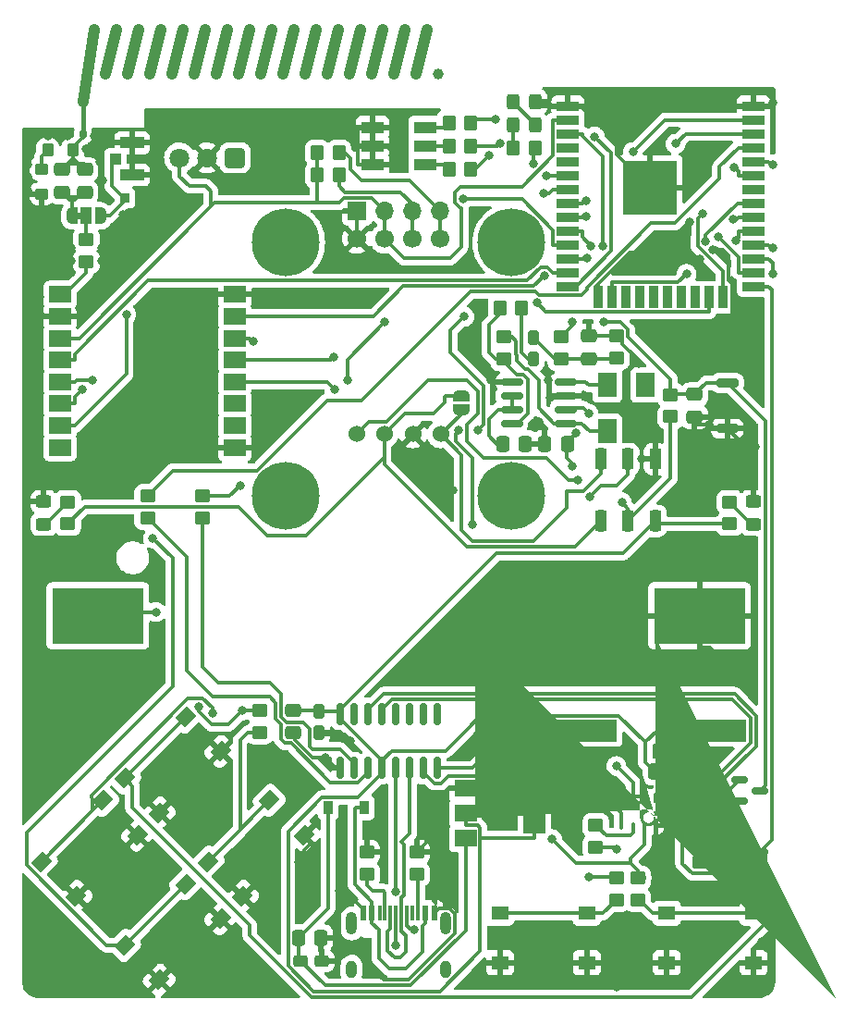
<source format=gbr>
G04 #@! TF.GenerationSoftware,KiCad,Pcbnew,6.0.11-2627ca5db0~126~ubuntu20.04.1*
G04 #@! TF.CreationDate,2023-08-31T15:29:58-05:00*
G04 #@! TF.ProjectId,iot-badge-433,696f742d-6261-4646-9765-2d3433332e6b,rev?*
G04 #@! TF.SameCoordinates,Original*
G04 #@! TF.FileFunction,Copper,L1,Top*
G04 #@! TF.FilePolarity,Positive*
%FSLAX46Y46*%
G04 Gerber Fmt 4.6, Leading zero omitted, Abs format (unit mm)*
G04 Created by KiCad (PCBNEW 6.0.11-2627ca5db0~126~ubuntu20.04.1) date 2023-08-31 15:29:58*
%MOMM*%
%LPD*%
G01*
G04 APERTURE LIST*
G04 Aperture macros list*
%AMRoundRect*
0 Rectangle with rounded corners*
0 $1 Rounding radius*
0 $2 $3 $4 $5 $6 $7 $8 $9 X,Y pos of 4 corners*
0 Add a 4 corners polygon primitive as box body*
4,1,4,$2,$3,$4,$5,$6,$7,$8,$9,$2,$3,0*
0 Add four circle primitives for the rounded corners*
1,1,$1+$1,$2,$3*
1,1,$1+$1,$4,$5*
1,1,$1+$1,$6,$7*
1,1,$1+$1,$8,$9*
0 Add four rect primitives between the rounded corners*
20,1,$1+$1,$2,$3,$4,$5,0*
20,1,$1+$1,$4,$5,$6,$7,0*
20,1,$1+$1,$6,$7,$8,$9,0*
20,1,$1+$1,$8,$9,$2,$3,0*%
%AMRotRect*
0 Rectangle, with rotation*
0 The origin of the aperture is its center*
0 $1 length*
0 $2 width*
0 $3 Rotation angle, in degrees counterclockwise*
0 Add horizontal line*
21,1,$1,$2,0,0,$3*%
%AMFreePoly0*
4,1,22,0.500000,-0.750000,0.000000,-0.750000,0.000000,-0.745033,-0.079941,-0.743568,-0.215256,-0.701293,-0.333266,-0.622738,-0.424486,-0.514219,-0.481581,-0.384460,-0.499164,-0.250000,-0.500000,-0.250000,-0.500000,0.250000,-0.499164,0.250000,-0.499963,0.256109,-0.478152,0.396186,-0.417904,0.524511,-0.324060,0.630769,-0.204165,0.706417,-0.067858,0.745374,0.000000,0.744959,0.000000,0.750000,
0.500000,0.750000,0.500000,-0.750000,0.500000,-0.750000,$1*%
%AMFreePoly1*
4,1,20,0.000000,0.744959,0.073905,0.744508,0.209726,0.703889,0.328688,0.626782,0.421226,0.519385,0.479903,0.390333,0.500000,0.250000,0.500000,-0.250000,0.499851,-0.262216,0.476331,-0.402017,0.414519,-0.529596,0.319384,-0.634700,0.198574,-0.708877,0.061801,-0.746166,0.000000,-0.745033,0.000000,-0.750000,-0.500000,-0.750000,-0.500000,0.750000,0.000000,0.750000,0.000000,0.744959,
0.000000,0.744959,$1*%
%AMFreePoly2*
4,1,22,0.550000,-0.750000,0.000000,-0.750000,0.000000,-0.745033,-0.079941,-0.743568,-0.215256,-0.701293,-0.333266,-0.622738,-0.424486,-0.514219,-0.481581,-0.384460,-0.499164,-0.250000,-0.500000,-0.250000,-0.500000,0.250000,-0.499164,0.250000,-0.499963,0.256109,-0.478152,0.396186,-0.417904,0.524511,-0.324060,0.630769,-0.204165,0.706417,-0.067858,0.745374,0.000000,0.744959,0.000000,0.750000,
0.550000,0.750000,0.550000,-0.750000,0.550000,-0.750000,$1*%
%AMFreePoly3*
4,1,20,0.000000,0.744959,0.073905,0.744508,0.209726,0.703889,0.328688,0.626782,0.421226,0.519385,0.479903,0.390333,0.500000,0.250000,0.500000,-0.250000,0.499851,-0.262216,0.476331,-0.402017,0.414519,-0.529596,0.319384,-0.634700,0.198574,-0.708877,0.061801,-0.746166,0.000000,-0.745033,0.000000,-0.750000,-0.550000,-0.750000,-0.550000,0.750000,0.000000,0.750000,0.000000,0.744959,
0.000000,0.744959,$1*%
%AMFreePoly4*
4,1,57,-0.451886,0.759392,-0.288071,0.701059,-0.141249,0.607884,-0.018719,0.484495,0.073429,0.337027,0.130616,0.172808,0.150000,0.000000,0.149696,-0.021779,0.125495,-0.193978,0.063745,-0.356536,-0.032485,-0.501374,-0.158413,-0.621293,-0.307779,-0.710333,-0.473159,-0.764069,-0.646335,-0.779829,-0.818699,-0.756831,-0.981684,-0.696217,-1.127191,-0.601000,-1.247986,-0.475913,-1.338066,-0.327173,
-1.392955,-0.162171,-1.409437,0.005924,-1.114900,0.005924,-1.097072,-0.130409,-1.041697,-0.256259,-0.953226,-0.361508,-0.838770,-0.437696,-0.707532,-0.478698,-0.570061,-0.481217,-0.437409,-0.445052,-0.320238,-0.373110,-0.227970,-0.271173,-0.168020,-0.147437,-0.145832,-0.015554,-0.150000,0.000000,-0.146783,0.012005,-0.164556,0.136105,-0.221465,0.261269,-0.311215,0.365430,-0.426593,0.440214,
-0.558322,0.479609,-0.695813,0.480449,-0.828014,0.442666,-0.944297,0.369297,-1.035313,0.266241,-1.093747,0.141782,-1.114900,0.005924,-1.409437,0.005924,-1.409924,0.010891,-1.388130,0.183411,-1.328655,0.346815,-1.234457,0.492983,-1.110216,0.614648,-0.962108,0.705765,-0.797494,0.761804,-0.624555,0.779981,-0.451886,0.759392,-0.451886,0.759392,$1*%
G04 Aperture macros list end*
G04 #@! TA.AperFunction,EtchedComponent*
%ADD10C,1.016000*%
G04 #@! TD*
G04 #@! TA.AperFunction,EtchedComponent*
%ADD11C,0.400000*%
G04 #@! TD*
G04 #@! TA.AperFunction,SMDPad,CuDef*
%ADD12R,0.900000X1.200000*%
G04 #@! TD*
G04 #@! TA.AperFunction,SMDPad,CuDef*
%ADD13RoundRect,0.250000X-0.350000X-0.450000X0.350000X-0.450000X0.350000X0.450000X-0.350000X0.450000X0*%
G04 #@! TD*
G04 #@! TA.AperFunction,SMDPad,CuDef*
%ADD14RoundRect,0.250000X0.450000X-0.350000X0.450000X0.350000X-0.450000X0.350000X-0.450000X-0.350000X0*%
G04 #@! TD*
G04 #@! TA.AperFunction,SMDPad,CuDef*
%ADD15RoundRect,0.250000X-0.350000X0.275000X-0.350000X-0.275000X0.350000X-0.275000X0.350000X0.275000X0*%
G04 #@! TD*
G04 #@! TA.AperFunction,SMDPad,CuDef*
%ADD16RoundRect,0.250000X-0.337500X-0.475000X0.337500X-0.475000X0.337500X0.475000X-0.337500X0.475000X0*%
G04 #@! TD*
G04 #@! TA.AperFunction,SMDPad,CuDef*
%ADD17RoundRect,0.250000X-0.275000X0.400000X-0.275000X-0.400000X0.275000X-0.400000X0.275000X0.400000X0*%
G04 #@! TD*
G04 #@! TA.AperFunction,SMDPad,CuDef*
%ADD18RoundRect,0.250000X0.325000X0.450000X-0.325000X0.450000X-0.325000X-0.450000X0.325000X-0.450000X0*%
G04 #@! TD*
G04 #@! TA.AperFunction,SMDPad,CuDef*
%ADD19RoundRect,0.250000X-0.400000X-0.275000X0.400000X-0.275000X0.400000X0.275000X-0.400000X0.275000X0*%
G04 #@! TD*
G04 #@! TA.AperFunction,SMDPad,CuDef*
%ADD20RoundRect,0.250000X0.275000X0.350000X-0.275000X0.350000X-0.275000X-0.350000X0.275000X-0.350000X0*%
G04 #@! TD*
G04 #@! TA.AperFunction,SMDPad,CuDef*
%ADD21RoundRect,0.250000X-0.450000X0.350000X-0.450000X-0.350000X0.450000X-0.350000X0.450000X0.350000X0*%
G04 #@! TD*
G04 #@! TA.AperFunction,SMDPad,CuDef*
%ADD22RoundRect,0.250000X-0.475000X0.337500X-0.475000X-0.337500X0.475000X-0.337500X0.475000X0.337500X0*%
G04 #@! TD*
G04 #@! TA.AperFunction,SMDPad,CuDef*
%ADD23FreePoly0,90.000000*%
G04 #@! TD*
G04 #@! TA.AperFunction,SMDPad,CuDef*
%ADD24FreePoly1,90.000000*%
G04 #@! TD*
G04 #@! TA.AperFunction,SMDPad,CuDef*
%ADD25RoundRect,0.250000X-0.450000X0.325000X-0.450000X-0.325000X0.450000X-0.325000X0.450000X0.325000X0*%
G04 #@! TD*
G04 #@! TA.AperFunction,SMDPad,CuDef*
%ADD26R,2.000000X0.900000*%
G04 #@! TD*
G04 #@! TA.AperFunction,SMDPad,CuDef*
%ADD27R,0.900000X2.000000*%
G04 #@! TD*
G04 #@! TA.AperFunction,SMDPad,CuDef*
%ADD28R,5.000000X5.000000*%
G04 #@! TD*
G04 #@! TA.AperFunction,SMDPad,CuDef*
%ADD29R,1.050000X1.000000*%
G04 #@! TD*
G04 #@! TA.AperFunction,SMDPad,CuDef*
%ADD30R,2.200000X1.050000*%
G04 #@! TD*
G04 #@! TA.AperFunction,SMDPad,CuDef*
%ADD31RoundRect,0.150000X-0.825000X-0.150000X0.825000X-0.150000X0.825000X0.150000X-0.825000X0.150000X0*%
G04 #@! TD*
G04 #@! TA.AperFunction,SMDPad,CuDef*
%ADD32RotRect,1.550000X1.300000X45.000000*%
G04 #@! TD*
G04 #@! TA.AperFunction,SMDPad,CuDef*
%ADD33R,0.600000X1.450000*%
G04 #@! TD*
G04 #@! TA.AperFunction,SMDPad,CuDef*
%ADD34R,0.300000X1.450000*%
G04 #@! TD*
G04 #@! TA.AperFunction,ComponentPad*
%ADD35O,1.000000X2.100000*%
G04 #@! TD*
G04 #@! TA.AperFunction,ComponentPad*
%ADD36O,1.000000X1.600000*%
G04 #@! TD*
G04 #@! TA.AperFunction,SMDPad,CuDef*
%ADD37R,2.000000X1.500000*%
G04 #@! TD*
G04 #@! TA.AperFunction,SMDPad,CuDef*
%ADD38R,2.000000X3.800000*%
G04 #@! TD*
G04 #@! TA.AperFunction,SMDPad,CuDef*
%ADD39R,1.550000X1.300000*%
G04 #@! TD*
G04 #@! TA.AperFunction,SMDPad,CuDef*
%ADD40RoundRect,0.150000X-0.587500X-0.150000X0.587500X-0.150000X0.587500X0.150000X-0.587500X0.150000X0*%
G04 #@! TD*
G04 #@! TA.AperFunction,ComponentPad*
%ADD41C,1.000000*%
G04 #@! TD*
G04 #@! TA.AperFunction,SMDPad,CuDef*
%ADD42RoundRect,0.125000X-0.175000X-0.250000X0.175000X-0.250000X0.175000X0.250000X-0.175000X0.250000X0*%
G04 #@! TD*
G04 #@! TA.AperFunction,SMDPad,CuDef*
%ADD43FreePoly2,0.000000*%
G04 #@! TD*
G04 #@! TA.AperFunction,SMDPad,CuDef*
%ADD44R,1.000000X1.500000*%
G04 #@! TD*
G04 #@! TA.AperFunction,SMDPad,CuDef*
%ADD45FreePoly3,0.000000*%
G04 #@! TD*
G04 #@! TA.AperFunction,SMDPad,CuDef*
%ADD46R,7.875000X2.000000*%
G04 #@! TD*
G04 #@! TA.AperFunction,SMDPad,CuDef*
%ADD47RoundRect,0.150000X0.150000X-0.825000X0.150000X0.825000X-0.150000X0.825000X-0.150000X-0.825000X0*%
G04 #@! TD*
G04 #@! TA.AperFunction,ComponentPad*
%ADD48C,6.200000*%
G04 #@! TD*
G04 #@! TA.AperFunction,ComponentPad*
%ADD49C,1.700000*%
G04 #@! TD*
G04 #@! TA.AperFunction,ComponentPad*
%ADD50C,1.524000*%
G04 #@! TD*
G04 #@! TA.AperFunction,SMDPad,CuDef*
%ADD51RoundRect,0.100000X-0.100000X0.200000X-0.100000X-0.200000X0.100000X-0.200000X0.100000X0.200000X0*%
G04 #@! TD*
G04 #@! TA.AperFunction,SMDPad,CuDef*
%ADD52FreePoly4,270.000000*%
G04 #@! TD*
G04 #@! TA.AperFunction,ComponentPad*
%ADD53RoundRect,0.248400X0.651600X0.651600X-0.651600X0.651600X-0.651600X-0.651600X0.651600X-0.651600X0*%
G04 #@! TD*
G04 #@! TA.AperFunction,ComponentPad*
%ADD54C,1.800000*%
G04 #@! TD*
G04 #@! TA.AperFunction,SMDPad,CuDef*
%ADD55RoundRect,0.275000X-0.275000X0.700000X-0.275000X-0.700000X0.275000X-0.700000X0.275000X0.700000X0*%
G04 #@! TD*
G04 #@! TA.AperFunction,SMDPad,CuDef*
%ADD56RoundRect,0.250000X0.337500X0.475000X-0.337500X0.475000X-0.337500X-0.475000X0.337500X-0.475000X0*%
G04 #@! TD*
G04 #@! TA.AperFunction,SMDPad,CuDef*
%ADD57RoundRect,0.250000X0.475000X-0.337500X0.475000X0.337500X-0.475000X0.337500X-0.475000X-0.337500X0*%
G04 #@! TD*
G04 #@! TA.AperFunction,SMDPad,CuDef*
%ADD58R,8.400000X5.100000*%
G04 #@! TD*
G04 #@! TA.AperFunction,SMDPad,CuDef*
%ADD59R,1.700000X2.250000*%
G04 #@! TD*
G04 #@! TA.AperFunction,ComponentPad*
%ADD60R,0.850000X0.850000*%
G04 #@! TD*
G04 #@! TA.AperFunction,SMDPad,CuDef*
%ADD61R,2.000000X1.100000*%
G04 #@! TD*
G04 #@! TA.AperFunction,SMDPad,CuDef*
%ADD62RoundRect,0.200000X0.800000X-0.200000X0.800000X0.200000X-0.800000X0.200000X-0.800000X-0.200000X0*%
G04 #@! TD*
G04 #@! TA.AperFunction,ComponentPad*
%ADD63R,1.700000X1.700000*%
G04 #@! TD*
G04 #@! TA.AperFunction,ComponentPad*
%ADD64O,1.700000X1.700000*%
G04 #@! TD*
G04 #@! TA.AperFunction,ViaPad*
%ADD65C,0.800000*%
G04 #@! TD*
G04 #@! TA.AperFunction,Conductor*
%ADD66C,0.300000*%
G04 #@! TD*
G04 #@! TA.AperFunction,Conductor*
%ADD67C,0.299800*%
G04 #@! TD*
G04 APERTURE END LIST*
D10*
X126456000Y-64932000D02*
X127472000Y-60868000D01*
X120360000Y-64932000D02*
X121376000Y-60868000D01*
X116296000Y-64932000D02*
X117312000Y-60868000D01*
D11*
X106100000Y-67896600D02*
X106100000Y-70200000D01*
D10*
X128488000Y-64932000D02*
X129504000Y-60868000D01*
X132552000Y-64932000D02*
X133568000Y-60868000D01*
X114264000Y-64932000D02*
X115280000Y-60868000D01*
X108168000Y-64932000D02*
X109184000Y-60868000D01*
X106100000Y-67496600D02*
X107152000Y-60868000D01*
X134584000Y-64932000D02*
X135600000Y-60868000D01*
X112232000Y-64932000D02*
X113248000Y-60868000D01*
X136616000Y-64932000D02*
X137632000Y-60868000D01*
X122392000Y-64932000D02*
X123408000Y-60868000D01*
X124424000Y-64932000D02*
X125440000Y-60868000D01*
X130520000Y-64932000D02*
X131536000Y-60868000D01*
X110200000Y-64932000D02*
X111216000Y-60868000D01*
X118328000Y-64932000D02*
X119344000Y-60868000D01*
G36*
X106000000Y-78200000D02*
G01*
X105500000Y-78200000D01*
X105500000Y-77600000D01*
X106000000Y-77600000D01*
X106000000Y-78200000D01*
G37*
D12*
X128550000Y-132100000D03*
X131850000Y-132100000D03*
D13*
X139600000Y-73600000D03*
X141600000Y-73600000D03*
D14*
X122300000Y-125200000D03*
X122300000Y-123200000D03*
X156900000Y-140500000D03*
X156900000Y-138500000D03*
D15*
X102300000Y-73600000D03*
X102300000Y-75900000D03*
D13*
X145500000Y-71700000D03*
X147500000Y-71700000D03*
X139600000Y-69400000D03*
X141600000Y-69400000D03*
D16*
X125823800Y-144000000D03*
X127898800Y-144000000D03*
D17*
X127700000Y-123225000D03*
X127700000Y-125175000D03*
D18*
X147525000Y-67500000D03*
X145475000Y-67500000D03*
D16*
X149962500Y-128800000D03*
X152037500Y-128800000D03*
D19*
X126025000Y-146100000D03*
X127975000Y-146100000D03*
D20*
X105150000Y-71900000D03*
X102850000Y-71900000D03*
D21*
X106400000Y-80100000D03*
X106400000Y-82100000D03*
D22*
X162100000Y-94252500D03*
X162100000Y-96327500D03*
D23*
X140716000Y-95646000D03*
D24*
X140716000Y-94346000D03*
D25*
X167500000Y-104075000D03*
X167500000Y-106125000D03*
D26*
X150500000Y-67845000D03*
X150500000Y-69115000D03*
X150500000Y-70385000D03*
X150500000Y-71655000D03*
X150500000Y-72925000D03*
X150500000Y-74195000D03*
X150500000Y-75465000D03*
X150500000Y-76735000D03*
X150500000Y-78005000D03*
X150500000Y-79275000D03*
X150500000Y-80545000D03*
X150500000Y-81815000D03*
X150500000Y-83085000D03*
X150500000Y-84355000D03*
D27*
X153285000Y-85355000D03*
X154555000Y-85355000D03*
X155825000Y-85355000D03*
X157095000Y-85355000D03*
X158365000Y-85355000D03*
X159635000Y-85355000D03*
X160905000Y-85355000D03*
X162175000Y-85355000D03*
X163445000Y-85355000D03*
X164715000Y-85355000D03*
D26*
X167500000Y-84355000D03*
X167500000Y-83085000D03*
X167500000Y-81815000D03*
X167500000Y-80545000D03*
X167500000Y-79275000D03*
X167500000Y-78005000D03*
X167500000Y-76735000D03*
X167500000Y-75465000D03*
X167500000Y-74195000D03*
X167500000Y-72925000D03*
X167500000Y-71655000D03*
X167500000Y-70385000D03*
X167500000Y-69115000D03*
X167500000Y-67845000D03*
D28*
X158000000Y-75345000D03*
D29*
X109050000Y-72700000D03*
D30*
X110575000Y-71225000D03*
X110575000Y-74175000D03*
D31*
X145353000Y-93091000D03*
X145353000Y-94361000D03*
X145353000Y-95631000D03*
X145353000Y-96901000D03*
X150303000Y-96901000D03*
X150303000Y-95631000D03*
X150303000Y-94361000D03*
X150303000Y-93091000D03*
D32*
X109898260Y-129369759D03*
X115519759Y-123748260D03*
X118701740Y-126930241D03*
X113080241Y-132551740D03*
D33*
X131750000Y-141751000D03*
X132550000Y-141751000D03*
D34*
X133750000Y-141751000D03*
X134750000Y-141751000D03*
X135250000Y-141751000D03*
X136250000Y-141751000D03*
D33*
X137450000Y-141751000D03*
X138250000Y-141751000D03*
X138250000Y-141751000D03*
X137450000Y-141751000D03*
D34*
X136750000Y-141751000D03*
X135750000Y-141751000D03*
X134250000Y-141751000D03*
X133250000Y-141751000D03*
D33*
X132550000Y-141751000D03*
X131750000Y-141751000D03*
D35*
X130680000Y-142666000D03*
D36*
X139320000Y-146846000D03*
X130680000Y-146846000D03*
D35*
X139320000Y-142666000D03*
D21*
X112000000Y-103550000D03*
X112000000Y-105550000D03*
D16*
X144512500Y-98750000D03*
X146587500Y-98750000D03*
D13*
X127524000Y-72136000D03*
X129524000Y-72136000D03*
D37*
X141122000Y-130288000D03*
D38*
X147422000Y-132588000D03*
D37*
X141122000Y-132588000D03*
X141122000Y-134888000D03*
D39*
X152236400Y-141750000D03*
X144286400Y-141750000D03*
X144286400Y-146250000D03*
X152236400Y-146250000D03*
D32*
X115519759Y-139048260D03*
X109898260Y-144669759D03*
X113080241Y-147851740D03*
X118701740Y-142230241D03*
D17*
X147320000Y-89025000D03*
X147320000Y-90975000D03*
D40*
X166194500Y-129558000D03*
X166194500Y-131458000D03*
X168069500Y-130508000D03*
D14*
X154940000Y-140500000D03*
X154940000Y-138500000D03*
X149860000Y-91000000D03*
X149860000Y-89000000D03*
D16*
X158462500Y-128800000D03*
X160537500Y-128800000D03*
D41*
X127472000Y-60868000D03*
X115280000Y-60868000D03*
X123408000Y-60868000D03*
X121376000Y-60868000D03*
X113248000Y-60868000D03*
X118328000Y-64932000D03*
X138648000Y-64932000D03*
X116296000Y-64932000D03*
X108168000Y-64932000D03*
X126456000Y-64932000D03*
X110200000Y-64932000D03*
X136616000Y-64932000D03*
X122392000Y-64932000D03*
X117312000Y-60868000D03*
X134584000Y-64932000D03*
X120360000Y-64932000D03*
X111216000Y-60868000D03*
X112232000Y-64932000D03*
X133568000Y-60868000D03*
X107152000Y-60868000D03*
X119344000Y-60868000D03*
X132552000Y-64932000D03*
X128488000Y-64932000D03*
X130520000Y-64932000D03*
X109184000Y-60868000D03*
X137632000Y-60868000D03*
X124424000Y-64932000D03*
X125440000Y-60868000D03*
X129504000Y-60868000D03*
X114264000Y-64932000D03*
X135600000Y-60868000D03*
X131536000Y-60868000D03*
D42*
X106100000Y-70400000D03*
D22*
X125300000Y-123162500D03*
X125300000Y-125237500D03*
D14*
X136652000Y-138160000D03*
X136652000Y-136160000D03*
D43*
X105100000Y-77900000D03*
D44*
X106400000Y-77900000D03*
D45*
X107700000Y-77900000D03*
D46*
X151062500Y-125000000D03*
X162937500Y-125000000D03*
D13*
X127524000Y-74168000D03*
X129524000Y-74168000D03*
D47*
X129667000Y-128459000D03*
X130937000Y-128459000D03*
X132207000Y-128459000D03*
X133477000Y-128459000D03*
X134747000Y-128459000D03*
X136017000Y-128459000D03*
X137287000Y-128459000D03*
X138557000Y-128459000D03*
X138557000Y-123509000D03*
X137287000Y-123509000D03*
X136017000Y-123509000D03*
X134747000Y-123509000D03*
X133477000Y-123509000D03*
X132207000Y-123509000D03*
X130937000Y-123509000D03*
X129667000Y-123509000D03*
D48*
X145350000Y-103548000D03*
X145350000Y-80348000D03*
X124650000Y-80348000D03*
X124650000Y-103548000D03*
D49*
X131190000Y-79998000D03*
X133730000Y-79998000D03*
X136270000Y-79998000D03*
X138810000Y-79998000D03*
D50*
X131137000Y-97898000D03*
X133677000Y-97898000D03*
X136323000Y-97898000D03*
X138863000Y-97898000D03*
D39*
X159546400Y-141750000D03*
X167496400Y-141750000D03*
X167496400Y-146250000D03*
X159546400Y-146250000D03*
D18*
X147525000Y-69600000D03*
X145475000Y-69600000D03*
D21*
X153045000Y-133662936D03*
X153045000Y-135662936D03*
D13*
X139600000Y-71500000D03*
X141600000Y-71500000D03*
D51*
X155400000Y-133730000D03*
X156450000Y-133730000D03*
X157500000Y-133730000D03*
X158550000Y-133730000D03*
D52*
X158560000Y-133030000D03*
D51*
X158550000Y-131070000D03*
X157500000Y-131070000D03*
X156450000Y-131070000D03*
X155400000Y-131070000D03*
D22*
X104200000Y-73662500D03*
X104200000Y-75737500D03*
D32*
X117528260Y-137019759D03*
X123149759Y-131398260D03*
X126331740Y-134580241D03*
X120710241Y-140201740D03*
D14*
X132080000Y-138160000D03*
X132080000Y-136160000D03*
D53*
X120000000Y-72600000D03*
D54*
X117460000Y-72600000D03*
X114920000Y-72600000D03*
D40*
X166194500Y-135146000D03*
X166194500Y-137046000D03*
X168069500Y-136096000D03*
D14*
X162560000Y-132000000D03*
X162560000Y-130000000D03*
D55*
X153500000Y-105825000D03*
X156000000Y-105825000D03*
X158500000Y-105825000D03*
X153500000Y-100175000D03*
X156000000Y-100175000D03*
X158500000Y-100175000D03*
D56*
X150437500Y-98750000D03*
X148362500Y-98750000D03*
D57*
X152400000Y-90975000D03*
X152400000Y-88900000D03*
D58*
X107450000Y-114500000D03*
X162550000Y-114500000D03*
D25*
X102500000Y-104075000D03*
X102500000Y-106125000D03*
D37*
X104000000Y-85100000D03*
X104000000Y-87100000D03*
X104000000Y-89100000D03*
X104000000Y-91100000D03*
X104000000Y-93100000D03*
X104000000Y-95100000D03*
X104000000Y-97100000D03*
X104000000Y-99100000D03*
X120000000Y-99100000D03*
X120000000Y-97100000D03*
X120000000Y-95100000D03*
X120000000Y-93100000D03*
X120000000Y-91100000D03*
X120000000Y-89100000D03*
X120000000Y-87100000D03*
X120000000Y-85100000D03*
D22*
X106250000Y-73662500D03*
X106250000Y-75737500D03*
D21*
X104700000Y-104100000D03*
X104700000Y-106100000D03*
X165300000Y-104100000D03*
X165300000Y-106100000D03*
D59*
X157600000Y-93379000D03*
X154100000Y-93379000D03*
X154100000Y-97629000D03*
D60*
X109950000Y-76300000D03*
D21*
X144600000Y-89000000D03*
X144600000Y-91000000D03*
D32*
X102268260Y-137019759D03*
X107889759Y-131398260D03*
X111071740Y-134580241D03*
X105450241Y-140201740D03*
D16*
X142726500Y-123444000D03*
X144801500Y-123444000D03*
D14*
X162560000Y-137096000D03*
X162560000Y-135096000D03*
D13*
X144272000Y-86360000D03*
X146272000Y-86360000D03*
D61*
X132600000Y-69800000D03*
X132600000Y-71500000D03*
X132600000Y-73200000D03*
X137400000Y-73200000D03*
X137400000Y-71500000D03*
X137400000Y-69800000D03*
D62*
X165100000Y-97390000D03*
X165100000Y-93190000D03*
D63*
X131190000Y-77458000D03*
D64*
X133730000Y-77458000D03*
X136270000Y-77458000D03*
X138810000Y-77458000D03*
D21*
X117000000Y-103550000D03*
X117000000Y-105550000D03*
D14*
X159900000Y-96290000D03*
X159900000Y-94290000D03*
D21*
X154940000Y-88916000D03*
X154940000Y-90916000D03*
D65*
X147639667Y-85870263D03*
X164268000Y-79838700D03*
X169245000Y-73198500D03*
X120475000Y-102603000D03*
X148533000Y-74251000D03*
X110058000Y-86919000D03*
X106046000Y-93800400D03*
X148247000Y-75839700D03*
X140894000Y-76375600D03*
X106985000Y-92933800D03*
X121662000Y-89393800D03*
X152227000Y-81771600D03*
X129115000Y-93792800D03*
X165896000Y-80128600D03*
X148340000Y-83339700D03*
X165651000Y-78222100D03*
X129052000Y-90819600D03*
X163124000Y-80213500D03*
X112776000Y-114177000D03*
X140000000Y-103000000D03*
X103600000Y-78800000D03*
X125816000Y-137063000D03*
X158000000Y-75345000D03*
X161624000Y-78450200D03*
X132080000Y-81800000D03*
X103600000Y-77600000D03*
X106772000Y-141286000D03*
X167640000Y-88900000D03*
X147828000Y-96786500D03*
X152550000Y-148077000D03*
X108000000Y-76200000D03*
X130592023Y-125947977D03*
X128270000Y-127492500D03*
X112200000Y-75700000D03*
X167640000Y-99060000D03*
X112800000Y-70800000D03*
X137534000Y-132943000D03*
X101000000Y-75600000D03*
X105000000Y-80800000D03*
X103632000Y-83100000D03*
X107650000Y-73000000D03*
X163462600Y-96968100D03*
X104600000Y-79600000D03*
X102900000Y-70600000D03*
X160090000Y-148077000D03*
X143424700Y-92967100D03*
X162560000Y-73660000D03*
X121920000Y-148500000D03*
X116945000Y-140822000D03*
X116909500Y-86099700D03*
X144272000Y-132588000D03*
X116840000Y-134620000D03*
X105800000Y-86360000D03*
X142240000Y-126300000D03*
X107696000Y-71800000D03*
X168230000Y-144367000D03*
X117250000Y-98072300D03*
X101000000Y-76800000D03*
X148844000Y-94542300D03*
X148400000Y-128300000D03*
X101500000Y-70600000D03*
X148728500Y-92964000D03*
X154940000Y-148500000D03*
X112800000Y-73200000D03*
X169245000Y-67547500D03*
X108400000Y-70600000D03*
X127000000Y-137160000D03*
X157250000Y-100118200D03*
X107300000Y-84500000D03*
X112500000Y-69700000D03*
X108200000Y-79600000D03*
X129540000Y-139700000D03*
X106600000Y-85600000D03*
X163775109Y-80971829D03*
X105000000Y-83100000D03*
X102300000Y-77400000D03*
X164250000Y-118159000D03*
X109728000Y-77800000D03*
X160020000Y-81280000D03*
X168000000Y-148500000D03*
X111760000Y-76708000D03*
X110800000Y-77800000D03*
X116942000Y-129040000D03*
X114214000Y-148873000D03*
X101000000Y-74300000D03*
X156972000Y-91440000D03*
X160020000Y-114300000D03*
X122160000Y-141328000D03*
X151130000Y-133745000D03*
X107800000Y-82000000D03*
X114435000Y-133659000D03*
X129540000Y-85500000D03*
X144611000Y-130084000D03*
X111760000Y-137160000D03*
X101505000Y-86510600D03*
X112800000Y-74400000D03*
X102108000Y-83820000D03*
X107800000Y-83100000D03*
X107800000Y-80800000D03*
X167307000Y-101749100D03*
X107100000Y-70600000D03*
X158750000Y-138430000D03*
X144750000Y-148077000D03*
X132080000Y-134620000D03*
X104648000Y-70600000D03*
X105000000Y-82000000D03*
X101300000Y-71800000D03*
X109200000Y-78800000D03*
X162540425Y-81857040D03*
X107900000Y-74676000D03*
X102108000Y-85344000D03*
X112800000Y-72000000D03*
X134300000Y-71640900D03*
X109229000Y-136724000D03*
X101000000Y-73200000D03*
X106400000Y-71800000D03*
X165100000Y-67000000D03*
X101905000Y-101749000D03*
X153691000Y-80656000D03*
X153755000Y-87630600D03*
X134750000Y-144650000D03*
X134700000Y-139782000D03*
X136415000Y-143256000D03*
X152400000Y-96012000D03*
X140474500Y-97557977D03*
X151228368Y-97793750D03*
X142240000Y-97536000D03*
X154940000Y-128270000D03*
X141732000Y-106172000D03*
X155448000Y-104140000D03*
X141009000Y-87136600D03*
X150876000Y-100845500D03*
X151384000Y-102108000D03*
X152513477Y-103632000D03*
X152632000Y-80644300D03*
X150927000Y-87646300D03*
X165735000Y-73438000D03*
X143850000Y-69107100D03*
X144288000Y-71273300D03*
X160364000Y-71306500D03*
X156450000Y-72064900D03*
X143278000Y-72336000D03*
X147357000Y-73140100D03*
X162801000Y-77678900D03*
X152161000Y-76523900D03*
X133742000Y-87610200D03*
X130308000Y-92967100D03*
X149053000Y-134955000D03*
X152158000Y-77986800D03*
X152400000Y-138430000D03*
X154940000Y-135890000D03*
X161368000Y-83217900D03*
X112486000Y-107420000D03*
X169245000Y-83235000D03*
X117957000Y-123448000D03*
X153670000Y-130810000D03*
X116667000Y-122824000D03*
X120650000Y-123190000D03*
X169245000Y-80862400D03*
X152944000Y-70648800D03*
D66*
X148474504Y-86705100D02*
X163445000Y-86705100D01*
X129524000Y-75168000D02*
X130106000Y-75750000D01*
X129524000Y-74168000D02*
X129524000Y-75168000D01*
X136270000Y-79998000D02*
X136270000Y-78050000D01*
X147639667Y-85870263D02*
X148474504Y-86705100D01*
X134620000Y-75750000D02*
X135186000Y-75750000D01*
X135186000Y-75750000D02*
X136144000Y-76708000D01*
X163445000Y-86705100D02*
X163445000Y-85355000D01*
X130106000Y-75750000D02*
X134620000Y-75750000D01*
X125824000Y-144014800D02*
X125824000Y-144007400D01*
X125824000Y-144001800D02*
X125824000Y-144000900D01*
X125824000Y-144118500D02*
X125824000Y-144059200D01*
X125824000Y-144949000D02*
X125824000Y-144474000D01*
X125824000Y-144003700D02*
X125824000Y-144001800D01*
X128550000Y-141274000D02*
X128550000Y-132100000D01*
X125824000Y-144007400D02*
X125824000Y-144003700D01*
X125824000Y-144000200D02*
X125824000Y-144000100D01*
X125824000Y-144001800D02*
X125824000Y-144000900D01*
X125824000Y-144059200D02*
X125824000Y-144029600D01*
X125824000Y-144029600D02*
X125824000Y-144014800D01*
X125824000Y-144474000D02*
X125824000Y-144237000D01*
X141122000Y-134888000D02*
X141122000Y-143323000D01*
X125824000Y-144000400D02*
X125824000Y-144000200D01*
X125824000Y-144000200D02*
X125824000Y-144000100D01*
X125824000Y-144007400D02*
X125824000Y-144003700D01*
X126025000Y-146100000D02*
X125824000Y-145899000D01*
X125824000Y-144000000D02*
X128550000Y-141274000D01*
X125824000Y-144000400D02*
X125824000Y-144000200D01*
X125824000Y-144003700D02*
X125824000Y-144001800D01*
X125824000Y-144237000D02*
X125824000Y-144118500D01*
X125824000Y-144059200D02*
X125824000Y-144029600D01*
X125824000Y-144003700D02*
X125824000Y-144001800D01*
X125824000Y-144000100D02*
X125824000Y-144000000D01*
X125824000Y-144474000D02*
X125824000Y-144237000D01*
X125824000Y-144014800D02*
X125824000Y-144007400D01*
X125824000Y-144000000D02*
X125823800Y-144000000D01*
X125824000Y-144118500D02*
X125824000Y-144059200D01*
X125824000Y-144029600D02*
X125824000Y-144014800D01*
X125824000Y-144000900D02*
X125824000Y-144000400D01*
X125824000Y-144014800D02*
X125824000Y-144007400D01*
X141122000Y-143323000D02*
X136100000Y-148345000D01*
X125824000Y-144000100D02*
X125824000Y-144000000D01*
X125824000Y-144000200D02*
X125824000Y-144000100D01*
X125824000Y-144059200D02*
X125824000Y-144029600D01*
X125824000Y-144007400D02*
X125824000Y-144003700D01*
X125824000Y-144237000D02*
X125824000Y-144118500D01*
X125824000Y-144949000D02*
X125824000Y-144474000D01*
X125824000Y-144950000D02*
X125824000Y-144949000D01*
X125824000Y-144000400D02*
X125824000Y-144000200D01*
X125824000Y-144118500D02*
X125824000Y-144059200D01*
X125824000Y-144950000D02*
X125824000Y-144949000D01*
X125824000Y-144474000D02*
X125824000Y-144237000D01*
X128270000Y-148345000D02*
X126025000Y-146100000D01*
X125824000Y-144237000D02*
X125824000Y-144118500D01*
X125824000Y-145899000D02*
X125824000Y-144950000D01*
X125824000Y-144029600D02*
X125824000Y-144014800D01*
X125824000Y-144000900D02*
X125824000Y-144000400D01*
X136100000Y-148345000D02*
X128270000Y-148345000D01*
X125824000Y-144000100D02*
X125824000Y-144000000D01*
X125824000Y-144000900D02*
X125824000Y-144000400D01*
X125824000Y-144001800D02*
X125824000Y-144000900D01*
X146775000Y-125000000D02*
X151062000Y-125000000D01*
X139511000Y-129188000D02*
X146775000Y-129188000D01*
X138864000Y-129836000D02*
X139511000Y-129188000D01*
X138243000Y-129836000D02*
X138864000Y-129836000D01*
X146775000Y-129188000D02*
X149574500Y-129188000D01*
X146775000Y-129188000D02*
X146775000Y-125000000D01*
X149574500Y-129188000D02*
X149962500Y-128800000D01*
X137287000Y-128459000D02*
X137287000Y-128880000D01*
X137287000Y-128880000D02*
X138243000Y-129836000D01*
X151062000Y-125000000D02*
X151062500Y-125000000D01*
X162937500Y-125000000D02*
X158650000Y-125000000D01*
X157584000Y-127921500D02*
X157584000Y-126066000D01*
X158650000Y-125000000D02*
X157584000Y-126066000D01*
X155168000Y-123650000D02*
X157584000Y-126066000D01*
X138557000Y-128459000D02*
X141781000Y-128459000D01*
X146590000Y-123650000D02*
X155168000Y-123650000D01*
X158462500Y-128800000D02*
X157584000Y-127921500D01*
X141781000Y-128459000D02*
X146590000Y-123650000D01*
X138810000Y-77458000D02*
X136028000Y-74676000D01*
X166150000Y-83085000D02*
X166150000Y-81720500D01*
X138387000Y-77643700D02*
X138387100Y-77643600D01*
X130556000Y-73660000D02*
X130556000Y-72644000D01*
X138387100Y-77643600D02*
X138387100Y-77000000D01*
X138387000Y-77643700D02*
X138387000Y-77000000D01*
X130556000Y-72644000D02*
X130048000Y-72136000D01*
X131572000Y-74676000D02*
X130556000Y-73660000D01*
X136028000Y-74676000D02*
X131572000Y-74676000D01*
X166150000Y-81720500D02*
X164268000Y-79838700D01*
X167500000Y-83085000D02*
X166150000Y-83085000D01*
X138810000Y-79998000D02*
X138810000Y-77458000D01*
X130048000Y-72136000D02*
X129524000Y-72136000D01*
X133677000Y-99400400D02*
X133677000Y-97898000D01*
X133677000Y-100003000D02*
X133677000Y-99400400D01*
X133677000Y-97898000D02*
X135563000Y-96012000D01*
X139334000Y-94346000D02*
X140716000Y-94346000D01*
X153500000Y-105825000D02*
X151121000Y-108204000D01*
X151121000Y-108204000D02*
X141224000Y-108204000D01*
X106250000Y-104550000D02*
X120298000Y-104550000D01*
X135563000Y-96012000D02*
X138176000Y-96012000D01*
X122936000Y-107188000D02*
X126492000Y-107188000D01*
X120298000Y-104550000D02*
X122936000Y-107188000D01*
X133677000Y-100657000D02*
X133677000Y-99400400D01*
X139192000Y-94996000D02*
X139192000Y-94488000D01*
X104700000Y-106100000D02*
X106250000Y-104550000D01*
X138176000Y-96012000D02*
X139192000Y-94996000D01*
X139192000Y-94488000D02*
X139334000Y-94346000D01*
X141224000Y-108204000D02*
X133677000Y-100657000D01*
X126492000Y-107188000D02*
X133677000Y-100003000D01*
X169124000Y-73198500D02*
X169245000Y-73198500D01*
X167500000Y-72925000D02*
X168850000Y-72925000D01*
X117000000Y-103550000D02*
X119528000Y-103550000D01*
X119528000Y-103550000D02*
X120475000Y-102603000D01*
X168850000Y-72925000D02*
X169124000Y-73198500D01*
X118464000Y-120650000D02*
X123190000Y-120650000D01*
X124225000Y-123748528D02*
X124776472Y-124300000D01*
X129650000Y-126743000D02*
X130937000Y-128030000D01*
X126825000Y-124901472D02*
X126825000Y-126463330D01*
X130937000Y-128030000D02*
X130937000Y-128459000D01*
X127104670Y-126743000D02*
X129650000Y-126743000D01*
X117000000Y-105550000D02*
X117000000Y-119186000D01*
X126223528Y-124300000D02*
X126825000Y-124901472D01*
X124225000Y-121685000D02*
X124225000Y-123748528D01*
X117000000Y-119186000D02*
X118464000Y-120650000D01*
X124776472Y-124300000D02*
X126223528Y-124300000D01*
X123190000Y-120650000D02*
X124225000Y-121685000D01*
X126825000Y-126463330D02*
X127104670Y-126743000D01*
X141606700Y-84839100D02*
X131624000Y-94821800D01*
X122058000Y-101203000D02*
X114347000Y-101203000D01*
X152228000Y-84451600D02*
X152228000Y-84648100D01*
X147547707Y-84839100D02*
X141606700Y-84839100D01*
X164383000Y-74488700D02*
X160303000Y-78569300D01*
X164383000Y-73421600D02*
X164383000Y-74488700D01*
X158111000Y-78569300D02*
X152228000Y-84451600D01*
X167500000Y-71655000D02*
X166150000Y-71655000D01*
X166150000Y-71655000D02*
X164383000Y-73421600D01*
X128439000Y-94821800D02*
X122058000Y-101203000D01*
X114347000Y-101203000D02*
X112000000Y-103550000D01*
X131624000Y-94821800D02*
X128439000Y-94821800D01*
X151721100Y-85155000D02*
X147863607Y-85155000D01*
X147863607Y-85155000D02*
X147547707Y-84839100D01*
X160303000Y-78569300D02*
X158111000Y-78569300D01*
X152228000Y-84648100D02*
X151721100Y-85155000D01*
X124225000Y-124455634D02*
X123725000Y-123955634D01*
X115570000Y-119556553D02*
X115570000Y-109120000D01*
X123725000Y-122455000D02*
X123190000Y-121920000D01*
X117933447Y-121920000D02*
X115570000Y-119556553D01*
X115570000Y-109120000D02*
X112000000Y-105550000D01*
X124225000Y-125823528D02*
X124225000Y-124455634D01*
X125122458Y-126175000D02*
X124576472Y-126175000D01*
X123725000Y-123955634D02*
X123725000Y-122455000D01*
X132207000Y-128871107D02*
X131294107Y-129784000D01*
X124576472Y-126175000D02*
X124225000Y-125823528D01*
X123190000Y-121920000D02*
X117933447Y-121920000D01*
X128731458Y-129784000D02*
X125122458Y-126175000D01*
X131294107Y-129784000D02*
X128731458Y-129784000D01*
X132207000Y-128459000D02*
X132207000Y-128871107D01*
X105350000Y-97100000D02*
X110058000Y-92391800D01*
X149094000Y-74251000D02*
X148533000Y-74251000D01*
X110058000Y-92391800D02*
X110058000Y-86919000D01*
X104000000Y-97100000D02*
X105350000Y-97100000D01*
X149150000Y-74195000D02*
X149094000Y-74251000D01*
X150500000Y-74195000D02*
X149150000Y-74195000D01*
X150500000Y-75465000D02*
X149150000Y-75465000D01*
X148775000Y-75839700D02*
X148247000Y-75839700D01*
X105350000Y-95100000D02*
X105350000Y-94496600D01*
X149150000Y-75465000D02*
X148775000Y-75839700D01*
X105350000Y-94496600D02*
X106046000Y-93800400D01*
X104000000Y-95100000D02*
X105350000Y-95100000D01*
X104000000Y-93100000D02*
X105350000Y-93100000D01*
X105516000Y-92933800D02*
X106985000Y-92933800D01*
X149150000Y-80545000D02*
X149150000Y-79215700D01*
X105350000Y-93100000D02*
X105516000Y-92933800D01*
X149150000Y-79215700D02*
X146310000Y-76375600D01*
X146310000Y-76375600D02*
X140894000Y-76375600D01*
X150500000Y-80545000D02*
X149150000Y-80545000D01*
X151894000Y-81771600D02*
X152227000Y-81771600D01*
X121368000Y-89100000D02*
X121662000Y-89393800D01*
X150500000Y-81815000D02*
X151850000Y-81815000D01*
X151850000Y-81815000D02*
X151894000Y-81771600D01*
X120000000Y-89100000D02*
X121368000Y-89100000D01*
X150500000Y-83085000D02*
X149150000Y-83085000D01*
X105350000Y-91100000D02*
X104000000Y-91100000D01*
X105350000Y-90547300D02*
X105350000Y-91100000D01*
X149150000Y-83085000D02*
X148654000Y-82589600D01*
X148654000Y-82589600D02*
X148029000Y-82589600D01*
X148029000Y-82589600D02*
X146780000Y-83839100D01*
X146780000Y-83839100D02*
X112058000Y-83839100D01*
X112058000Y-83839100D02*
X105350000Y-90547300D01*
X120000000Y-93100000D02*
X128422000Y-93100000D01*
X166150000Y-79874600D02*
X165896000Y-80128600D01*
X167500000Y-79275000D02*
X166150000Y-79275000D01*
X166150000Y-79275000D02*
X166150000Y-79874600D01*
X128422000Y-93100000D02*
X129115000Y-93792800D01*
X163269000Y-134384000D02*
X164732000Y-132921000D01*
X165757000Y-121670000D02*
X167739000Y-123653000D01*
X161499000Y-132615000D02*
X163269000Y-134384000D01*
X132207000Y-123091000D02*
X133628000Y-121670000D01*
X166194500Y-131458500D02*
X166194500Y-131458000D01*
X164732000Y-132921000D02*
X166194500Y-131458500D01*
X161499000Y-131364000D02*
X161499000Y-132615000D01*
X132207000Y-123509000D02*
X132207000Y-123091000D01*
X163210000Y-131000000D02*
X161864000Y-131000000D01*
X133628000Y-121670000D02*
X165757000Y-121670000D01*
X161864000Y-131000000D02*
X161499000Y-131364000D01*
X162560000Y-135092000D02*
X163269000Y-134384000D01*
X167739000Y-126471000D02*
X163210000Y-131000000D01*
X167739000Y-123653000D02*
X167739000Y-126471000D01*
X162560000Y-135096000D02*
X162560000Y-135092000D01*
X106034000Y-70750000D02*
X106100000Y-70750000D01*
X106172000Y-73152000D02*
X104710500Y-73152000D01*
X105156000Y-72656000D02*
X105156000Y-73152000D01*
X106250000Y-73662500D02*
X106250000Y-73230000D01*
X105150000Y-72650000D02*
X105150000Y-71900000D01*
X105150000Y-72650000D02*
X105156000Y-72656000D01*
X105150000Y-71900000D02*
X105150000Y-71634000D01*
X104200000Y-73662500D02*
X104200000Y-73600000D01*
X105150000Y-71634000D02*
X106034000Y-70750000D01*
X104710500Y-73152000D02*
X104200000Y-73662500D01*
X104200000Y-73600000D02*
X105150000Y-72650000D01*
X106162500Y-73662500D02*
X105150000Y-72650000D01*
X106250000Y-73230000D02*
X106172000Y-73152000D01*
X106250000Y-73662500D02*
X106162500Y-73662500D01*
X120000000Y-87100000D02*
X132671000Y-87100000D01*
X165933000Y-78222100D02*
X165651000Y-78222100D01*
X132671000Y-87100000D02*
X135431900Y-84339100D01*
X166150000Y-78005000D02*
X165933000Y-78222100D01*
X167500000Y-78005000D02*
X166150000Y-78005000D01*
X135431900Y-84339100D02*
X147340600Y-84339100D01*
X147340600Y-84339100D02*
X148340000Y-83339700D01*
X163124000Y-79687400D02*
X166076000Y-76735000D01*
X163124000Y-80213500D02*
X163124000Y-79687400D01*
X128772000Y-91100000D02*
X129052000Y-90819600D01*
X120000000Y-91100000D02*
X128772000Y-91100000D01*
X166076000Y-76735000D02*
X167500000Y-76735000D01*
X141732000Y-107696000D02*
X140716000Y-106680000D01*
X153500000Y-100175000D02*
X153500000Y-101516000D01*
X147320000Y-107696000D02*
X141732000Y-107696000D01*
X111323000Y-114177000D02*
X111000000Y-114500000D01*
X140716000Y-106680000D02*
X140716000Y-103344661D01*
X140750000Y-103310661D02*
X140750000Y-99785000D01*
X112776000Y-114177000D02*
X111323000Y-114177000D01*
X150368000Y-103124000D02*
X150368000Y-104648000D01*
X153500000Y-101516000D02*
X151892000Y-103124000D01*
X111000000Y-114500000D02*
X107450000Y-114500000D01*
X140716000Y-96045000D02*
X140716000Y-95646000D01*
X138863000Y-97898000D02*
X140716000Y-96045000D01*
X150368000Y-104648000D02*
X147320000Y-107696000D01*
X140716000Y-103344661D02*
X140750000Y-103310661D01*
X151892000Y-103124000D02*
X150368000Y-103124000D01*
X140750000Y-99785000D02*
X138863000Y-97898000D01*
X142222000Y-133688000D02*
X141122000Y-133688000D01*
X138794000Y-148881000D02*
X142472000Y-145203000D01*
X129602000Y-123141000D02*
X143953000Y-108790000D01*
X155534000Y-108790000D02*
X158500000Y-105825000D01*
X133477000Y-127773000D02*
X133477000Y-128459000D01*
X125300000Y-123162500D02*
X127637500Y-123162500D01*
X127227000Y-148881000D02*
X138794000Y-148881000D01*
X127700000Y-123225000D02*
X129383000Y-123225000D01*
X158775000Y-106100000D02*
X158500000Y-105825000D01*
X124881000Y-146534000D02*
X127227000Y-148881000D01*
X133477000Y-127773000D02*
X134372000Y-126878000D01*
X129602000Y-123444000D02*
X129602000Y-123141000D01*
X139292000Y-126878000D02*
X141412500Y-124757500D01*
X141412500Y-124757500D02*
X141413000Y-124757500D01*
X142472000Y-145203000D02*
X142472000Y-134838000D01*
X141122000Y-133688000D02*
X141122000Y-132588000D01*
X143953000Y-108790000D02*
X155534000Y-108790000D01*
X129667000Y-123963000D02*
X133477000Y-127773000D01*
X129383000Y-123225000D02*
X129667000Y-123509000D01*
X129667000Y-123509000D02*
X129667000Y-123963000D01*
X127637500Y-123162500D02*
X127700000Y-123225000D01*
X147422000Y-134838000D02*
X147422000Y-132588000D01*
X133477000Y-128940000D02*
X131268000Y-131150000D01*
X141413000Y-124757500D02*
X142726500Y-123444000D01*
X124881000Y-134224000D02*
X124881000Y-146534000D01*
X129667000Y-123509000D02*
X129602000Y-123444000D01*
X127955000Y-131150000D02*
X124881000Y-134224000D01*
X142472000Y-133938000D02*
X142222000Y-133688000D01*
X134372000Y-126878000D02*
X139292000Y-126878000D01*
X142472000Y-134838000D02*
X147422000Y-134838000D01*
X131268000Y-131150000D02*
X127955000Y-131150000D01*
X133477000Y-128459000D02*
X133477000Y-128940000D01*
X165300000Y-106100000D02*
X158775000Y-106100000D01*
X142472000Y-134838000D02*
X142472000Y-133938000D01*
X167496000Y-145675500D02*
X167496000Y-146250000D01*
X122160000Y-141328000D02*
X121837000Y-141328000D01*
X152236000Y-147006500D02*
X152236400Y-147006100D01*
X165051159Y-81328846D02*
X164694142Y-80971829D01*
X110276000Y-135376000D02*
X110276000Y-135677000D01*
X153495000Y-83893100D02*
X153285000Y-84102700D01*
X112500000Y-69924900D02*
X112500000Y-69700000D01*
X148844000Y-94542300D02*
X150121700Y-94542300D01*
X158443200Y-100118200D02*
X158500000Y-100175000D01*
X114435000Y-133659000D02*
X114188000Y-133659000D01*
X104000000Y-87100000D02*
X102650000Y-87100000D01*
X118702000Y-126930000D02*
X118701700Y-126930300D01*
X121837000Y-141328000D02*
X121273500Y-140765000D01*
X113591000Y-148362500D02*
X113080200Y-147851700D01*
X116909500Y-86099700D02*
X117909200Y-85100000D01*
X144286400Y-146931100D02*
X144286400Y-146250000D01*
X130556000Y-140716000D02*
X131064000Y-140716000D01*
X150121700Y-94542300D02*
X150303000Y-94361000D01*
X164694142Y-80971829D02*
X163775109Y-80971829D01*
X128270000Y-127492500D02*
X127147064Y-127492500D01*
X168230000Y-144367000D02*
X167496000Y-145101000D01*
X116945000Y-140822000D02*
X117294000Y-140822000D01*
X126332000Y-135995000D02*
X126332000Y-136547000D01*
X106534000Y-141286000D02*
X105450200Y-140202200D01*
X113634000Y-133105500D02*
X113080200Y-132551700D01*
X160875000Y-75345000D02*
X162560000Y-73660000D01*
X159546000Y-146891500D02*
X159546000Y-146250000D01*
X127975000Y-144076000D02*
X127975000Y-146100000D01*
X144286000Y-147613000D02*
X144286000Y-146931500D01*
X127899000Y-144000000D02*
X127937000Y-144038000D01*
X159546000Y-147533000D02*
X159546000Y-146891500D01*
X165515000Y-86775000D02*
X165515000Y-84120000D01*
X132080000Y-134620000D02*
X132080000Y-136160000D01*
X152236000Y-147006500D02*
X152236000Y-146250000D01*
X113634000Y-133105500D02*
X113080000Y-132552000D01*
X105450200Y-140202200D02*
X105450200Y-140201700D01*
X138250000Y-141751000D02*
X138735000Y-141266000D01*
X144286000Y-146931500D02*
X144286400Y-146931100D01*
X130080000Y-141192000D02*
X130556000Y-140716000D01*
X154941000Y-71121000D02*
X151665000Y-67845000D01*
X138735000Y-141266000D02*
X139672000Y-141266000D01*
X154941000Y-72286000D02*
X154941000Y-71121000D01*
X129540000Y-139700000D02*
X129540000Y-140652000D01*
X139672000Y-141266000D02*
X140170000Y-141764000D01*
X142676000Y-130084000D02*
X144611000Y-130084000D01*
X118701700Y-126930300D02*
X117906000Y-127726000D01*
X121273500Y-140765000D02*
X120710200Y-140201700D01*
X144801500Y-123444500D02*
X144802000Y-123444000D01*
X158000000Y-75345000D02*
X154941000Y-72286000D01*
X144286000Y-146931500D02*
X144286000Y-146250000D01*
X160020000Y-81280000D02*
X161624000Y-79675500D01*
X162550000Y-117400000D02*
X163491000Y-117400000D01*
X142472000Y-130288000D02*
X142676000Y-130084000D01*
X165100000Y-97390000D02*
X163884500Y-97390000D01*
X121273500Y-140765000D02*
X120710000Y-140202000D01*
X129540000Y-140652000D02*
X130080000Y-141192000D01*
X147525000Y-67500000D02*
X147870000Y-67845000D01*
X131750000Y-141402000D02*
X131750000Y-141751000D01*
X127919000Y-125394000D02*
X130038046Y-125394000D01*
X167640000Y-88900000D02*
X165515000Y-86775000D01*
X162262500Y-96968100D02*
X162100000Y-96805600D01*
X148844000Y-93079500D02*
X148728500Y-92964000D01*
X130592023Y-125947977D02*
X130038046Y-125394000D01*
X168850000Y-67845000D02*
X169148000Y-67547500D01*
X101905000Y-101749000D02*
X102500000Y-102344000D01*
X153285000Y-84102700D02*
X153285000Y-85355000D01*
X163884500Y-97390000D02*
X163462600Y-96968100D01*
X102500000Y-102344000D02*
X102500000Y-104075000D01*
X165215000Y-83820000D02*
X165215000Y-81492669D01*
X126685500Y-134933500D02*
X127039000Y-135287000D01*
X126685500Y-134933500D02*
X126685000Y-134933500D01*
X161624000Y-79675500D02*
X161624000Y-78450200D01*
X162100000Y-96805600D02*
X162100000Y-96327500D01*
X155490000Y-89649106D02*
X155490000Y-89450000D01*
X114102000Y-148873000D02*
X113591000Y-148362500D01*
X140170000Y-143568000D02*
X135910000Y-147828000D01*
X167500000Y-67845000D02*
X168850000Y-67845000D01*
X126685000Y-134933500D02*
X126331700Y-134580200D01*
X159546000Y-146891500D02*
X159546400Y-146891100D01*
X144801500Y-123444500D02*
X144801500Y-123444000D01*
X117294000Y-140822000D02*
X118701700Y-142229700D01*
X113591000Y-148362500D02*
X113080000Y-147852000D01*
X142240000Y-126006000D02*
X144801500Y-123444500D01*
X127700000Y-125175000D02*
X127919000Y-125394000D01*
X165515000Y-84120000D02*
X165215000Y-83820000D01*
X126332000Y-136547000D02*
X125816000Y-137063000D01*
X117906000Y-128075000D02*
X116942000Y-129040000D01*
X110276000Y-135677000D02*
X109229000Y-136724000D01*
X131064000Y-140716000D02*
X131750000Y-141402000D01*
X163462600Y-96968100D02*
X162262500Y-96968100D01*
X162540425Y-81857040D02*
X160597040Y-81857040D01*
X129810000Y-144000000D02*
X128051000Y-144000000D01*
X126332000Y-134580000D02*
X126685500Y-134933500D01*
X127039000Y-135287000D02*
X126332000Y-135995000D01*
X167496000Y-145101000D02*
X167496000Y-145675500D01*
X129810000Y-144000000D02*
X129540000Y-143730000D01*
X152550000Y-148077000D02*
X152236000Y-147763000D01*
X129667000Y-128459000D02*
X129236500Y-128459000D01*
X167307000Y-101749100D02*
X167500000Y-101942100D01*
X148362500Y-98750000D02*
X148362500Y-97321000D01*
X132622000Y-146846000D02*
X132622000Y-146812000D01*
X165215000Y-81492669D02*
X165051159Y-81328846D01*
X160090000Y-148077000D02*
X159546000Y-147533000D01*
X117250000Y-98072300D02*
X118278000Y-99100000D01*
X166770000Y-99060000D02*
X167640000Y-99060000D01*
X153495000Y-83892900D02*
X153495000Y-83893100D01*
X134091000Y-71640900D02*
X133950100Y-71500000D01*
X127936800Y-144038000D02*
X127898800Y-144000000D01*
X167500000Y-101942100D02*
X167500000Y-104075000D01*
X131250000Y-73200000D02*
X131250000Y-71500000D01*
X131250000Y-69800000D02*
X131250000Y-71500000D01*
X128051000Y-144000000D02*
X127975000Y-144076000D01*
X152236000Y-147763000D02*
X152236000Y-147006500D01*
X147870000Y-67845000D02*
X150500000Y-67845000D01*
X117909200Y-85100000D02*
X120000000Y-85100000D01*
X117906000Y-127726000D02*
X117906000Y-128075000D01*
X134300000Y-71640900D02*
X134091000Y-71640900D01*
X102060000Y-86510600D02*
X101505000Y-86510600D01*
X118701700Y-142229700D02*
X118702000Y-142230000D01*
X148362500Y-97321000D02*
X147828000Y-96786500D01*
X137534000Y-132943000D02*
X137534000Y-135278000D01*
X156107000Y-81280000D02*
X153494000Y-83892900D01*
X129540000Y-143730000D02*
X129540000Y-141732000D01*
X141122000Y-130288000D02*
X142472000Y-130288000D01*
X156972000Y-91440000D02*
X156972000Y-91131106D01*
X157250000Y-100118200D02*
X158443200Y-100118200D01*
X127147064Y-127492500D02*
X125500000Y-125845436D01*
X114188000Y-133659000D02*
X113634000Y-133105500D01*
X111072000Y-134580000D02*
X111071700Y-134580300D01*
X131190000Y-79998000D02*
X131190000Y-78050000D01*
X167496400Y-145675900D02*
X167496400Y-146250000D01*
X111071700Y-134580300D02*
X111071700Y-134580200D01*
X105450200Y-140202200D02*
X105450000Y-140202000D01*
X106772000Y-141286000D02*
X106534000Y-141286000D01*
X129236500Y-128459000D02*
X128270000Y-127492500D01*
X160020000Y-81280000D02*
X156107000Y-81280000D01*
X118701700Y-126930300D02*
X118701700Y-126930200D01*
X118278000Y-99100000D02*
X120000000Y-99100000D01*
X132622000Y-146812000D02*
X129810000Y-144000000D01*
X153494000Y-83892900D02*
X152984000Y-84403500D01*
X140170000Y-141764000D02*
X140170000Y-143568000D01*
X158000000Y-75345000D02*
X160875000Y-75345000D01*
X132600000Y-71500000D02*
X131250000Y-71500000D01*
X102650000Y-87100000D02*
X102060000Y-86510600D01*
X127937000Y-144038000D02*
X127936800Y-144038000D01*
X148844000Y-94542300D02*
X148844000Y-93079500D01*
X144750000Y-148077000D02*
X144286000Y-147613000D01*
X132600000Y-69800000D02*
X131250000Y-69800000D01*
X129540000Y-141732000D02*
X130080000Y-141192000D01*
X154940000Y-88900000D02*
X152400000Y-88900000D01*
X111071700Y-134580300D02*
X110276000Y-135376000D01*
X163491000Y-117400000D02*
X164250000Y-118159000D01*
X152236400Y-147006100D02*
X152236400Y-146250000D01*
X114214000Y-148873000D02*
X114102000Y-148873000D01*
X153494000Y-83892900D02*
X153495000Y-83892900D01*
X142240000Y-126300000D02*
X142240000Y-126006000D01*
X118701700Y-142229700D02*
X118701700Y-142230200D01*
X151665000Y-67845000D02*
X150500000Y-67845000D01*
X133604000Y-147828000D02*
X132622000Y-146846000D01*
X137534000Y-135278000D02*
X136652000Y-136160000D01*
X169148000Y-67547500D02*
X169245000Y-67547500D01*
X125500000Y-125845436D02*
X125500000Y-125237500D01*
X155490000Y-89450000D02*
X154940000Y-88900000D01*
X167496000Y-145675500D02*
X167496400Y-145675900D01*
X160597040Y-81857040D02*
X160020000Y-81280000D01*
X156972000Y-91131106D02*
X155490000Y-89649106D01*
X159546400Y-146891100D02*
X159546400Y-146250000D01*
X127937000Y-144038000D02*
X127975000Y-144076000D01*
X132600000Y-71500000D02*
X133950100Y-71500000D01*
X132600000Y-73200000D02*
X131250000Y-73200000D01*
X162550000Y-114500000D02*
X162550000Y-117400000D01*
X165100000Y-97390000D02*
X166770000Y-99060000D01*
X135910000Y-147828000D02*
X133604000Y-147828000D01*
X133604000Y-139700000D02*
X132588000Y-139700000D01*
X133750000Y-141751000D02*
X133750000Y-139846000D01*
X132588000Y-139700000D02*
X132080000Y-139192000D01*
X133750000Y-139846000D02*
X133604000Y-139700000D01*
X132080000Y-139192000D02*
X132080000Y-138160000D01*
X136750000Y-141751000D02*
X136750000Y-138258000D01*
X136750000Y-138258000D02*
X136652000Y-138160000D01*
X160989000Y-137189000D02*
X161888000Y-138088000D01*
X165934000Y-137306000D02*
X166064000Y-137176000D01*
X166129000Y-137111000D02*
X166064000Y-137176000D01*
X166177800Y-137062200D02*
X166194000Y-137046000D01*
X165934000Y-137306000D02*
X165673000Y-137567000D01*
X165673000Y-137567000D02*
X165674000Y-137567000D01*
X167225000Y-123855000D02*
X167225000Y-126151000D01*
X161888000Y-138088000D02*
X165152000Y-138088000D01*
X167225000Y-126151000D02*
X163376000Y-130000000D01*
X160989000Y-131167000D02*
X160989000Y-137189000D01*
X165934000Y-137306000D02*
X166064000Y-137176000D01*
X166161500Y-137078500D02*
X166177800Y-137062200D01*
X166177800Y-137062200D02*
X166161500Y-137078500D01*
X166064000Y-137176000D02*
X166129000Y-137111000D01*
X165550000Y-122180000D02*
X167225000Y-123855000D01*
X165152000Y-138088000D02*
X165673000Y-137567000D01*
X133477000Y-123049000D02*
X134346000Y-122180000D01*
X166178300Y-137062200D02*
X166194500Y-137046000D01*
X162156000Y-130000000D02*
X160989000Y-131167000D01*
X166194000Y-137046000D02*
X166177800Y-137062200D01*
X133477000Y-123509000D02*
X133477000Y-123049000D01*
X166064000Y-137176000D02*
X165934000Y-137306000D01*
X163376000Y-130000000D02*
X162560000Y-130000000D01*
X134346000Y-122180000D02*
X165550000Y-122180000D01*
X166177800Y-137062200D02*
X166194000Y-137046000D01*
X162560000Y-130000000D02*
X162156000Y-130000000D01*
X166129000Y-137111000D02*
X166161500Y-137078500D01*
X166129000Y-137111000D02*
X166161500Y-137078500D01*
X166064000Y-137176000D02*
X166129000Y-137111000D01*
X165674000Y-137567000D02*
X165934000Y-137306000D01*
X166177800Y-137062200D02*
X166178300Y-137062200D01*
X166161500Y-137078500D02*
X166177800Y-137062200D01*
X166161500Y-137078500D02*
X166129000Y-137111000D01*
X168564000Y-130014000D02*
X168317000Y-130261000D01*
X165100000Y-93190000D02*
X168564000Y-96653900D01*
X159900000Y-94252500D02*
X159900000Y-92844000D01*
X168100800Y-130477000D02*
X168070000Y-130508000D01*
X168564000Y-96653900D02*
X168564000Y-130014000D01*
X150500000Y-70385000D02*
X151850000Y-70385000D01*
X162100000Y-94252500D02*
X163162000Y-93190000D01*
X168193000Y-130384000D02*
X168131500Y-130446000D01*
X168070000Y-130508000D02*
X168317000Y-130261000D01*
X159900000Y-94252500D02*
X162100000Y-94252500D01*
X155990000Y-88934000D02*
X155990000Y-88317472D01*
X168193000Y-130384000D02*
X168131500Y-130446000D01*
X168317000Y-130261000D02*
X168316000Y-130261000D01*
X168316000Y-130261000D02*
X168193000Y-130384000D01*
X163162000Y-93190000D02*
X165100000Y-93190000D01*
X168100800Y-130477000D02*
X168070000Y-130508000D01*
X168069500Y-130508000D02*
X168070000Y-130508000D01*
X155990000Y-88317472D02*
X155303128Y-87630600D01*
X168131500Y-130446000D02*
X168100800Y-130477000D01*
X168131500Y-130446000D02*
X168100800Y-130477000D01*
X159900000Y-94290000D02*
X159900000Y-94252500D01*
X151850000Y-70385000D02*
X151850000Y-70615600D01*
X155303128Y-87630600D02*
X153755000Y-87630600D01*
X153691000Y-72456700D02*
X153691000Y-80656000D01*
X159900000Y-92844000D02*
X155990000Y-88934000D01*
X151850000Y-70615600D02*
X153691000Y-72456700D01*
X163752000Y-132000000D02*
X165444000Y-130308000D01*
X166100500Y-129651700D02*
X166194000Y-129558000D01*
X166194500Y-129558000D02*
X166194000Y-129558000D01*
X166100500Y-129651700D02*
X166194000Y-129558000D01*
X165820000Y-129933000D02*
X166007000Y-129745500D01*
X162560000Y-132000000D02*
X163752000Y-132000000D01*
X166007000Y-129745500D02*
X166100500Y-129651700D01*
X166194000Y-129558000D02*
X165444000Y-130308000D01*
X165444000Y-130308000D02*
X165445000Y-130308000D01*
X166007000Y-129745500D02*
X166100500Y-129651700D01*
X165445000Y-130308000D02*
X165820000Y-129933000D01*
X165820000Y-129933000D02*
X166007000Y-129745500D01*
X134700000Y-139782000D02*
X134700000Y-128506000D01*
X134750000Y-144650000D02*
X134750000Y-141751000D01*
X135750000Y-142862000D02*
X135750000Y-141751000D01*
X136415000Y-143256000D02*
X136144000Y-143256000D01*
X136144000Y-143256000D02*
X135750000Y-142862000D01*
X134700000Y-128506000D02*
X134747000Y-128459000D01*
X136017000Y-134464000D02*
X135250000Y-135231000D01*
D67*
X135450000Y-135431000D02*
X135250000Y-135231000D01*
D66*
X135250000Y-143378000D02*
X135636000Y-143764000D01*
X134000000Y-145176000D02*
X134000000Y-143368000D01*
X135250000Y-141751000D02*
X135250000Y-143378000D01*
D67*
X135250000Y-140293000D02*
X135450000Y-140093000D01*
X135450000Y-140093000D02*
X135450000Y-135431000D01*
X135250000Y-141751000D02*
X135250000Y-140293000D01*
D66*
X135636000Y-145288000D02*
X135128000Y-145796000D01*
X136017000Y-128459000D02*
X136017000Y-134464000D01*
X134000000Y-143368000D02*
X134250000Y-143118000D01*
X134620000Y-145796000D02*
X134000000Y-145176000D01*
X134250000Y-143118000D02*
X134250000Y-141751000D01*
X135128000Y-145796000D02*
X134620000Y-145796000D01*
X135636000Y-143764000D02*
X135636000Y-145288000D01*
X152400000Y-96012000D02*
X151892000Y-95504000D01*
X150876000Y-100845500D02*
X150876000Y-100584000D01*
X154940000Y-128270000D02*
X156450000Y-129780000D01*
X159900000Y-101925000D02*
X156000000Y-105825000D01*
X135520000Y-81788000D02*
X139700000Y-81788000D01*
X139700000Y-88392000D02*
X140955400Y-87136600D01*
X133730000Y-77458000D02*
X132530000Y-76258000D01*
X133393000Y-77090600D02*
X133393000Y-77090500D01*
X151228368Y-97793750D02*
X150437500Y-98584618D01*
X140208000Y-98535894D02*
X140208000Y-97824477D01*
X133730000Y-79998000D02*
X133730000Y-78050000D01*
X117738851Y-77098851D02*
X117809000Y-77028700D01*
X139700000Y-81788000D02*
X140716000Y-80772000D01*
X156450000Y-129780000D02*
X156450000Y-131070000D01*
X150876000Y-100584000D02*
X150368000Y-100076000D01*
X142240000Y-97536000D02*
X142740000Y-97036000D01*
X117809000Y-77028700D02*
X117809000Y-76811800D01*
X114920000Y-74280000D02*
X115824000Y-75184000D01*
X117809000Y-76811800D02*
X117809000Y-75645000D01*
X156000000Y-105825000D02*
X156000000Y-104692000D01*
X133393000Y-77030200D02*
X133393000Y-77000000D01*
X127524000Y-72136000D02*
X127524000Y-74168000D01*
X129540000Y-76708000D02*
X118129702Y-76708000D01*
X141732000Y-100059894D02*
X140208000Y-98535894D01*
X133393000Y-77090500D02*
X133393000Y-77060400D01*
X133393000Y-77090600D02*
X133393000Y-77090500D01*
X140716000Y-77216000D02*
X140673739Y-77216000D01*
X142740000Y-93464000D02*
X139700000Y-90424000D01*
X150430000Y-95504000D02*
X150303000Y-95631000D01*
X140208000Y-97824477D02*
X140474500Y-97557977D01*
X105738000Y-89100000D02*
X117738851Y-77098851D01*
X150368000Y-100076000D02*
X150368000Y-98819500D01*
X146333000Y-75225100D02*
X149150000Y-72408300D01*
X132530000Y-76258000D02*
X129990000Y-76258000D01*
X104000000Y-89100000D02*
X105738000Y-89100000D01*
X159900000Y-96290000D02*
X159900000Y-101925000D01*
X150368000Y-98819500D02*
X150437500Y-98750000D01*
X117348000Y-75184000D02*
X117809000Y-75645000D01*
X150500000Y-69115000D02*
X149150000Y-69115000D01*
X156000000Y-104692000D02*
X155448000Y-104140000D01*
X133392900Y-77030100D02*
X133392900Y-77000000D01*
X118129702Y-76708000D02*
X117738851Y-77098851D01*
X140955400Y-87136600D02*
X141009000Y-87136600D01*
X156450000Y-131070000D02*
X157500000Y-131070000D01*
X114920000Y-72600000D02*
X114920000Y-74280000D01*
X140674900Y-75225100D02*
X146333000Y-75225100D01*
X140673739Y-77216000D02*
X140144000Y-76686261D01*
X140716000Y-80772000D02*
X140716000Y-77216000D01*
X115824000Y-75184000D02*
X117348000Y-75184000D01*
X133393000Y-77120900D02*
X133393000Y-77090600D01*
X142740000Y-97036000D02*
X142740000Y-93464000D01*
X140144000Y-76686261D02*
X140144000Y-75756000D01*
X133393000Y-77030200D02*
X133392900Y-77030100D01*
X150437500Y-98584618D02*
X150437500Y-98750000D01*
X133730000Y-79998000D02*
X135520000Y-81788000D01*
X141732000Y-106172000D02*
X141732000Y-100059894D01*
X149150000Y-72408300D02*
X149150000Y-69115000D01*
X127524000Y-74168000D02*
X127524000Y-76692000D01*
X139700000Y-90424000D02*
X139700000Y-88392000D01*
X129990000Y-76258000D02*
X129540000Y-76708000D01*
X133393000Y-77060400D02*
X133393000Y-77030200D01*
X151892000Y-95504000D02*
X150430000Y-95504000D01*
X133393000Y-77090500D02*
X133393000Y-77060400D01*
X140144000Y-75756000D02*
X140674900Y-75225100D01*
X165820000Y-135521000D02*
X166007000Y-135333500D01*
X166100500Y-135239700D02*
X166194000Y-135146000D01*
X166194500Y-135146000D02*
X166194000Y-135146000D01*
X165445000Y-135896000D02*
X165820000Y-135521000D01*
X162560000Y-137096000D02*
X164244000Y-137096000D01*
X166007000Y-135333500D02*
X166100500Y-135239700D01*
X166194000Y-135146000D02*
X165444000Y-135896000D01*
X166007000Y-135333500D02*
X166100500Y-135239700D01*
X164244000Y-137096000D02*
X165444000Y-135896000D01*
X165820000Y-135521000D02*
X166007000Y-135333500D01*
X165444000Y-135896000D02*
X165445000Y-135896000D01*
X166100500Y-135239700D02*
X166194000Y-135146000D01*
X105100000Y-76637500D02*
X104200000Y-75737500D01*
X105100000Y-77900000D02*
X105100000Y-76637500D01*
X105156000Y-76200000D02*
X105664000Y-76200000D01*
X106250000Y-75737500D02*
X106000000Y-75737500D01*
X104662500Y-76200000D02*
X105156000Y-76200000D01*
X104200000Y-75737500D02*
X104662500Y-76200000D01*
X105100000Y-76256000D02*
X105100000Y-76637500D01*
X106000000Y-75737500D02*
X105100000Y-76637500D01*
X105156000Y-76200000D02*
X105100000Y-76256000D01*
X137165000Y-142896000D02*
X137450000Y-142611000D01*
X133195000Y-145895000D02*
X134112000Y-146812000D01*
X135646000Y-146812000D02*
X137165000Y-145294000D01*
X132550000Y-141751000D02*
X132550000Y-142611000D01*
X130991000Y-132159000D02*
X130991000Y-139117000D01*
X133195000Y-143256000D02*
X133195000Y-145895000D01*
X137165000Y-145294000D02*
X137165000Y-142896000D01*
X131850000Y-132100000D02*
X131050000Y-132100000D01*
X132550000Y-140676000D02*
X132550000Y-141751000D01*
X131050000Y-132100000D02*
X130991000Y-132159000D01*
X134112000Y-146812000D02*
X135646000Y-146812000D01*
X137450000Y-142611000D02*
X137450000Y-141751000D01*
X130991000Y-139117000D02*
X132550000Y-140676000D01*
X132550000Y-142611000D02*
X133195000Y-143256000D01*
X106400000Y-77900000D02*
X106400000Y-80100000D01*
X108712000Y-75184000D02*
X108712000Y-73038000D01*
X109828000Y-76300000D02*
X108712000Y-75184000D01*
X109950000Y-76300000D02*
X109950000Y-76486000D01*
X109950000Y-76300000D02*
X109828000Y-76300000D01*
X108712000Y-73038000D02*
X109050000Y-72700000D01*
X108536000Y-77900000D02*
X107700000Y-77900000D01*
X109950000Y-76486000D02*
X108536000Y-77900000D01*
X104384000Y-85100000D02*
X106400000Y-83084000D01*
X106400000Y-83084000D02*
X106400000Y-82100000D01*
X104000000Y-85100000D02*
X104384000Y-85100000D01*
X104700000Y-104100000D02*
X102675000Y-106125000D01*
X102675000Y-106125000D02*
X102500000Y-106125000D01*
X131137000Y-97898000D02*
X132249000Y-96786000D01*
X154940000Y-102616000D02*
X156000000Y-101556000D01*
X142240000Y-93980000D02*
X142240000Y-96012000D01*
X142770000Y-100098000D02*
X148557106Y-100098000D01*
X132249000Y-96786000D02*
X133846000Y-96786000D01*
X156000000Y-101556000D02*
X156000000Y-100175000D01*
X142240000Y-96012000D02*
X141224000Y-97028000D01*
X137668000Y-92964000D02*
X141224000Y-92964000D01*
X150567106Y-102108000D02*
X151384000Y-102108000D01*
X141224000Y-97028000D02*
X141224000Y-98552000D01*
X141224000Y-98552000D02*
X142770000Y-100098000D01*
X153529477Y-102616000D02*
X154940000Y-102616000D01*
X141224000Y-92964000D02*
X142240000Y-93980000D01*
X152513477Y-103632000D02*
X153529477Y-102616000D01*
X133846000Y-96786000D02*
X137668000Y-92964000D01*
X148557106Y-100098000D02*
X150567106Y-102108000D01*
X167325000Y-106125000D02*
X167500000Y-106125000D01*
X165300000Y-104100000D02*
X167325000Y-106125000D01*
X152400000Y-90975000D02*
X154881000Y-90975000D01*
X152400000Y-90975000D02*
X149885000Y-90975000D01*
X154881000Y-90975000D02*
X154940000Y-90916000D01*
X149295000Y-91000000D02*
X147320000Y-89025000D01*
X149860000Y-91000000D02*
X149295000Y-91000000D01*
X149885000Y-90975000D02*
X149860000Y-91000000D01*
X146272000Y-90392000D02*
X146272000Y-86360000D01*
X146272000Y-90392000D02*
X146855000Y-90975000D01*
X147320000Y-90975000D02*
X146855000Y-90975000D01*
X139200000Y-73200000D02*
X139600000Y-73600000D01*
X137400000Y-73200000D02*
X139200000Y-73200000D01*
X137400000Y-71500000D02*
X139600000Y-71500000D01*
X139200000Y-69800000D02*
X139600000Y-69400000D01*
X137400000Y-69800000D02*
X139200000Y-69800000D01*
X151850000Y-79275000D02*
X151850000Y-79862300D01*
X149860000Y-89000000D02*
X150927000Y-87933000D01*
X151850000Y-79862300D02*
X152632000Y-80644300D01*
X150927000Y-87933000D02*
X150927000Y-87646300D01*
X150500000Y-79275000D02*
X151850000Y-79275000D01*
X167500000Y-74195000D02*
X166150000Y-74195000D01*
X141893000Y-69107100D02*
X141600000Y-69400000D01*
X166150000Y-74195000D02*
X166150000Y-73853000D01*
X166150000Y-73853000D02*
X165735000Y-73438000D01*
X143850000Y-69107100D02*
X141893000Y-69107100D01*
X160364000Y-71306500D02*
X161286000Y-70385000D01*
X141600000Y-71500000D02*
X144062000Y-71500000D01*
X161286000Y-70385000D02*
X167500000Y-70385000D01*
X144062000Y-71500000D02*
X144288000Y-71273300D01*
X142014000Y-73600000D02*
X141600000Y-73600000D01*
X143278000Y-72336000D02*
X142014000Y-73600000D01*
X159400000Y-69115000D02*
X156450000Y-72064900D01*
X167500000Y-69115000D02*
X159400000Y-69115000D01*
X164715000Y-82971800D02*
X162374000Y-80630600D01*
X164715000Y-85355000D02*
X164715000Y-82971800D01*
X162374000Y-78106500D02*
X162801000Y-77678900D01*
X147500000Y-71700000D02*
X147357000Y-71842700D01*
X162374000Y-80630600D02*
X162374000Y-78106500D01*
X147357000Y-71842700D02*
X147357000Y-73140100D01*
X151258000Y-137160000D02*
X156226000Y-137160000D01*
X156900000Y-138500000D02*
X156900000Y-137850000D01*
X157500000Y-135435000D02*
X157500000Y-133730000D01*
X156210000Y-136725000D02*
X157500000Y-135435000D01*
X156900000Y-137850000D02*
X156210000Y-137160000D01*
X130308000Y-91045000D02*
X133742000Y-87610200D01*
X156210000Y-137160000D02*
X156210000Y-136725000D01*
X151850000Y-76735000D02*
X152061000Y-76523900D01*
X152061000Y-76523900D02*
X152161000Y-76523900D01*
X149053000Y-134955000D02*
X151258000Y-137160000D01*
X150500000Y-76735000D02*
X151850000Y-76735000D01*
X157480000Y-138540000D02*
X157480000Y-138414000D01*
X130308000Y-92967100D02*
X130308000Y-91045000D01*
X154870000Y-138430000D02*
X154940000Y-138500000D01*
X154712936Y-135662936D02*
X153045000Y-135662936D01*
X151850000Y-78005000D02*
X151868000Y-77986800D01*
X151868000Y-77986800D02*
X152158000Y-77986800D01*
X152400000Y-138430000D02*
X154870000Y-138430000D01*
X150500000Y-78005000D02*
X151850000Y-78005000D01*
X154940000Y-135890000D02*
X154712936Y-135662936D01*
X168850000Y-84355000D02*
X169176000Y-84680900D01*
X110605000Y-132095000D02*
X121364000Y-142854000D01*
X114128000Y-125140000D02*
X114824000Y-124444000D01*
X168622000Y-142625000D02*
X168622000Y-136497000D01*
X169176000Y-84680900D02*
X169176000Y-134990000D01*
X121364000Y-142854000D02*
X121364000Y-143777000D01*
X109898000Y-129370000D02*
X110606000Y-130077000D01*
X110605000Y-130077000D02*
X110605000Y-132095000D01*
X167500000Y-84355000D02*
X168850000Y-84355000D01*
X168622000Y-136497000D02*
X168145000Y-136021000D01*
X114128000Y-125140000D02*
X109898300Y-129369700D01*
X169176000Y-134990000D02*
X168145000Y-136021000D01*
X161843000Y-149404000D02*
X168622000Y-142625000D01*
X168070000Y-136096000D02*
X168108000Y-136058000D01*
X168108000Y-136058000D02*
X168107000Y-136058000D01*
X109898300Y-129369700D02*
X109898000Y-129370000D01*
X114824000Y-124444000D02*
X114128000Y-125140000D01*
X110606000Y-130077000D02*
X110605000Y-130077000D01*
X114824000Y-124444000D02*
X114824100Y-124444000D01*
X168069500Y-136096000D02*
X168070000Y-136096000D01*
X168107000Y-136058000D02*
X168070000Y-136096000D01*
X168145000Y-136021000D02*
X168108000Y-136058000D01*
X114824100Y-124444000D02*
X115519800Y-123748300D01*
X121364000Y-143777000D02*
X126991000Y-149404000D01*
X126991000Y-149404000D02*
X161843000Y-149404000D01*
X109898300Y-129369700D02*
X109898300Y-129369800D01*
X154555000Y-85355000D02*
X154555000Y-84004900D01*
X114883000Y-139685000D02*
X114883100Y-139685000D01*
X108258000Y-144670000D02*
X100906000Y-137318000D01*
X109898300Y-144669700D02*
X109898300Y-144669800D01*
X100906000Y-137318000D02*
X100906000Y-134354000D01*
X109898300Y-144669700D02*
X109898000Y-144670000D01*
X114300000Y-109234000D02*
X112486000Y-107420000D01*
X154555000Y-84004900D02*
X160581000Y-84004900D01*
X100906000Y-134354000D02*
X114300000Y-120960000D01*
X114300000Y-120960000D02*
X114300000Y-109234000D01*
X114883100Y-139685000D02*
X115519800Y-139048300D01*
X109898000Y-144670000D02*
X108258000Y-144670000D01*
X114883000Y-139685000D02*
X109898300Y-144669700D01*
X160581000Y-84004900D02*
X161368000Y-83217900D01*
X115520000Y-139048000D02*
X114883000Y-139685000D01*
X107419100Y-131869000D02*
X107889800Y-131398300D01*
X115718000Y-122069000D02*
X117067000Y-122069000D01*
X169245000Y-82209900D02*
X169245000Y-83235000D01*
X167500000Y-81815000D02*
X168850000Y-81815000D01*
X107890000Y-131398000D02*
X107419000Y-131869000D01*
X117957000Y-122960000D02*
X117957000Y-123448000D01*
X106948000Y-132340000D02*
X106948000Y-131259000D01*
X106948000Y-131259000D02*
X106833000Y-131144000D01*
X106833000Y-131144000D02*
X106833000Y-130953000D01*
X168850000Y-81815000D02*
X169245000Y-82209900D01*
X107419000Y-131869000D02*
X107419100Y-131869000D01*
X117067000Y-122069000D02*
X117957000Y-122960000D01*
X106948000Y-132340000D02*
X102268300Y-137019700D01*
X106833000Y-130953000D02*
X115718000Y-122069000D01*
X107419000Y-131869000D02*
X106948000Y-132340000D01*
X116667000Y-122824000D02*
X116667000Y-123218661D01*
X116667000Y-123218661D02*
X117908339Y-124460000D01*
X167500000Y-80545000D02*
X168850000Y-80545000D01*
X122290000Y-123190000D02*
X122300000Y-123200000D01*
X119380000Y-124460000D02*
X120650000Y-123190000D01*
X169168000Y-80862400D02*
X169245000Y-80862400D01*
X155400000Y-132540000D02*
X155400000Y-133730000D01*
X120650000Y-123190000D02*
X122290000Y-123190000D01*
X168850000Y-80545000D02*
X169168000Y-80862400D01*
X117908339Y-124460000D02*
X119380000Y-124460000D01*
X153670000Y-130810000D02*
X155400000Y-132540000D01*
X152944000Y-70648800D02*
X154441000Y-72146300D01*
X154441000Y-72146300D02*
X154441000Y-81128700D01*
X154441000Y-81128700D02*
X151215000Y-84355000D01*
X151215000Y-84355000D02*
X150500000Y-84355000D01*
X145500000Y-71700000D02*
X145500000Y-69625000D01*
X145500000Y-69625000D02*
X145475000Y-69600000D01*
X147525000Y-69550000D02*
X145475000Y-67500000D01*
X147525000Y-69600000D02*
X147525000Y-69550000D01*
X102300000Y-73600000D02*
X102300000Y-72450000D01*
X102300000Y-72450000D02*
X102850000Y-71900000D01*
X145353000Y-95631000D02*
X145353000Y-94361000D01*
X144512500Y-98750000D02*
X143962000Y-98750000D01*
X143256000Y-98044000D02*
X143256000Y-96520000D01*
X143256000Y-96520000D02*
X144145000Y-95631000D01*
X143962000Y-98750000D02*
X143256000Y-98044000D01*
X144145000Y-95631000D02*
X145353000Y-95631000D01*
X150303000Y-93091000D02*
X152112000Y-93091000D01*
X152400000Y-93379000D02*
X154100000Y-93379000D01*
X152112000Y-93091000D02*
X152400000Y-93379000D01*
X152493000Y-97629000D02*
X154100000Y-97629000D01*
X150303000Y-96901000D02*
X149225000Y-96901000D01*
X147828000Y-95504000D02*
X147828000Y-92964000D01*
X146599213Y-91948000D02*
X145830000Y-91178787D01*
X145830000Y-91178787D02*
X145830000Y-90657107D01*
X145364000Y-89000000D02*
X144600000Y-89000000D01*
X145772000Y-90599107D02*
X145772000Y-89408000D01*
X149225000Y-96901000D02*
X147828000Y-95504000D01*
X151765000Y-96901000D02*
X152493000Y-97629000D01*
X145830000Y-90657107D02*
X145772000Y-90599107D01*
X145772000Y-89408000D02*
X145364000Y-89000000D01*
X146812000Y-91948000D02*
X146599213Y-91948000D01*
X147828000Y-92964000D02*
X146812000Y-91948000D01*
X150303000Y-96901000D02*
X151765000Y-96901000D01*
X144272000Y-86360000D02*
X144272000Y-86868000D01*
X145796000Y-92441000D02*
X144600000Y-91245000D01*
X144600000Y-91245000D02*
X144600000Y-91000000D01*
X143256000Y-90424000D02*
X143832000Y-91000000D01*
X145923000Y-96901000D02*
X146812000Y-96012000D01*
X146385107Y-92441000D02*
X145796000Y-92441000D01*
X145353000Y-96901000D02*
X145923000Y-96901000D01*
X146812000Y-92867893D02*
X146385107Y-92441000D01*
X143832000Y-91000000D02*
X144600000Y-91000000D01*
X144272000Y-86868000D02*
X143256000Y-87884000D01*
X143256000Y-87884000D02*
X143256000Y-90424000D01*
X146812000Y-96012000D02*
X146812000Y-92867893D01*
X157480000Y-140970000D02*
X158260000Y-141750000D01*
X167496000Y-141750000D02*
X159546400Y-141750000D01*
X157370000Y-140970000D02*
X157480000Y-140970000D01*
X158260000Y-141750000D02*
X159546400Y-141750000D01*
X156900000Y-140500000D02*
X157370000Y-140970000D01*
X167496000Y-141750000D02*
X167496400Y-141750000D01*
X152236000Y-141750000D02*
X152236400Y-141750000D01*
X144286400Y-141750000D02*
X144286000Y-141750000D01*
X153690000Y-141750000D02*
X154940000Y-140500000D01*
X152236000Y-141750000D02*
X144286400Y-141750000D01*
X152236400Y-141750000D02*
X153690000Y-141750000D01*
X152456400Y-141970000D02*
X152236400Y-141750000D01*
X144286000Y-141750000D02*
X144750000Y-141286000D01*
X123150000Y-131398000D02*
X121814000Y-132734000D01*
X120478000Y-134070000D02*
X120478000Y-125902000D01*
X121814000Y-132734000D02*
X120478000Y-134070000D01*
X121814100Y-132734000D02*
X123149800Y-131398300D01*
X120478000Y-125902000D02*
X121180000Y-125200000D01*
X119215500Y-135332600D02*
X117528300Y-137019800D01*
X121814000Y-132734000D02*
X121814100Y-132734000D01*
X120478000Y-134070000D02*
X119215500Y-135332500D01*
X119215500Y-135332500D02*
X119215500Y-135332600D01*
X121180000Y-125200000D02*
X122300000Y-125200000D01*
X156450000Y-133730000D02*
X156450000Y-134380000D01*
X156210000Y-134620000D02*
X154002064Y-134620000D01*
X154002064Y-134620000D02*
X153045000Y-133662936D01*
X156450000Y-134380000D02*
X156210000Y-134620000D01*
G04 #@! TA.AperFunction,Conductor*
G36*
X169413885Y-142767451D02*
G01*
X169469102Y-142812078D01*
X169491500Y-142883790D01*
X169491500Y-147950633D01*
X169490000Y-147970018D01*
X169487690Y-147984851D01*
X169487690Y-147984855D01*
X169486309Y-147993724D01*
X169488136Y-148007693D01*
X169488304Y-148008976D01*
X169489047Y-148034302D01*
X169477018Y-148202498D01*
X169476962Y-148203279D01*
X169474404Y-148221064D01*
X169464248Y-148267754D01*
X169433001Y-148411392D01*
X169427937Y-148428641D01*
X169359864Y-148611150D01*
X169352396Y-148627502D01*
X169259048Y-148798458D01*
X169249328Y-148813582D01*
X169132598Y-148969514D01*
X169120825Y-148983100D01*
X168983100Y-149120825D01*
X168969514Y-149132598D01*
X168813582Y-149249328D01*
X168798458Y-149259048D01*
X168627502Y-149352396D01*
X168611150Y-149359864D01*
X168428641Y-149427937D01*
X168411393Y-149433001D01*
X168221064Y-149474404D01*
X168203285Y-149476961D01*
X168041395Y-149488540D01*
X168023435Y-149487793D01*
X168015155Y-149487692D01*
X168006276Y-149486309D01*
X167974714Y-149490436D01*
X167958379Y-149491500D01*
X162990950Y-149491500D01*
X162922829Y-149471498D01*
X162876336Y-149417842D01*
X162866232Y-149347568D01*
X162895726Y-149282988D01*
X162901855Y-149276405D01*
X165233591Y-146944669D01*
X166213401Y-146944669D01*
X166213771Y-146951490D01*
X166219295Y-147002352D01*
X166222921Y-147017604D01*
X166268076Y-147138054D01*
X166276614Y-147153649D01*
X166353115Y-147255724D01*
X166365676Y-147268285D01*
X166467751Y-147344786D01*
X166483346Y-147353324D01*
X166603794Y-147398478D01*
X166619049Y-147402105D01*
X166669914Y-147407631D01*
X166676728Y-147408000D01*
X167224285Y-147408000D01*
X167239524Y-147403525D01*
X167240729Y-147402135D01*
X167242400Y-147394452D01*
X167242400Y-147389884D01*
X167750400Y-147389884D01*
X167754875Y-147405123D01*
X167756265Y-147406328D01*
X167763948Y-147407999D01*
X168316069Y-147407999D01*
X168322890Y-147407629D01*
X168373752Y-147402105D01*
X168389004Y-147398479D01*
X168509454Y-147353324D01*
X168525049Y-147344786D01*
X168627124Y-147268285D01*
X168639685Y-147255724D01*
X168716186Y-147153649D01*
X168724724Y-147138054D01*
X168769878Y-147017606D01*
X168773505Y-147002351D01*
X168779031Y-146951486D01*
X168779400Y-146944672D01*
X168779400Y-146522115D01*
X168774925Y-146506876D01*
X168773535Y-146505671D01*
X168765852Y-146504000D01*
X167768515Y-146504000D01*
X167753276Y-146508475D01*
X167752071Y-146509865D01*
X167750400Y-146517548D01*
X167750400Y-147389884D01*
X167242400Y-147389884D01*
X167242400Y-146522115D01*
X167237925Y-146506876D01*
X167236535Y-146505671D01*
X167228852Y-146504000D01*
X166231516Y-146504000D01*
X166216277Y-146508475D01*
X166215072Y-146509865D01*
X166213401Y-146517548D01*
X166213401Y-146944669D01*
X165233591Y-146944669D01*
X166145355Y-146032905D01*
X166207667Y-145998879D01*
X166234450Y-145996000D01*
X167224285Y-145996000D01*
X167239524Y-145991525D01*
X167240729Y-145990135D01*
X167242400Y-145982452D01*
X167242400Y-145977885D01*
X167750400Y-145977885D01*
X167754875Y-145993124D01*
X167756265Y-145994329D01*
X167763948Y-145996000D01*
X168761284Y-145996000D01*
X168776523Y-145991525D01*
X168777728Y-145990135D01*
X168779399Y-145982452D01*
X168779399Y-145555331D01*
X168779029Y-145548510D01*
X168773505Y-145497648D01*
X168769879Y-145482396D01*
X168724724Y-145361946D01*
X168716186Y-145346351D01*
X168639685Y-145244276D01*
X168627124Y-145231715D01*
X168525049Y-145155214D01*
X168509454Y-145146676D01*
X168389006Y-145101522D01*
X168373751Y-145097895D01*
X168322886Y-145092369D01*
X168316072Y-145092000D01*
X167768515Y-145092000D01*
X167753276Y-145096475D01*
X167752071Y-145097865D01*
X167750400Y-145105548D01*
X167750400Y-145977885D01*
X167242400Y-145977885D01*
X167242400Y-145110116D01*
X167230663Y-145070144D01*
X167219022Y-145052030D01*
X167219022Y-144981033D01*
X167250823Y-144927437D01*
X169029605Y-143148655D01*
X169038385Y-143140665D01*
X169038387Y-143140663D01*
X169045080Y-143136416D01*
X169093605Y-143084742D01*
X169096359Y-143081901D01*
X169116927Y-143061333D01*
X169119647Y-143057826D01*
X169127353Y-143048804D01*
X169158972Y-143015133D01*
X169162794Y-143008181D01*
X169169303Y-142996342D01*
X169180157Y-142979818D01*
X169188445Y-142969132D01*
X169193304Y-142962868D01*
X169197780Y-142952525D01*
X169211654Y-142920465D01*
X169216876Y-142909805D01*
X169235305Y-142876284D01*
X169235306Y-142876282D01*
X169239124Y-142869337D01*
X169243459Y-142852454D01*
X169279774Y-142791448D01*
X169343307Y-142759760D01*
X169413885Y-142767451D01*
G37*
G04 #@! TD.AperFunction*
G04 #@! TA.AperFunction,Conductor*
G36*
X100717012Y-138060726D02*
G01*
X100723595Y-138066855D01*
X107734345Y-145077605D01*
X107742335Y-145086385D01*
X107746584Y-145093080D01*
X107752362Y-145098506D01*
X107752363Y-145098507D01*
X107798257Y-145141604D01*
X107801099Y-145144359D01*
X107821667Y-145164927D01*
X107825170Y-145167644D01*
X107834195Y-145175352D01*
X107867867Y-145206972D01*
X107874818Y-145210793D01*
X107874819Y-145210794D01*
X107886658Y-145217303D01*
X107903182Y-145228157D01*
X107909393Y-145232974D01*
X107920132Y-145241304D01*
X107927404Y-145244451D01*
X107927406Y-145244452D01*
X107962535Y-145259654D01*
X107973196Y-145264876D01*
X108013663Y-145287124D01*
X108034441Y-145292459D01*
X108053131Y-145298858D01*
X108072824Y-145307380D01*
X108116596Y-145314313D01*
X108118448Y-145314606D01*
X108130071Y-145317013D01*
X108152978Y-145322894D01*
X108174812Y-145328500D01*
X108196259Y-145328500D01*
X108215969Y-145330051D01*
X108237152Y-145333406D01*
X108283141Y-145329059D01*
X108294996Y-145328500D01*
X108689668Y-145328500D01*
X108757789Y-145348502D01*
X108778763Y-145365405D01*
X109484344Y-146070986D01*
X109487006Y-146073126D01*
X109526934Y-146105230D01*
X109526937Y-146105232D01*
X109533090Y-146110179D01*
X109540278Y-146113447D01*
X109655272Y-146165731D01*
X109665686Y-146170466D01*
X109674569Y-146171738D01*
X109674572Y-146171739D01*
X109800983Y-146189842D01*
X109809872Y-146191115D01*
X109818761Y-146189842D01*
X109945172Y-146171739D01*
X109945175Y-146171738D01*
X109954058Y-146170466D01*
X109964473Y-146165731D01*
X110079466Y-146113447D01*
X110086654Y-146110179D01*
X110092807Y-146105232D01*
X110092810Y-146105230D01*
X110132738Y-146073126D01*
X110135400Y-146070986D01*
X111299487Y-144906899D01*
X111322682Y-144878051D01*
X111333731Y-144864309D01*
X111333733Y-144864306D01*
X111338680Y-144858153D01*
X111398967Y-144725557D01*
X111419616Y-144581371D01*
X111412053Y-144528562D01*
X111400240Y-144446071D01*
X111400239Y-144446068D01*
X111398967Y-144437185D01*
X111338680Y-144304589D01*
X111335038Y-144300059D01*
X111316592Y-144232459D01*
X111337900Y-144164735D01*
X111353474Y-144145786D01*
X112181064Y-143318196D01*
X117979325Y-143318196D01*
X117979456Y-143320029D01*
X117983707Y-143326643D01*
X118285737Y-143628673D01*
X118290800Y-143633215D01*
X118330682Y-143665283D01*
X118344035Y-143673506D01*
X118461138Y-143726749D01*
X118478193Y-143731736D01*
X118604463Y-143749819D01*
X118622241Y-143749819D01*
X118748509Y-143731736D01*
X118765567Y-143726748D01*
X118882673Y-143673504D01*
X118896017Y-143665286D01*
X118935906Y-143633215D01*
X118940965Y-143628675D01*
X119328156Y-143241483D01*
X119335767Y-143227545D01*
X119335635Y-143225709D01*
X119331386Y-143219097D01*
X118714552Y-142602263D01*
X118700608Y-142594649D01*
X118698775Y-142594780D01*
X118692160Y-142599031D01*
X117986939Y-143304252D01*
X117979325Y-143318196D01*
X112181064Y-143318196D01*
X113171742Y-142327518D01*
X117182162Y-142327518D01*
X117200245Y-142453788D01*
X117205232Y-142470843D01*
X117258477Y-142587951D01*
X117266695Y-142601295D01*
X117298760Y-142641176D01*
X117303318Y-142646255D01*
X117602105Y-142945042D01*
X117616049Y-142952656D01*
X117617882Y-142952525D01*
X117624497Y-142948274D01*
X118329718Y-142243053D01*
X118337332Y-142229109D01*
X118337201Y-142227276D01*
X118332950Y-142220661D01*
X117716118Y-141603829D01*
X117702174Y-141596215D01*
X117700341Y-141596346D01*
X117693726Y-141600597D01*
X117303320Y-141991003D01*
X117298759Y-141996086D01*
X117266698Y-142035960D01*
X117258475Y-142049313D01*
X117205233Y-142166414D01*
X117200245Y-142183472D01*
X117182162Y-142309740D01*
X117182162Y-142327518D01*
X113171742Y-142327518D01*
X114995786Y-140503474D01*
X115058098Y-140469448D01*
X115128913Y-140474513D01*
X115149448Y-140484547D01*
X115154589Y-140488680D01*
X115161777Y-140491948D01*
X115161779Y-140491949D01*
X115278203Y-140544883D01*
X115287185Y-140548967D01*
X115296068Y-140550239D01*
X115296071Y-140550240D01*
X115422482Y-140568343D01*
X115431371Y-140569616D01*
X115440260Y-140568343D01*
X115566671Y-140550240D01*
X115566674Y-140550239D01*
X115575557Y-140548967D01*
X115584540Y-140544883D01*
X115675615Y-140503474D01*
X115708153Y-140488680D01*
X115714306Y-140483733D01*
X115714309Y-140483731D01*
X115740163Y-140462943D01*
X115756899Y-140449487D01*
X116803468Y-139402918D01*
X116865780Y-139368892D01*
X116936595Y-139373957D01*
X116981658Y-139402918D01*
X118347436Y-140768696D01*
X118381462Y-140831008D01*
X118376397Y-140901823D01*
X118347436Y-140946886D01*
X118075325Y-141218997D01*
X118067713Y-141232937D01*
X118067845Y-141234773D01*
X118072094Y-141241385D01*
X119687362Y-142856653D01*
X119701306Y-142864267D01*
X119703141Y-142864136D01*
X119709754Y-142859886D01*
X119985095Y-142584545D01*
X120047407Y-142550519D01*
X120118222Y-142555584D01*
X120163285Y-142584545D01*
X120668595Y-143089855D01*
X120702621Y-143152167D01*
X120705500Y-143178950D01*
X120705500Y-143694944D01*
X120704941Y-143706800D01*
X120703212Y-143714537D01*
X120703461Y-143722459D01*
X120705438Y-143785369D01*
X120705500Y-143789327D01*
X120705500Y-143818432D01*
X120706056Y-143822832D01*
X120706988Y-143834664D01*
X120708438Y-143880831D01*
X120710650Y-143888444D01*
X120710650Y-143888445D01*
X120714419Y-143901416D01*
X120718430Y-143920782D01*
X120721118Y-143942064D01*
X120724034Y-143949429D01*
X120724035Y-143949433D01*
X120738126Y-143985021D01*
X120741965Y-143996231D01*
X120754855Y-144040600D01*
X120765773Y-144059061D01*
X120774466Y-144076805D01*
X120782365Y-144096756D01*
X120809516Y-144134126D01*
X120816033Y-144144048D01*
X120835507Y-144176977D01*
X120835510Y-144176981D01*
X120839547Y-144183807D01*
X120854711Y-144198971D01*
X120867551Y-144214004D01*
X120880159Y-144231357D01*
X120907530Y-144254000D01*
X120915752Y-144260802D01*
X120924532Y-144268792D01*
X125932145Y-149276405D01*
X125966171Y-149338717D01*
X125961106Y-149409532D01*
X125918559Y-149466368D01*
X125852039Y-149491179D01*
X125843050Y-149491500D01*
X113377700Y-149491500D01*
X113309579Y-149471498D01*
X113263086Y-149417842D01*
X113252982Y-149347568D01*
X113282476Y-149282988D01*
X113298749Y-149267303D01*
X113314401Y-149254719D01*
X113319466Y-149250174D01*
X113706657Y-148862982D01*
X113714268Y-148849044D01*
X113714136Y-148847208D01*
X113709887Y-148840596D01*
X113093053Y-148223762D01*
X113079109Y-148216148D01*
X113077276Y-148216279D01*
X113070661Y-148220530D01*
X112365440Y-148925751D01*
X112357826Y-148939695D01*
X112357957Y-148941528D01*
X112362208Y-148948142D01*
X112664238Y-149250172D01*
X112669298Y-149254712D01*
X112684959Y-149267304D01*
X112725514Y-149325577D01*
X112728126Y-149396526D01*
X112691967Y-149457624D01*
X112628515Y-149489473D01*
X112606006Y-149491500D01*
X102049367Y-149491500D01*
X102029982Y-149490000D01*
X102015149Y-149487690D01*
X102015145Y-149487690D01*
X102006276Y-149486309D01*
X101991019Y-149488304D01*
X101965698Y-149489047D01*
X101796715Y-149476961D01*
X101778936Y-149474404D01*
X101588607Y-149433001D01*
X101571359Y-149427937D01*
X101388850Y-149359864D01*
X101372498Y-149352396D01*
X101201542Y-149259048D01*
X101186418Y-149249328D01*
X101030486Y-149132598D01*
X101016900Y-149120825D01*
X100879175Y-148983100D01*
X100867402Y-148969514D01*
X100750672Y-148813582D01*
X100740952Y-148798458D01*
X100647604Y-148627502D01*
X100640136Y-148611150D01*
X100572063Y-148428641D01*
X100566999Y-148411392D01*
X100535752Y-148267754D01*
X100525596Y-148221064D01*
X100523038Y-148203278D01*
X100522983Y-148202498D01*
X100511719Y-148045011D01*
X100512805Y-148022245D01*
X100512334Y-148022203D01*
X100512770Y-148017345D01*
X100513576Y-148012552D01*
X100513729Y-148000000D01*
X100509773Y-147972376D01*
X100508500Y-147954514D01*
X100508500Y-147949017D01*
X111560663Y-147949017D01*
X111578746Y-148075287D01*
X111583733Y-148092342D01*
X111636978Y-148209450D01*
X111645196Y-148222794D01*
X111677261Y-148262675D01*
X111681819Y-148267754D01*
X111980606Y-148566541D01*
X111994550Y-148574155D01*
X111996383Y-148574024D01*
X112002998Y-148569773D01*
X112708219Y-147864552D01*
X112714597Y-147852872D01*
X113444649Y-147852872D01*
X113444780Y-147854705D01*
X113449031Y-147861320D01*
X114065863Y-148478152D01*
X114079807Y-148485766D01*
X114081640Y-148485635D01*
X114088255Y-148481384D01*
X114478661Y-148090978D01*
X114483222Y-148085895D01*
X114515283Y-148046021D01*
X114523506Y-148032668D01*
X114576748Y-147915567D01*
X114581736Y-147898509D01*
X114599819Y-147772241D01*
X114599819Y-147754463D01*
X114581736Y-147628193D01*
X114576749Y-147611138D01*
X114523504Y-147494030D01*
X114515286Y-147480686D01*
X114483221Y-147440805D01*
X114478663Y-147435726D01*
X114179876Y-147136939D01*
X114165932Y-147129325D01*
X114164099Y-147129456D01*
X114157484Y-147133707D01*
X113452263Y-147838928D01*
X113444649Y-147852872D01*
X112714597Y-147852872D01*
X112715833Y-147850608D01*
X112715702Y-147848775D01*
X112711451Y-147842160D01*
X112094619Y-147225328D01*
X112080675Y-147217714D01*
X112078842Y-147217845D01*
X112072227Y-147222096D01*
X111681821Y-147612502D01*
X111677260Y-147617585D01*
X111645199Y-147657459D01*
X111636976Y-147670812D01*
X111583734Y-147787913D01*
X111578746Y-147804971D01*
X111560663Y-147931239D01*
X111560663Y-147949017D01*
X100508500Y-147949017D01*
X100508500Y-146854436D01*
X112446214Y-146854436D01*
X112446346Y-146856272D01*
X112450595Y-146862884D01*
X113067429Y-147479718D01*
X113081373Y-147487332D01*
X113083206Y-147487201D01*
X113089821Y-147482950D01*
X113795042Y-146777729D01*
X113802656Y-146763785D01*
X113802525Y-146761952D01*
X113798274Y-146755338D01*
X113496244Y-146453308D01*
X113491181Y-146448766D01*
X113451299Y-146416698D01*
X113437946Y-146408475D01*
X113320843Y-146355232D01*
X113303788Y-146350245D01*
X113177518Y-146332162D01*
X113159740Y-146332162D01*
X113033472Y-146350245D01*
X113016414Y-146355233D01*
X112899308Y-146408477D01*
X112885964Y-146416695D01*
X112846075Y-146448766D01*
X112841016Y-146453306D01*
X112453825Y-146840498D01*
X112446214Y-146854436D01*
X100508500Y-146854436D01*
X100508500Y-138155950D01*
X100528502Y-138087829D01*
X100582158Y-138041336D01*
X100652432Y-138031232D01*
X100717012Y-138060726D01*
G37*
G04 #@! TD.AperFunction*
G04 #@! TA.AperFunction,Conductor*
G36*
X155985988Y-141455032D02*
G01*
X156099951Y-141525280D01*
X156127262Y-141542115D01*
X156177578Y-141558804D01*
X156288611Y-141595632D01*
X156288613Y-141595632D01*
X156295139Y-141597797D01*
X156301975Y-141598497D01*
X156301978Y-141598498D01*
X156345031Y-141602909D01*
X156399600Y-141608500D01*
X157135050Y-141608500D01*
X157203171Y-141628502D01*
X157224145Y-141645405D01*
X157736345Y-142157605D01*
X157744335Y-142166385D01*
X157748584Y-142173080D01*
X157754362Y-142178506D01*
X157754363Y-142178507D01*
X157800257Y-142221604D01*
X157803099Y-142224359D01*
X157823667Y-142244927D01*
X157827170Y-142247644D01*
X157836195Y-142255352D01*
X157869867Y-142286972D01*
X157876818Y-142290793D01*
X157876819Y-142290794D01*
X157888658Y-142297303D01*
X157905182Y-142308157D01*
X157915271Y-142315982D01*
X157922132Y-142321304D01*
X157929404Y-142324451D01*
X157929406Y-142324452D01*
X157964535Y-142339654D01*
X157975195Y-142344876D01*
X158005168Y-142361354D01*
X158015663Y-142367124D01*
X158036441Y-142372459D01*
X158055131Y-142378858D01*
X158074824Y-142387380D01*
X158109563Y-142392882D01*
X158120448Y-142394606D01*
X158132071Y-142397013D01*
X158176811Y-142408500D01*
X158175970Y-142411777D01*
X158226912Y-142434034D01*
X158266275Y-142493119D01*
X158268564Y-142501461D01*
X158268802Y-142502461D01*
X158269655Y-142510316D01*
X158272427Y-142517711D01*
X158272428Y-142517714D01*
X158304124Y-142602263D01*
X158320785Y-142646705D01*
X158408139Y-142763261D01*
X158524695Y-142850615D01*
X158661084Y-142901745D01*
X158723266Y-142908500D01*
X160369534Y-142908500D01*
X160431716Y-142901745D01*
X160568105Y-142850615D01*
X160684661Y-142763261D01*
X160772015Y-142646705D01*
X160788676Y-142602263D01*
X160820372Y-142517714D01*
X160820373Y-142517711D01*
X160823145Y-142510316D01*
X160823772Y-142504547D01*
X160858526Y-142443709D01*
X160921481Y-142410887D01*
X160945893Y-142408500D01*
X166096907Y-142408500D01*
X166165028Y-142428502D01*
X166211521Y-142482158D01*
X166218943Y-142503763D01*
X166219655Y-142510316D01*
X166222427Y-142517711D01*
X166222428Y-142517714D01*
X166254124Y-142602263D01*
X166270785Y-142646705D01*
X166358139Y-142763261D01*
X166474695Y-142850615D01*
X166611084Y-142901745D01*
X166673266Y-142908500D01*
X167103050Y-142908500D01*
X167171171Y-142928502D01*
X167217664Y-142982158D01*
X167227768Y-143052432D01*
X167198274Y-143117012D01*
X167192145Y-143123595D01*
X161607145Y-148708595D01*
X161544833Y-148742621D01*
X161518050Y-148745500D01*
X140164950Y-148745500D01*
X140096829Y-148725498D01*
X140050336Y-148671842D01*
X140040232Y-148601568D01*
X140069726Y-148536988D01*
X140075855Y-148530405D01*
X141661590Y-146944669D01*
X143003401Y-146944669D01*
X143003771Y-146951490D01*
X143009295Y-147002352D01*
X143012921Y-147017604D01*
X143058076Y-147138054D01*
X143066614Y-147153649D01*
X143143115Y-147255724D01*
X143155676Y-147268285D01*
X143257751Y-147344786D01*
X143273346Y-147353324D01*
X143393794Y-147398478D01*
X143409049Y-147402105D01*
X143459914Y-147407631D01*
X143466728Y-147408000D01*
X144014285Y-147408000D01*
X144029524Y-147403525D01*
X144030729Y-147402135D01*
X144032400Y-147394452D01*
X144032400Y-147389884D01*
X144540400Y-147389884D01*
X144544875Y-147405123D01*
X144546265Y-147406328D01*
X144553948Y-147407999D01*
X145106069Y-147407999D01*
X145112890Y-147407629D01*
X145163752Y-147402105D01*
X145179004Y-147398479D01*
X145299454Y-147353324D01*
X145315049Y-147344786D01*
X145417124Y-147268285D01*
X145429685Y-147255724D01*
X145506186Y-147153649D01*
X145514724Y-147138054D01*
X145559878Y-147017606D01*
X145563505Y-147002351D01*
X145569031Y-146951486D01*
X145569400Y-146944672D01*
X145569400Y-146944669D01*
X150953401Y-146944669D01*
X150953771Y-146951490D01*
X150959295Y-147002352D01*
X150962921Y-147017604D01*
X151008076Y-147138054D01*
X151016614Y-147153649D01*
X151093115Y-147255724D01*
X151105676Y-147268285D01*
X151207751Y-147344786D01*
X151223346Y-147353324D01*
X151343794Y-147398478D01*
X151359049Y-147402105D01*
X151409914Y-147407631D01*
X151416728Y-147408000D01*
X151964285Y-147408000D01*
X151979524Y-147403525D01*
X151980729Y-147402135D01*
X151982400Y-147394452D01*
X151982400Y-147389884D01*
X152490400Y-147389884D01*
X152494875Y-147405123D01*
X152496265Y-147406328D01*
X152503948Y-147407999D01*
X153056069Y-147407999D01*
X153062890Y-147407629D01*
X153113752Y-147402105D01*
X153129004Y-147398479D01*
X153249454Y-147353324D01*
X153265049Y-147344786D01*
X153367124Y-147268285D01*
X153379685Y-147255724D01*
X153456186Y-147153649D01*
X153464724Y-147138054D01*
X153509878Y-147017606D01*
X153513505Y-147002351D01*
X153519031Y-146951486D01*
X153519400Y-146944672D01*
X153519400Y-146944669D01*
X158263401Y-146944669D01*
X158263771Y-146951490D01*
X158269295Y-147002352D01*
X158272921Y-147017604D01*
X158318076Y-147138054D01*
X158326614Y-147153649D01*
X158403115Y-147255724D01*
X158415676Y-147268285D01*
X158517751Y-147344786D01*
X158533346Y-147353324D01*
X158653794Y-147398478D01*
X158669049Y-147402105D01*
X158719914Y-147407631D01*
X158726728Y-147408000D01*
X159274285Y-147408000D01*
X159289524Y-147403525D01*
X159290729Y-147402135D01*
X159292400Y-147394452D01*
X159292400Y-147389884D01*
X159800400Y-147389884D01*
X159804875Y-147405123D01*
X159806265Y-147406328D01*
X159813948Y-147407999D01*
X160366069Y-147407999D01*
X160372890Y-147407629D01*
X160423752Y-147402105D01*
X160439004Y-147398479D01*
X160559454Y-147353324D01*
X160575049Y-147344786D01*
X160677124Y-147268285D01*
X160689685Y-147255724D01*
X160766186Y-147153649D01*
X160774724Y-147138054D01*
X160819878Y-147017606D01*
X160823505Y-147002351D01*
X160829031Y-146951486D01*
X160829400Y-146944672D01*
X160829400Y-146522115D01*
X160824925Y-146506876D01*
X160823535Y-146505671D01*
X160815852Y-146504000D01*
X159818515Y-146504000D01*
X159803276Y-146508475D01*
X159802071Y-146509865D01*
X159800400Y-146517548D01*
X159800400Y-147389884D01*
X159292400Y-147389884D01*
X159292400Y-146522115D01*
X159287925Y-146506876D01*
X159286535Y-146505671D01*
X159278852Y-146504000D01*
X158281516Y-146504000D01*
X158266277Y-146508475D01*
X158265072Y-146509865D01*
X158263401Y-146517548D01*
X158263401Y-146944669D01*
X153519400Y-146944669D01*
X153519400Y-146522115D01*
X153514925Y-146506876D01*
X153513535Y-146505671D01*
X153505852Y-146504000D01*
X152508515Y-146504000D01*
X152493276Y-146508475D01*
X152492071Y-146509865D01*
X152490400Y-146517548D01*
X152490400Y-147389884D01*
X151982400Y-147389884D01*
X151982400Y-146522115D01*
X151977925Y-146506876D01*
X151976535Y-146505671D01*
X151968852Y-146504000D01*
X150971516Y-146504000D01*
X150956277Y-146508475D01*
X150955072Y-146509865D01*
X150953401Y-146517548D01*
X150953401Y-146944669D01*
X145569400Y-146944669D01*
X145569400Y-146522115D01*
X145564925Y-146506876D01*
X145563535Y-146505671D01*
X145555852Y-146504000D01*
X144558515Y-146504000D01*
X144543276Y-146508475D01*
X144542071Y-146509865D01*
X144540400Y-146517548D01*
X144540400Y-147389884D01*
X144032400Y-147389884D01*
X144032400Y-146522115D01*
X144027925Y-146506876D01*
X144026535Y-146505671D01*
X144018852Y-146504000D01*
X143021516Y-146504000D01*
X143006277Y-146508475D01*
X143005072Y-146509865D01*
X143003401Y-146517548D01*
X143003401Y-146944669D01*
X141661590Y-146944669D01*
X142788305Y-145817954D01*
X142850617Y-145783928D01*
X142921432Y-145788993D01*
X142978268Y-145831540D01*
X143003079Y-145898060D01*
X143003400Y-145907049D01*
X143003400Y-145977885D01*
X143007875Y-145993124D01*
X143009265Y-145994329D01*
X143016948Y-145996000D01*
X144014285Y-145996000D01*
X144029524Y-145991525D01*
X144030729Y-145990135D01*
X144032400Y-145982452D01*
X144032400Y-145977885D01*
X144540400Y-145977885D01*
X144544875Y-145993124D01*
X144546265Y-145994329D01*
X144553948Y-145996000D01*
X145551284Y-145996000D01*
X145566523Y-145991525D01*
X145567728Y-145990135D01*
X145569399Y-145982452D01*
X145569399Y-145977885D01*
X150953400Y-145977885D01*
X150957875Y-145993124D01*
X150959265Y-145994329D01*
X150966948Y-145996000D01*
X151964285Y-145996000D01*
X151979524Y-145991525D01*
X151980729Y-145990135D01*
X151982400Y-145982452D01*
X151982400Y-145977885D01*
X152490400Y-145977885D01*
X152494875Y-145993124D01*
X152496265Y-145994329D01*
X152503948Y-145996000D01*
X153501284Y-145996000D01*
X153516523Y-145991525D01*
X153517728Y-145990135D01*
X153519399Y-145982452D01*
X153519399Y-145977885D01*
X158263400Y-145977885D01*
X158267875Y-145993124D01*
X158269265Y-145994329D01*
X158276948Y-145996000D01*
X159274285Y-145996000D01*
X159289524Y-145991525D01*
X159290729Y-145990135D01*
X159292400Y-145982452D01*
X159292400Y-145977885D01*
X159800400Y-145977885D01*
X159804875Y-145993124D01*
X159806265Y-145994329D01*
X159813948Y-145996000D01*
X160811284Y-145996000D01*
X160826523Y-145991525D01*
X160827728Y-145990135D01*
X160829399Y-145982452D01*
X160829399Y-145555331D01*
X160829029Y-145548510D01*
X160823505Y-145497648D01*
X160819879Y-145482396D01*
X160774724Y-145361946D01*
X160766186Y-145346351D01*
X160689685Y-145244276D01*
X160677124Y-145231715D01*
X160575049Y-145155214D01*
X160559454Y-145146676D01*
X160439006Y-145101522D01*
X160423751Y-145097895D01*
X160372886Y-145092369D01*
X160366072Y-145092000D01*
X159818515Y-145092000D01*
X159803276Y-145096475D01*
X159802071Y-145097865D01*
X159800400Y-145105548D01*
X159800400Y-145977885D01*
X159292400Y-145977885D01*
X159292400Y-145110116D01*
X159287925Y-145094877D01*
X159286535Y-145093672D01*
X159278852Y-145092001D01*
X158726731Y-145092001D01*
X158719910Y-145092371D01*
X158669048Y-145097895D01*
X158653796Y-145101521D01*
X158533346Y-145146676D01*
X158517751Y-145155214D01*
X158415676Y-145231715D01*
X158403115Y-145244276D01*
X158326614Y-145346351D01*
X158318076Y-145361946D01*
X158272922Y-145482394D01*
X158269295Y-145497649D01*
X158263769Y-145548514D01*
X158263400Y-145555328D01*
X158263400Y-145977885D01*
X153519399Y-145977885D01*
X153519399Y-145555331D01*
X153519029Y-145548510D01*
X153513505Y-145497648D01*
X153509879Y-145482396D01*
X153464724Y-145361946D01*
X153456186Y-145346351D01*
X153379685Y-145244276D01*
X153367124Y-145231715D01*
X153265049Y-145155214D01*
X153249454Y-145146676D01*
X153129006Y-145101522D01*
X153113751Y-145097895D01*
X153062886Y-145092369D01*
X153056072Y-145092000D01*
X152508515Y-145092000D01*
X152493276Y-145096475D01*
X152492071Y-145097865D01*
X152490400Y-145105548D01*
X152490400Y-145977885D01*
X151982400Y-145977885D01*
X151982400Y-145110116D01*
X151977925Y-145094877D01*
X151976535Y-145093672D01*
X151968852Y-145092001D01*
X151416731Y-145092001D01*
X151409910Y-145092371D01*
X151359048Y-145097895D01*
X151343796Y-145101521D01*
X151223346Y-145146676D01*
X151207751Y-145155214D01*
X151105676Y-145231715D01*
X151093115Y-145244276D01*
X151016614Y-145346351D01*
X151008076Y-145361946D01*
X150962922Y-145482394D01*
X150959295Y-145497649D01*
X150953769Y-145548514D01*
X150953400Y-145555328D01*
X150953400Y-145977885D01*
X145569399Y-145977885D01*
X145569399Y-145555331D01*
X145569029Y-145548510D01*
X145563505Y-145497648D01*
X145559879Y-145482396D01*
X145514724Y-145361946D01*
X145506186Y-145346351D01*
X145429685Y-145244276D01*
X145417124Y-145231715D01*
X145315049Y-145155214D01*
X145299454Y-145146676D01*
X145179006Y-145101522D01*
X145163751Y-145097895D01*
X145112886Y-145092369D01*
X145106072Y-145092000D01*
X144558515Y-145092000D01*
X144543276Y-145096475D01*
X144542071Y-145097865D01*
X144540400Y-145105548D01*
X144540400Y-145977885D01*
X144032400Y-145977885D01*
X144032400Y-145110116D01*
X144027925Y-145094877D01*
X144026535Y-145093672D01*
X144018852Y-145092001D01*
X143466731Y-145092001D01*
X143459910Y-145092371D01*
X143409048Y-145097895D01*
X143393796Y-145101521D01*
X143300730Y-145136410D01*
X143229922Y-145141593D01*
X143167553Y-145107672D01*
X143133424Y-145045417D01*
X143130500Y-145018428D01*
X143130500Y-142982106D01*
X143150502Y-142913985D01*
X143204158Y-142867492D01*
X143274432Y-142857388D01*
X143300729Y-142864124D01*
X143393682Y-142898971D01*
X143393688Y-142898973D01*
X143401084Y-142901745D01*
X143463266Y-142908500D01*
X145109534Y-142908500D01*
X145171716Y-142901745D01*
X145308105Y-142850615D01*
X145424661Y-142763261D01*
X145512015Y-142646705D01*
X145528676Y-142602263D01*
X145560372Y-142517714D01*
X145560373Y-142517711D01*
X145563145Y-142510316D01*
X145563772Y-142504547D01*
X145598526Y-142443709D01*
X145661481Y-142410887D01*
X145685893Y-142408500D01*
X150836907Y-142408500D01*
X150905028Y-142428502D01*
X150951521Y-142482158D01*
X150958943Y-142503763D01*
X150959655Y-142510316D01*
X150962427Y-142517711D01*
X150962428Y-142517714D01*
X150994124Y-142602263D01*
X151010785Y-142646705D01*
X151098139Y-142763261D01*
X151214695Y-142850615D01*
X151351084Y-142901745D01*
X151413266Y-142908500D01*
X153059534Y-142908500D01*
X153121716Y-142901745D01*
X153258105Y-142850615D01*
X153374661Y-142763261D01*
X153462015Y-142646705D01*
X153513145Y-142510316D01*
X153513607Y-142506064D01*
X153548026Y-142445812D01*
X153610981Y-142412991D01*
X153631430Y-142410666D01*
X153694708Y-142408677D01*
X153698370Y-142408562D01*
X153702327Y-142408500D01*
X153731432Y-142408500D01*
X153735832Y-142407944D01*
X153747664Y-142407012D01*
X153793831Y-142405562D01*
X153814421Y-142399580D01*
X153833782Y-142395570D01*
X153841543Y-142394590D01*
X153847204Y-142393875D01*
X153847205Y-142393875D01*
X153855064Y-142392882D01*
X153862429Y-142389966D01*
X153862433Y-142389965D01*
X153898021Y-142375874D01*
X153909231Y-142372035D01*
X153953600Y-142359145D01*
X153972065Y-142348225D01*
X153989805Y-142339534D01*
X154009756Y-142331635D01*
X154047129Y-142304482D01*
X154057048Y-142297967D01*
X154089977Y-142278493D01*
X154089981Y-142278490D01*
X154096807Y-142274453D01*
X154111971Y-142259289D01*
X154127005Y-142246448D01*
X154144357Y-142233841D01*
X154173803Y-142198247D01*
X154181792Y-142189468D01*
X154725855Y-141645405D01*
X154788167Y-141611379D01*
X154814950Y-141608500D01*
X155440400Y-141608500D01*
X155443646Y-141608163D01*
X155443650Y-141608163D01*
X155539308Y-141598238D01*
X155539312Y-141598237D01*
X155546166Y-141597526D01*
X155552702Y-141595345D01*
X155552704Y-141595345D01*
X155691984Y-141548877D01*
X155713946Y-141541550D01*
X155853570Y-141455148D01*
X155922021Y-141436310D01*
X155985988Y-141455032D01*
G37*
G04 #@! TD.AperFunction*
G04 #@! TA.AperFunction,Conductor*
G36*
X130302991Y-131828502D02*
G01*
X130349484Y-131882158D01*
X130359588Y-131952432D01*
X130356307Y-131967614D01*
X130353620Y-131973824D01*
X130352380Y-131981653D01*
X130346394Y-132019448D01*
X130343987Y-132031071D01*
X130336798Y-132059072D01*
X130332500Y-132075812D01*
X130332500Y-132097259D01*
X130330949Y-132116969D01*
X130327594Y-132138152D01*
X130328340Y-132146043D01*
X130331941Y-132184138D01*
X130332500Y-132195996D01*
X130332500Y-139034944D01*
X130331941Y-139046800D01*
X130330212Y-139054537D01*
X130331892Y-139107990D01*
X130332438Y-139125369D01*
X130332500Y-139129327D01*
X130332500Y-139158432D01*
X130333056Y-139162832D01*
X130333988Y-139174664D01*
X130335438Y-139220831D01*
X130337650Y-139228444D01*
X130337650Y-139228445D01*
X130341419Y-139241416D01*
X130345430Y-139260782D01*
X130348118Y-139282064D01*
X130351034Y-139289429D01*
X130351035Y-139289433D01*
X130365126Y-139325021D01*
X130368965Y-139336231D01*
X130381855Y-139380600D01*
X130392775Y-139399065D01*
X130401466Y-139416805D01*
X130409365Y-139436756D01*
X130427834Y-139462176D01*
X130436516Y-139474126D01*
X130443033Y-139484048D01*
X130462507Y-139516977D01*
X130462510Y-139516981D01*
X130466547Y-139523807D01*
X130481711Y-139538971D01*
X130494551Y-139554004D01*
X130507159Y-139571357D01*
X130528456Y-139588975D01*
X130542752Y-139600802D01*
X130551532Y-139608792D01*
X131294289Y-140351549D01*
X131328315Y-140413861D01*
X131323250Y-140484676D01*
X131280703Y-140541512D01*
X131249424Y-140558626D01*
X131211946Y-140572676D01*
X131196351Y-140581214D01*
X131094276Y-140657715D01*
X131081715Y-140670276D01*
X131005214Y-140772351D01*
X130996676Y-140787946D01*
X130951522Y-140908394D01*
X130947895Y-140923649D01*
X130942369Y-140974514D01*
X130942000Y-140981328D01*
X130942000Y-140989501D01*
X130921998Y-141057622D01*
X130868342Y-141104115D01*
X130802830Y-141114811D01*
X130693204Y-141103289D01*
X130693202Y-141103289D01*
X130687075Y-141102645D01*
X130604576Y-141110153D01*
X130496251Y-141120011D01*
X130496248Y-141120012D01*
X130490112Y-141120570D01*
X130484206Y-141122308D01*
X130484202Y-141122309D01*
X130379076Y-141153249D01*
X130300381Y-141176410D01*
X130294923Y-141179263D01*
X130294919Y-141179265D01*
X130260598Y-141197208D01*
X130125110Y-141268040D01*
X129970975Y-141391968D01*
X129843846Y-141543474D01*
X129840879Y-141548872D01*
X129840875Y-141548877D01*
X129774336Y-141669913D01*
X129748567Y-141716787D01*
X129746706Y-141722654D01*
X129746705Y-141722656D01*
X129725014Y-141791036D01*
X129688765Y-141905306D01*
X129671500Y-142059227D01*
X129671500Y-143265769D01*
X129671800Y-143268825D01*
X129671800Y-143268832D01*
X129674066Y-143291939D01*
X129685920Y-143412833D01*
X129743084Y-143602169D01*
X129835934Y-143776796D01*
X129892910Y-143846655D01*
X129957040Y-143925287D01*
X129957043Y-143925290D01*
X129960935Y-143930062D01*
X129965682Y-143933989D01*
X129965684Y-143933991D01*
X130108575Y-144052201D01*
X130108579Y-144052203D01*
X130113325Y-144056130D01*
X130287299Y-144150198D01*
X130476232Y-144208682D01*
X130482357Y-144209326D01*
X130482358Y-144209326D01*
X130666796Y-144228711D01*
X130666798Y-144228711D01*
X130672925Y-144229355D01*
X130755424Y-144221847D01*
X130863749Y-144211989D01*
X130863752Y-144211988D01*
X130869888Y-144211430D01*
X130875794Y-144209692D01*
X130875798Y-144209691D01*
X131028546Y-144164735D01*
X131059619Y-144155590D01*
X131065077Y-144152737D01*
X131065081Y-144152735D01*
X131191637Y-144086572D01*
X131234890Y-144063960D01*
X131389025Y-143940032D01*
X131437400Y-143882381D01*
X131496507Y-143843056D01*
X131567494Y-143841930D01*
X131610448Y-143863278D01*
X131670257Y-143909006D01*
X131670261Y-143909009D01*
X131675678Y-143913150D01*
X131762372Y-143953576D01*
X131833631Y-143986805D01*
X131833634Y-143986806D01*
X131839808Y-143989685D01*
X131846456Y-143991171D01*
X131846459Y-143991172D01*
X131952421Y-144014857D01*
X132016543Y-144029190D01*
X132022088Y-144029500D01*
X132155244Y-144029500D01*
X132290037Y-144014857D01*
X132326232Y-144002676D01*
X132370311Y-143987842D01*
X132441254Y-143985072D01*
X132502432Y-144021096D01*
X132534423Y-144084477D01*
X132536500Y-144107261D01*
X132536500Y-145812944D01*
X132535941Y-145824800D01*
X132534212Y-145832537D01*
X132534461Y-145840459D01*
X132536438Y-145903369D01*
X132536500Y-145907327D01*
X132536500Y-145936432D01*
X132537056Y-145940832D01*
X132537988Y-145952664D01*
X132539438Y-145998831D01*
X132541650Y-146006444D01*
X132541650Y-146006445D01*
X132545419Y-146019416D01*
X132549430Y-146038782D01*
X132552118Y-146060064D01*
X132555034Y-146067429D01*
X132555035Y-146067433D01*
X132569126Y-146103021D01*
X132572965Y-146114231D01*
X132585855Y-146158600D01*
X132596775Y-146177065D01*
X132605466Y-146194805D01*
X132613365Y-146214756D01*
X132637911Y-146248541D01*
X132640516Y-146252126D01*
X132647033Y-146262048D01*
X132666507Y-146294977D01*
X132666510Y-146294981D01*
X132670547Y-146301807D01*
X132685711Y-146316971D01*
X132698551Y-146332004D01*
X132711159Y-146349357D01*
X132738669Y-146372115D01*
X132746752Y-146378802D01*
X132755532Y-146386792D01*
X133588345Y-147219605D01*
X133596335Y-147228385D01*
X133600584Y-147235080D01*
X133606362Y-147240506D01*
X133606363Y-147240507D01*
X133652257Y-147283604D01*
X133655099Y-147286359D01*
X133675667Y-147306927D01*
X133679170Y-147309644D01*
X133688195Y-147317352D01*
X133721867Y-147348972D01*
X133728818Y-147352793D01*
X133728819Y-147352794D01*
X133740658Y-147359303D01*
X133757182Y-147370157D01*
X133767271Y-147377982D01*
X133774132Y-147383304D01*
X133781404Y-147386451D01*
X133781406Y-147386452D01*
X133816535Y-147401654D01*
X133827195Y-147406876D01*
X133829240Y-147408000D01*
X133867663Y-147429124D01*
X133888441Y-147434459D01*
X133907131Y-147440858D01*
X133916388Y-147444864D01*
X133970961Y-147490274D01*
X133992321Y-147557982D01*
X133973684Y-147626488D01*
X133920969Y-147674045D01*
X133866346Y-147686500D01*
X131738771Y-147686500D01*
X131670650Y-147666498D01*
X131624157Y-147612842D01*
X131614053Y-147542568D01*
X131618669Y-147522401D01*
X131628861Y-147490274D01*
X131671235Y-147356694D01*
X131688500Y-147202773D01*
X131688500Y-146496231D01*
X131687814Y-146489227D01*
X131681236Y-146422146D01*
X131674080Y-146349167D01*
X131668899Y-146332005D01*
X131646233Y-146256934D01*
X131616916Y-146159831D01*
X131524066Y-145985204D01*
X131409171Y-145844329D01*
X131402960Y-145836713D01*
X131402957Y-145836710D01*
X131399065Y-145831938D01*
X131387416Y-145822301D01*
X131251425Y-145709799D01*
X131251421Y-145709796D01*
X131246675Y-145705870D01*
X131072701Y-145611802D01*
X130883768Y-145553318D01*
X130877643Y-145552674D01*
X130877642Y-145552674D01*
X130693204Y-145533289D01*
X130693202Y-145533289D01*
X130687075Y-145532645D01*
X130604576Y-145540153D01*
X130496251Y-145550011D01*
X130496248Y-145550012D01*
X130490112Y-145550570D01*
X130484206Y-145552308D01*
X130484202Y-145552309D01*
X130391825Y-145579497D01*
X130300381Y-145606410D01*
X130294923Y-145609263D01*
X130294919Y-145609265D01*
X130204147Y-145656720D01*
X130125110Y-145698040D01*
X129970975Y-145821968D01*
X129967011Y-145826692D01*
X129958602Y-145836713D01*
X129843846Y-145973474D01*
X129840879Y-145978872D01*
X129840875Y-145978877D01*
X129762095Y-146122180D01*
X129748567Y-146146787D01*
X129746706Y-146152654D01*
X129746705Y-146152656D01*
X129697612Y-146307418D01*
X129688765Y-146335306D01*
X129671500Y-146489227D01*
X129671500Y-147195769D01*
X129671800Y-147198825D01*
X129671800Y-147198832D01*
X129675443Y-147235980D01*
X129685920Y-147342833D01*
X129687701Y-147348732D01*
X129687702Y-147348737D01*
X129740642Y-147524082D01*
X129741183Y-147595077D01*
X129703255Y-147655093D01*
X129638901Y-147685077D01*
X129620020Y-147686500D01*
X128594950Y-147686500D01*
X128526829Y-147666498D01*
X128505854Y-147649595D01*
X128204354Y-147348094D01*
X128170329Y-147285782D01*
X128175394Y-147214966D01*
X128217941Y-147158131D01*
X128284461Y-147133320D01*
X128293450Y-147132999D01*
X128422095Y-147132999D01*
X128428614Y-147132662D01*
X128524206Y-147122743D01*
X128537600Y-147119851D01*
X128691784Y-147068412D01*
X128704962Y-147062239D01*
X128842807Y-146976937D01*
X128854208Y-146967901D01*
X128968739Y-146853171D01*
X128977751Y-146841760D01*
X129062816Y-146703757D01*
X129068963Y-146690576D01*
X129120138Y-146536290D01*
X129123005Y-146522914D01*
X129132672Y-146428562D01*
X129133000Y-146422146D01*
X129133000Y-146372115D01*
X129128525Y-146356876D01*
X129127135Y-146355671D01*
X129119452Y-146354000D01*
X127847000Y-146354000D01*
X127778879Y-146333998D01*
X127732386Y-146280342D01*
X127721000Y-146228000D01*
X127721000Y-145291115D01*
X127716525Y-145275876D01*
X127690830Y-145253611D01*
X127691830Y-145252457D01*
X127681704Y-145246928D01*
X127647679Y-145184615D01*
X127644800Y-145157833D01*
X127644800Y-145008885D01*
X128152800Y-145008885D01*
X128157275Y-145024124D01*
X128182970Y-145046389D01*
X128181970Y-145047543D01*
X128192096Y-145053072D01*
X128226121Y-145115385D01*
X128229000Y-145142167D01*
X128229000Y-145827885D01*
X128233475Y-145843124D01*
X128234865Y-145844329D01*
X128242548Y-145846000D01*
X129114884Y-145846000D01*
X129130123Y-145841525D01*
X129131328Y-145840135D01*
X129132999Y-145832452D01*
X129132999Y-145777905D01*
X129132662Y-145771386D01*
X129122743Y-145675794D01*
X129119851Y-145662400D01*
X129068412Y-145508216D01*
X129062239Y-145495038D01*
X128976937Y-145357193D01*
X128967901Y-145345792D01*
X128853171Y-145231261D01*
X128841760Y-145222249D01*
X128803788Y-145198843D01*
X128756295Y-145146071D01*
X128744871Y-145075999D01*
X128773145Y-145010876D01*
X128780731Y-145002565D01*
X128830039Y-144953171D01*
X128839051Y-144941760D01*
X128924116Y-144803757D01*
X128930263Y-144790576D01*
X128981438Y-144636290D01*
X128984305Y-144622914D01*
X128993972Y-144528562D01*
X128994300Y-144522146D01*
X128994300Y-144272115D01*
X128989825Y-144256876D01*
X128988435Y-144255671D01*
X128980752Y-144254000D01*
X128170915Y-144254000D01*
X128155676Y-144258475D01*
X128154471Y-144259865D01*
X128152800Y-144267548D01*
X128152800Y-145008885D01*
X127644800Y-145008885D01*
X127644800Y-143872000D01*
X127664802Y-143803879D01*
X127718458Y-143757386D01*
X127770800Y-143746000D01*
X128976184Y-143746000D01*
X128991423Y-143741525D01*
X128992628Y-143740135D01*
X128994299Y-143732452D01*
X128994299Y-143477905D01*
X128993962Y-143471386D01*
X128984043Y-143375794D01*
X128981151Y-143362400D01*
X128929712Y-143208216D01*
X128923539Y-143195038D01*
X128838237Y-143057193D01*
X128829201Y-143045792D01*
X128714471Y-142931261D01*
X128703060Y-142922249D01*
X128565057Y-142837184D01*
X128551876Y-142831037D01*
X128397590Y-142779862D01*
X128384214Y-142776995D01*
X128289864Y-142767328D01*
X128285737Y-142767117D01*
X128218726Y-142743663D01*
X128175033Y-142687704D01*
X128168530Y-142617006D01*
X128203074Y-142552186D01*
X128957605Y-141797655D01*
X128966385Y-141789665D01*
X128966387Y-141789663D01*
X128973080Y-141785416D01*
X129021605Y-141733742D01*
X129024359Y-141730901D01*
X129044927Y-141710333D01*
X129047647Y-141706826D01*
X129055353Y-141697804D01*
X129071020Y-141681120D01*
X129086972Y-141664133D01*
X129097268Y-141645405D01*
X129097303Y-141645342D01*
X129108157Y-141628818D01*
X129116443Y-141618135D01*
X129116444Y-141618134D01*
X129121304Y-141611868D01*
X129133219Y-141584334D01*
X129139654Y-141569464D01*
X129144869Y-141558819D01*
X129167124Y-141518337D01*
X129169094Y-141510663D01*
X129169097Y-141510656D01*
X129172455Y-141497574D01*
X129178861Y-141478862D01*
X129184233Y-141466448D01*
X129187380Y-141459177D01*
X129188944Y-141449305D01*
X129194607Y-141413544D01*
X129197012Y-141401930D01*
X129208500Y-141357188D01*
X129208500Y-141335742D01*
X129210051Y-141316032D01*
X129212166Y-141302678D01*
X129212166Y-141302677D01*
X129213406Y-141294848D01*
X129209059Y-141248859D01*
X129208500Y-141237004D01*
X129208500Y-133242275D01*
X129228502Y-133174154D01*
X129258935Y-133141449D01*
X129356081Y-133068642D01*
X129363261Y-133063261D01*
X129450615Y-132946705D01*
X129501745Y-132810316D01*
X129508500Y-132748134D01*
X129508500Y-131934500D01*
X129528502Y-131866379D01*
X129582158Y-131819886D01*
X129634500Y-131808500D01*
X130234870Y-131808500D01*
X130302991Y-131828502D01*
G37*
G04 #@! TD.AperFunction*
G04 #@! TA.AperFunction,Conductor*
G36*
X123555516Y-125963071D02*
G01*
X123591957Y-126013442D01*
X123599126Y-126031548D01*
X123602965Y-126042759D01*
X123615855Y-126087128D01*
X123626775Y-126105593D01*
X123635466Y-126123333D01*
X123643365Y-126143284D01*
X123666234Y-126174760D01*
X123670516Y-126180654D01*
X123677033Y-126190576D01*
X123696507Y-126223505D01*
X123696510Y-126223509D01*
X123700547Y-126230335D01*
X123715711Y-126245499D01*
X123728551Y-126260532D01*
X123741159Y-126277885D01*
X123766076Y-126298498D01*
X123776753Y-126307331D01*
X123785532Y-126315320D01*
X124052818Y-126582605D01*
X124060808Y-126591385D01*
X124065056Y-126598080D01*
X124103840Y-126634500D01*
X124116745Y-126646619D01*
X124119587Y-126649374D01*
X124140139Y-126669926D01*
X124143273Y-126672357D01*
X124143635Y-126672638D01*
X124152663Y-126680348D01*
X124186339Y-126711972D01*
X124193290Y-126715793D01*
X124193291Y-126715794D01*
X124205127Y-126722301D01*
X124221656Y-126733158D01*
X124232341Y-126741447D01*
X124232343Y-126741448D01*
X124238603Y-126746304D01*
X124281016Y-126764657D01*
X124291653Y-126769868D01*
X124332135Y-126792124D01*
X124339814Y-126794096D01*
X124339815Y-126794096D01*
X124352906Y-126797457D01*
X124371608Y-126803859D01*
X124391295Y-126812379D01*
X124399124Y-126813619D01*
X124436920Y-126819605D01*
X124448546Y-126822013D01*
X124485607Y-126831529D01*
X124485608Y-126831529D01*
X124493284Y-126833500D01*
X124514730Y-126833500D01*
X124534440Y-126835051D01*
X124555623Y-126838406D01*
X124601607Y-126834059D01*
X124613466Y-126833500D01*
X124797508Y-126833500D01*
X124865629Y-126853502D01*
X124886603Y-126870405D01*
X128207803Y-130191605D01*
X128215793Y-130200385D01*
X128220042Y-130207080D01*
X128225820Y-130212506D01*
X128225821Y-130212507D01*
X128271715Y-130255604D01*
X128274557Y-130258359D01*
X128292603Y-130276405D01*
X128326629Y-130338717D01*
X128321564Y-130409532D01*
X128279017Y-130466368D01*
X128212497Y-130491179D01*
X128203508Y-130491500D01*
X128037056Y-130491500D01*
X128025200Y-130490941D01*
X128025197Y-130490941D01*
X128017463Y-130489212D01*
X127946631Y-130491438D01*
X127942673Y-130491500D01*
X127913568Y-130491500D01*
X127909168Y-130492056D01*
X127897336Y-130492988D01*
X127851169Y-130494438D01*
X127830579Y-130500420D01*
X127811218Y-130504430D01*
X127804230Y-130505312D01*
X127797796Y-130506125D01*
X127797795Y-130506125D01*
X127789936Y-130507118D01*
X127782571Y-130510034D01*
X127782567Y-130510035D01*
X127746982Y-130524124D01*
X127735752Y-130527969D01*
X127691399Y-130540855D01*
X127679546Y-130547865D01*
X127672943Y-130551770D01*
X127655187Y-130560469D01*
X127635244Y-130568365D01*
X127616971Y-130581641D01*
X127597868Y-130595520D01*
X127587949Y-130602035D01*
X127555023Y-130621508D01*
X127555019Y-130621511D01*
X127548193Y-130625548D01*
X127533032Y-130640709D01*
X127518000Y-130653548D01*
X127500643Y-130666159D01*
X127471227Y-130701717D01*
X127471193Y-130701758D01*
X127463203Y-130710538D01*
X124473395Y-133700345D01*
X124464615Y-133708335D01*
X124464613Y-133708337D01*
X124457920Y-133712584D01*
X124452494Y-133718362D01*
X124452493Y-133718363D01*
X124409396Y-133764257D01*
X124406641Y-133767099D01*
X124386073Y-133787667D01*
X124383356Y-133791170D01*
X124375648Y-133800195D01*
X124344028Y-133833867D01*
X124340207Y-133840818D01*
X124340206Y-133840819D01*
X124333697Y-133852658D01*
X124322843Y-133869182D01*
X124315018Y-133879271D01*
X124309696Y-133886132D01*
X124306549Y-133893404D01*
X124306548Y-133893406D01*
X124291346Y-133928535D01*
X124286124Y-133939195D01*
X124269252Y-133969885D01*
X124263876Y-133979663D01*
X124258541Y-134000441D01*
X124252142Y-134019131D01*
X124243620Y-134038824D01*
X124242380Y-134046655D01*
X124236394Y-134084448D01*
X124233987Y-134096071D01*
X124230290Y-134110470D01*
X124222500Y-134140812D01*
X124222500Y-134162259D01*
X124220949Y-134181969D01*
X124217594Y-134203152D01*
X124218340Y-134211043D01*
X124221941Y-134249138D01*
X124222500Y-134260996D01*
X124222500Y-145400050D01*
X124202498Y-145468171D01*
X124148842Y-145514664D01*
X124078568Y-145524768D01*
X124013988Y-145495274D01*
X124007405Y-145489145D01*
X122059405Y-143541145D01*
X122025379Y-143478833D01*
X122022500Y-143452050D01*
X122022500Y-142936059D01*
X122023059Y-142924203D01*
X122024789Y-142916463D01*
X122024327Y-142901745D01*
X122022562Y-142845611D01*
X122022500Y-142841653D01*
X122022500Y-142812568D01*
X122021946Y-142808179D01*
X122021013Y-142796337D01*
X122020860Y-142791448D01*
X122019562Y-142750169D01*
X122013580Y-142729579D01*
X122009570Y-142710216D01*
X122007875Y-142696796D01*
X122007875Y-142696795D01*
X122006882Y-142688936D01*
X122003966Y-142681571D01*
X122003965Y-142681567D01*
X121989874Y-142645979D01*
X121986035Y-142634769D01*
X121973145Y-142590400D01*
X121962225Y-142571935D01*
X121953534Y-142554195D01*
X121945635Y-142534244D01*
X121918482Y-142496871D01*
X121911967Y-142486952D01*
X121892493Y-142454023D01*
X121892490Y-142454019D01*
X121888453Y-142447193D01*
X121873289Y-142432029D01*
X121860448Y-142416995D01*
X121852501Y-142406057D01*
X121847841Y-142399643D01*
X121812247Y-142370197D01*
X121803468Y-142362208D01*
X121084545Y-141643285D01*
X121050519Y-141580973D01*
X121055584Y-141510158D01*
X121084545Y-141465095D01*
X121336656Y-141212984D01*
X121344268Y-141199044D01*
X121344136Y-141197208D01*
X121339887Y-141190596D01*
X120352163Y-140202872D01*
X121074649Y-140202872D01*
X121074780Y-140204705D01*
X121079031Y-140211320D01*
X121695863Y-140828152D01*
X121709807Y-140835766D01*
X121711640Y-140835635D01*
X121718255Y-140831384D01*
X122108661Y-140440978D01*
X122113222Y-140435895D01*
X122145283Y-140396021D01*
X122153506Y-140382668D01*
X122206748Y-140265567D01*
X122211736Y-140248509D01*
X122229819Y-140122241D01*
X122229819Y-140104463D01*
X122211736Y-139978193D01*
X122206749Y-139961138D01*
X122153504Y-139844030D01*
X122145286Y-139830686D01*
X122113221Y-139790805D01*
X122108663Y-139785726D01*
X121809876Y-139486939D01*
X121795932Y-139479325D01*
X121794099Y-139479456D01*
X121787484Y-139483707D01*
X121082263Y-140188928D01*
X121074649Y-140202872D01*
X120352163Y-140202872D01*
X119724619Y-139575328D01*
X119710675Y-139567714D01*
X119708840Y-139567845D01*
X119702227Y-139572095D01*
X119446886Y-139827436D01*
X119384574Y-139861462D01*
X119313759Y-139856397D01*
X119268696Y-139827436D01*
X118645696Y-139204436D01*
X120076214Y-139204436D01*
X120076346Y-139206272D01*
X120080595Y-139212884D01*
X120697429Y-139829718D01*
X120711373Y-139837332D01*
X120713206Y-139837201D01*
X120719821Y-139832950D01*
X121425042Y-139127729D01*
X121432656Y-139113785D01*
X121432525Y-139111952D01*
X121428274Y-139105338D01*
X121126244Y-138803308D01*
X121121181Y-138798766D01*
X121081299Y-138766698D01*
X121067946Y-138758475D01*
X120950843Y-138705232D01*
X120933788Y-138700245D01*
X120807518Y-138682162D01*
X120789740Y-138682162D01*
X120663472Y-138700245D01*
X120646414Y-138705233D01*
X120529308Y-138758477D01*
X120515964Y-138766695D01*
X120476075Y-138798766D01*
X120471016Y-138803306D01*
X120083825Y-139190498D01*
X120076214Y-139204436D01*
X118645696Y-139204436D01*
X117902918Y-138461658D01*
X117868892Y-138399346D01*
X117873957Y-138328531D01*
X117902918Y-138283468D01*
X118929487Y-137256899D01*
X118953948Y-137226476D01*
X118963731Y-137214309D01*
X118963733Y-137214306D01*
X118968680Y-137208153D01*
X119010442Y-137116301D01*
X119025253Y-137083726D01*
X119025253Y-137083725D01*
X119028967Y-137075557D01*
X119030880Y-137062203D01*
X119048343Y-136940260D01*
X119049616Y-136931371D01*
X119044904Y-136898468D01*
X119030240Y-136796071D01*
X119030239Y-136796068D01*
X119028967Y-136787185D01*
X118968680Y-136654589D01*
X118965071Y-136650100D01*
X118946630Y-136582522D01*
X118967938Y-136514798D01*
X118983512Y-136495848D01*
X119623105Y-135856255D01*
X119631885Y-135848265D01*
X119631887Y-135848263D01*
X119638580Y-135844016D01*
X119650885Y-135830913D01*
X119687104Y-135792343D01*
X119689859Y-135789501D01*
X119710427Y-135768933D01*
X119710658Y-135768636D01*
X119711172Y-135768088D01*
X120885605Y-134593655D01*
X120894385Y-134585665D01*
X120894387Y-134585663D01*
X120901080Y-134581416D01*
X120949605Y-134529742D01*
X120952359Y-134526901D01*
X120972927Y-134506333D01*
X122220457Y-133258802D01*
X122220743Y-133258550D01*
X122220907Y-133258453D01*
X122236071Y-133243289D01*
X122251105Y-133230448D01*
X122262043Y-133222501D01*
X122268457Y-133217841D01*
X122297903Y-133182247D01*
X122305892Y-133173468D01*
X122625848Y-132853512D01*
X122688160Y-132819486D01*
X122758975Y-132824551D01*
X122779474Y-132834568D01*
X122784589Y-132838680D01*
X122917185Y-132898967D01*
X122926068Y-132900239D01*
X122926071Y-132900240D01*
X123052482Y-132918343D01*
X123061371Y-132919616D01*
X123070260Y-132918343D01*
X123196671Y-132900240D01*
X123196674Y-132900239D01*
X123205557Y-132898967D01*
X123338153Y-132838680D01*
X123344306Y-132833733D01*
X123344309Y-132833731D01*
X123372641Y-132810951D01*
X123386899Y-132799487D01*
X124550986Y-131635400D01*
X124578550Y-131601118D01*
X124585230Y-131592810D01*
X124585232Y-131592807D01*
X124590179Y-131586654D01*
X124631607Y-131495537D01*
X124646752Y-131462227D01*
X124646752Y-131462226D01*
X124650466Y-131454058D01*
X124652122Y-131442500D01*
X124669842Y-131318761D01*
X124671115Y-131309872D01*
X124663774Y-131258614D01*
X124651739Y-131174572D01*
X124651738Y-131174569D01*
X124650466Y-131165686D01*
X124638948Y-131140352D01*
X124593447Y-131040278D01*
X124590179Y-131033090D01*
X124585232Y-131026937D01*
X124585230Y-131026934D01*
X124557476Y-130992416D01*
X124550986Y-130984344D01*
X123563675Y-129997033D01*
X123541750Y-129979405D01*
X123521085Y-129962789D01*
X123521082Y-129962787D01*
X123514929Y-129957840D01*
X123397760Y-129904567D01*
X123390502Y-129901267D01*
X123390501Y-129901267D01*
X123382333Y-129897553D01*
X123373450Y-129896281D01*
X123373447Y-129896280D01*
X123247036Y-129878177D01*
X123238147Y-129876904D01*
X123229258Y-129878177D01*
X123102847Y-129896280D01*
X123102844Y-129896281D01*
X123093961Y-129897553D01*
X123085793Y-129901267D01*
X123085792Y-129901267D01*
X123078534Y-129904567D01*
X122961365Y-129957840D01*
X122955212Y-129962787D01*
X122955209Y-129962789D01*
X122934544Y-129979405D01*
X122912619Y-129997033D01*
X121748532Y-131161120D01*
X121746392Y-131163782D01*
X121714288Y-131203710D01*
X121714286Y-131203713D01*
X121709339Y-131209866D01*
X121706071Y-131217054D01*
X121660887Y-131316433D01*
X121649052Y-131342462D01*
X121647780Y-131351345D01*
X121647779Y-131351348D01*
X121638747Y-131414418D01*
X121628403Y-131486648D01*
X121629676Y-131495537D01*
X121644594Y-131599703D01*
X121649052Y-131630834D01*
X121652766Y-131639002D01*
X121652766Y-131639003D01*
X121673330Y-131684231D01*
X121709339Y-131763430D01*
X121712969Y-131767945D01*
X121731413Y-131835532D01*
X121710107Y-131903257D01*
X121694531Y-131922209D01*
X121392029Y-132224711D01*
X121376996Y-132237551D01*
X121359643Y-132250159D01*
X121354589Y-132256268D01*
X121348811Y-132261694D01*
X121346415Y-132259143D01*
X121300658Y-132289997D01*
X121229679Y-132291564D01*
X121169120Y-132254508D01*
X121138209Y-132190594D01*
X121136500Y-132169914D01*
X121136500Y-126226950D01*
X121156502Y-126158829D01*
X121173405Y-126137855D01*
X121180215Y-126131045D01*
X121242527Y-126097019D01*
X121313342Y-126102084D01*
X121358325Y-126130965D01*
X121376697Y-126149305D01*
X121427554Y-126180654D01*
X121520090Y-126237694D01*
X121527262Y-126242115D01*
X121561334Y-126253416D01*
X121688611Y-126295632D01*
X121688613Y-126295632D01*
X121695139Y-126297797D01*
X121701975Y-126298497D01*
X121701978Y-126298498D01*
X121745031Y-126302909D01*
X121799600Y-126308500D01*
X122800400Y-126308500D01*
X122803646Y-126308163D01*
X122803650Y-126308163D01*
X122899308Y-126298238D01*
X122899312Y-126298237D01*
X122906166Y-126297526D01*
X122912702Y-126295345D01*
X122912704Y-126295345D01*
X123062538Y-126245356D01*
X123073946Y-126241550D01*
X123224348Y-126148478D01*
X123234953Y-126137855D01*
X123344134Y-126028483D01*
X123349305Y-126023303D01*
X123353146Y-126017072D01*
X123367547Y-125993710D01*
X123420321Y-125946218D01*
X123490392Y-125934796D01*
X123555516Y-125963071D01*
G37*
G04 #@! TD.AperFunction*
G04 #@! TA.AperFunction,Conductor*
G36*
X108759427Y-130062165D02*
G01*
X108804480Y-130091122D01*
X109484344Y-130770986D01*
X109500305Y-130783819D01*
X109526934Y-130805230D01*
X109526937Y-130805232D01*
X109533090Y-130810179D01*
X109576940Y-130830116D01*
X109654819Y-130865525D01*
X109665686Y-130870466D01*
X109674569Y-130871738D01*
X109674572Y-130871739D01*
X109800983Y-130889842D01*
X109809872Y-130891115D01*
X109818761Y-130889842D01*
X109820500Y-130889842D01*
X109888621Y-130909844D01*
X109935114Y-130963500D01*
X109946500Y-131015842D01*
X109946500Y-132012944D01*
X109945941Y-132024800D01*
X109944212Y-132032537D01*
X109944461Y-132040459D01*
X109946438Y-132103369D01*
X109946500Y-132107327D01*
X109946500Y-132136432D01*
X109947056Y-132140832D01*
X109947988Y-132152664D01*
X109949438Y-132198831D01*
X109955402Y-132219357D01*
X109955419Y-132219416D01*
X109959430Y-132238782D01*
X109962118Y-132260064D01*
X109965034Y-132267429D01*
X109965035Y-132267433D01*
X109979126Y-132303021D01*
X109982965Y-132314231D01*
X109995855Y-132358600D01*
X110006775Y-132377065D01*
X110015466Y-132394805D01*
X110023365Y-132414756D01*
X110050516Y-132452126D01*
X110057033Y-132462048D01*
X110076507Y-132494977D01*
X110076510Y-132494981D01*
X110080547Y-132501807D01*
X110095711Y-132516971D01*
X110108551Y-132532004D01*
X110121159Y-132549357D01*
X110156752Y-132578802D01*
X110165532Y-132586792D01*
X110707436Y-133128696D01*
X110741462Y-133191008D01*
X110736397Y-133261823D01*
X110707436Y-133306886D01*
X110445325Y-133568997D01*
X110437713Y-133582937D01*
X110437845Y-133584773D01*
X110442094Y-133591385D01*
X112057362Y-135206653D01*
X112071306Y-135214267D01*
X112073141Y-135214136D01*
X112079754Y-135209886D01*
X112345095Y-134944545D01*
X112407407Y-134910519D01*
X112478222Y-134915584D01*
X112523285Y-134944545D01*
X115165101Y-137586361D01*
X115199127Y-137648673D01*
X115194062Y-137719488D01*
X115165101Y-137764551D01*
X114118532Y-138811120D01*
X114116392Y-138813782D01*
X114084288Y-138853710D01*
X114084286Y-138853713D01*
X114079339Y-138859866D01*
X114019052Y-138992462D01*
X114017780Y-139001345D01*
X114017779Y-139001348D01*
X114003179Y-139103296D01*
X113998403Y-139136648D01*
X113999676Y-139145537D01*
X114016181Y-139260784D01*
X114019052Y-139280834D01*
X114022766Y-139289002D01*
X114022766Y-139289003D01*
X114076068Y-139406236D01*
X114079339Y-139413430D01*
X114082969Y-139417945D01*
X114101413Y-139485532D01*
X114080107Y-139553257D01*
X114064531Y-139572209D01*
X110422209Y-143214531D01*
X110359897Y-143248557D01*
X110289082Y-143243492D01*
X110268563Y-143233466D01*
X110263430Y-143229339D01*
X110130834Y-143169052D01*
X110121951Y-143167780D01*
X110121948Y-143167779D01*
X109995537Y-143149676D01*
X109986648Y-143148403D01*
X109977759Y-143149676D01*
X109851348Y-143167779D01*
X109851345Y-143167780D01*
X109842462Y-143169052D01*
X109709866Y-143229339D01*
X109703713Y-143234286D01*
X109703710Y-143234288D01*
X109694762Y-143241483D01*
X109661120Y-143268532D01*
X108955057Y-143974595D01*
X108892745Y-144008621D01*
X108865962Y-144011500D01*
X108582950Y-144011500D01*
X108514829Y-143991498D01*
X108493855Y-143974595D01*
X105993545Y-141474285D01*
X105959519Y-141411973D01*
X105964584Y-141341158D01*
X105993545Y-141296095D01*
X106076656Y-141212984D01*
X106084268Y-141199044D01*
X106084136Y-141197208D01*
X106079887Y-141190596D01*
X105092163Y-140202872D01*
X105814649Y-140202872D01*
X105814780Y-140204705D01*
X105819031Y-140211320D01*
X106435863Y-140828152D01*
X106449807Y-140835766D01*
X106451640Y-140835635D01*
X106458255Y-140831384D01*
X106848661Y-140440978D01*
X106853222Y-140435895D01*
X106885283Y-140396021D01*
X106893506Y-140382668D01*
X106946748Y-140265567D01*
X106951736Y-140248509D01*
X106969819Y-140122241D01*
X106969819Y-140104463D01*
X106951736Y-139978193D01*
X106946749Y-139961138D01*
X106893504Y-139844030D01*
X106885286Y-139830686D01*
X106853221Y-139790805D01*
X106848663Y-139785726D01*
X106549876Y-139486939D01*
X106535932Y-139479325D01*
X106534099Y-139479456D01*
X106527484Y-139483707D01*
X105822263Y-140188928D01*
X105814649Y-140202872D01*
X105092163Y-140202872D01*
X104464619Y-139575328D01*
X104450675Y-139567714D01*
X104448840Y-139567845D01*
X104442227Y-139572095D01*
X104355886Y-139658436D01*
X104293574Y-139692462D01*
X104222759Y-139687397D01*
X104177696Y-139658436D01*
X103723696Y-139204436D01*
X104816214Y-139204436D01*
X104816346Y-139206272D01*
X104820595Y-139212884D01*
X105437429Y-139829718D01*
X105451373Y-139837332D01*
X105453206Y-139837201D01*
X105459821Y-139832950D01*
X106165042Y-139127729D01*
X106172656Y-139113785D01*
X106172525Y-139111952D01*
X106168274Y-139105338D01*
X105866244Y-138803308D01*
X105861181Y-138798766D01*
X105821299Y-138766698D01*
X105807946Y-138758475D01*
X105690843Y-138705232D01*
X105673788Y-138700245D01*
X105547518Y-138682162D01*
X105529740Y-138682162D01*
X105403472Y-138700245D01*
X105386414Y-138705233D01*
X105269308Y-138758477D01*
X105255964Y-138766695D01*
X105216075Y-138798766D01*
X105211016Y-138803306D01*
X104823825Y-139190498D01*
X104816214Y-139204436D01*
X103723696Y-139204436D01*
X102811918Y-138292658D01*
X102777892Y-138230346D01*
X102782957Y-138159531D01*
X102811918Y-138114468D01*
X103669487Y-137256899D01*
X103693948Y-137226476D01*
X103703731Y-137214309D01*
X103703733Y-137214306D01*
X103708680Y-137208153D01*
X103750442Y-137116301D01*
X103765253Y-137083726D01*
X103765253Y-137083725D01*
X103768967Y-137075557D01*
X103770880Y-137062203D01*
X103788343Y-136940260D01*
X103789616Y-136931371D01*
X103784904Y-136898468D01*
X103770240Y-136796071D01*
X103770239Y-136796068D01*
X103768967Y-136787185D01*
X103708680Y-136654589D01*
X103705038Y-136650059D01*
X103686592Y-136582459D01*
X103707900Y-136514735D01*
X103723474Y-136495786D01*
X104551064Y-135668196D01*
X110349325Y-135668196D01*
X110349456Y-135670029D01*
X110353707Y-135676643D01*
X110655737Y-135978673D01*
X110660800Y-135983215D01*
X110700682Y-136015283D01*
X110714035Y-136023506D01*
X110831138Y-136076749D01*
X110848193Y-136081736D01*
X110974463Y-136099819D01*
X110992241Y-136099819D01*
X111118509Y-136081736D01*
X111135567Y-136076748D01*
X111252673Y-136023504D01*
X111266017Y-136015286D01*
X111305906Y-135983215D01*
X111310965Y-135978675D01*
X111698156Y-135591483D01*
X111705767Y-135577545D01*
X111705635Y-135575709D01*
X111701386Y-135569097D01*
X111084552Y-134952263D01*
X111070608Y-134944649D01*
X111068775Y-134944780D01*
X111062160Y-134949031D01*
X110356939Y-135654252D01*
X110349325Y-135668196D01*
X104551064Y-135668196D01*
X105541742Y-134677518D01*
X109552162Y-134677518D01*
X109570245Y-134803788D01*
X109575232Y-134820843D01*
X109628477Y-134937951D01*
X109636695Y-134951295D01*
X109668760Y-134991176D01*
X109673318Y-134996255D01*
X109972105Y-135295042D01*
X109986049Y-135302656D01*
X109987882Y-135302525D01*
X109994497Y-135298274D01*
X110699718Y-134593053D01*
X110707332Y-134579109D01*
X110707201Y-134577276D01*
X110702950Y-134570661D01*
X110086118Y-133953829D01*
X110072174Y-133946215D01*
X110070341Y-133946346D01*
X110063726Y-133950597D01*
X109673320Y-134341003D01*
X109668759Y-134346086D01*
X109636698Y-134385960D01*
X109628475Y-134399313D01*
X109575233Y-134516414D01*
X109570245Y-134533472D01*
X109552162Y-134659740D01*
X109552162Y-134677518D01*
X105541742Y-134677518D01*
X107355605Y-132863655D01*
X107364384Y-132855666D01*
X107364388Y-132855663D01*
X107371080Y-132851416D01*
X107376054Y-132846119D01*
X107441022Y-132818224D01*
X107511046Y-132829931D01*
X107519416Y-132834520D01*
X107524589Y-132838680D01*
X107531782Y-132841951D01*
X107531783Y-132841951D01*
X107615469Y-132880000D01*
X107657185Y-132898967D01*
X107666068Y-132900239D01*
X107666071Y-132900240D01*
X107792482Y-132918343D01*
X107801371Y-132919616D01*
X107810260Y-132918343D01*
X107936671Y-132900240D01*
X107936674Y-132900239D01*
X107945557Y-132898967D01*
X108078153Y-132838680D01*
X108084306Y-132833733D01*
X108084309Y-132833731D01*
X108112641Y-132810951D01*
X108126899Y-132799487D01*
X109290986Y-131635400D01*
X109318550Y-131601118D01*
X109325230Y-131592810D01*
X109325232Y-131592807D01*
X109330179Y-131586654D01*
X109371607Y-131495537D01*
X109386752Y-131462227D01*
X109386752Y-131462226D01*
X109390466Y-131454058D01*
X109392122Y-131442500D01*
X109409842Y-131318761D01*
X109411115Y-131309872D01*
X109403774Y-131258614D01*
X109391739Y-131174572D01*
X109391738Y-131174569D01*
X109390466Y-131165686D01*
X109378948Y-131140352D01*
X109333447Y-131040278D01*
X109330179Y-131033090D01*
X109325232Y-131026937D01*
X109325230Y-131026934D01*
X109297476Y-130992416D01*
X109290986Y-130984344D01*
X108601120Y-130294478D01*
X108567094Y-130232166D01*
X108572159Y-130161351D01*
X108601126Y-130116282D01*
X108613728Y-130103681D01*
X108626297Y-130091114D01*
X108688612Y-130057094D01*
X108759427Y-130062165D01*
G37*
G04 #@! TD.AperFunction*
G04 #@! TA.AperFunction,Conductor*
G36*
X127509574Y-132630852D02*
G01*
X127566410Y-132673399D01*
X127591358Y-132742095D01*
X127591500Y-132744717D01*
X127591500Y-132748134D01*
X127598255Y-132810316D01*
X127649385Y-132946705D01*
X127736739Y-133063261D01*
X127743919Y-133068642D01*
X127841065Y-133141449D01*
X127883580Y-133198308D01*
X127891500Y-133242275D01*
X127891500Y-134021375D01*
X127871498Y-134089496D01*
X127817842Y-134135989D01*
X127747568Y-134146093D01*
X127682988Y-134116599D01*
X127676405Y-134110470D01*
X127431375Y-133865440D01*
X127417431Y-133857826D01*
X127415598Y-133857957D01*
X127408983Y-133862208D01*
X126703762Y-134567429D01*
X126696148Y-134581373D01*
X126696279Y-134583206D01*
X126700530Y-134589821D01*
X127317362Y-135206653D01*
X127331306Y-135214267D01*
X127333139Y-135214136D01*
X127339754Y-135209885D01*
X127676405Y-134873234D01*
X127738717Y-134839208D01*
X127809532Y-134844273D01*
X127866368Y-134886820D01*
X127891179Y-134953340D01*
X127891500Y-134962329D01*
X127891500Y-140949051D01*
X127871498Y-141017172D01*
X127854595Y-141038146D01*
X126163145Y-142729595D01*
X126100833Y-142763621D01*
X126074050Y-142766500D01*
X125665500Y-142766500D01*
X125597379Y-142746498D01*
X125550886Y-142692842D01*
X125539500Y-142640500D01*
X125539500Y-135906626D01*
X125559502Y-135838505D01*
X125613158Y-135792012D01*
X125683432Y-135781908D01*
X125748012Y-135811402D01*
X125754595Y-135817531D01*
X125915725Y-135978661D01*
X125920808Y-135983222D01*
X125960682Y-136015283D01*
X125974035Y-136023506D01*
X126091138Y-136076749D01*
X126108193Y-136081736D01*
X126234463Y-136099819D01*
X126252241Y-136099819D01*
X126378509Y-136081736D01*
X126395567Y-136076748D01*
X126512673Y-136023504D01*
X126526017Y-136015286D01*
X126565906Y-135983215D01*
X126570965Y-135978675D01*
X126958156Y-135591483D01*
X126965767Y-135577545D01*
X126965635Y-135575709D01*
X126961386Y-135569097D01*
X126061625Y-134669336D01*
X126027599Y-134607024D01*
X126032664Y-134536209D01*
X126061625Y-134491146D01*
X127046541Y-133506230D01*
X127054155Y-133492286D01*
X127054024Y-133490453D01*
X127049774Y-133483839D01*
X126890193Y-133324259D01*
X126856168Y-133261947D01*
X126861232Y-133191131D01*
X126890192Y-133146068D01*
X127376446Y-132659813D01*
X127438759Y-132625788D01*
X127509574Y-132630852D01*
G37*
G04 #@! TD.AperFunction*
G04 #@! TA.AperFunction,Conductor*
G36*
X155717012Y-125130726D02*
G01*
X155723595Y-125136855D01*
X156888595Y-126301855D01*
X156922621Y-126364167D01*
X156925500Y-126390950D01*
X156925500Y-127839444D01*
X156924941Y-127851300D01*
X156923212Y-127859037D01*
X156924450Y-127898444D01*
X156925438Y-127929869D01*
X156925500Y-127933827D01*
X156925500Y-127962932D01*
X156926056Y-127967332D01*
X156926988Y-127979164D01*
X156928438Y-128025331D01*
X156930650Y-128032944D01*
X156930650Y-128032945D01*
X156934419Y-128045916D01*
X156938430Y-128065282D01*
X156941118Y-128086564D01*
X156944034Y-128093929D01*
X156944035Y-128093933D01*
X156958126Y-128129521D01*
X156961965Y-128140731D01*
X156974855Y-128185100D01*
X156985775Y-128203565D01*
X156994466Y-128221305D01*
X157002365Y-128241256D01*
X157028928Y-128277817D01*
X157029516Y-128278626D01*
X157036033Y-128288548D01*
X157055507Y-128321477D01*
X157055510Y-128321481D01*
X157059547Y-128328307D01*
X157074711Y-128343471D01*
X157087551Y-128358504D01*
X157100159Y-128375857D01*
X157111898Y-128385568D01*
X157135752Y-128405302D01*
X157144532Y-128413292D01*
X157329595Y-128598355D01*
X157363621Y-128660667D01*
X157366500Y-128687450D01*
X157366500Y-129325400D01*
X157366837Y-129328646D01*
X157366837Y-129328650D01*
X157376618Y-129422914D01*
X157377474Y-129431166D01*
X157379655Y-129437702D01*
X157379655Y-129437704D01*
X157403633Y-129509575D01*
X157433450Y-129598946D01*
X157526522Y-129749348D01*
X157651697Y-129874305D01*
X157657927Y-129878145D01*
X157657928Y-129878146D01*
X157795288Y-129962816D01*
X157802262Y-129967115D01*
X157839376Y-129979425D01*
X157963611Y-130020632D01*
X157963613Y-130020632D01*
X157970139Y-130022797D01*
X157976975Y-130023497D01*
X157976978Y-130023498D01*
X158020031Y-130027909D01*
X158074600Y-130033500D01*
X158249560Y-130033500D01*
X158317681Y-130053502D01*
X158364174Y-130107158D01*
X158374278Y-130177432D01*
X158344784Y-130242012D01*
X158290574Y-130275946D01*
X158291280Y-130277650D01*
X158151007Y-130335753D01*
X158136828Y-130343939D01*
X158102116Y-130370575D01*
X158035896Y-130396176D01*
X157966347Y-130381912D01*
X157948707Y-130370575D01*
X157943396Y-130366500D01*
X157906875Y-130338476D01*
X157758850Y-130277162D01*
X157738592Y-130274495D01*
X157643972Y-130262038D01*
X157643971Y-130262038D01*
X157639885Y-130261500D01*
X157500017Y-130261500D01*
X157360116Y-130261501D01*
X157250944Y-130275873D01*
X157180797Y-130264933D01*
X157127699Y-130217805D01*
X157108500Y-130150951D01*
X157108500Y-129862056D01*
X157109059Y-129850200D01*
X157109059Y-129850197D01*
X157110788Y-129842463D01*
X157108562Y-129771631D01*
X157108500Y-129767673D01*
X157108500Y-129738568D01*
X157107944Y-129734168D01*
X157107012Y-129722330D01*
X157106411Y-129703176D01*
X157105562Y-129676169D01*
X157099580Y-129655579D01*
X157095570Y-129636216D01*
X157093875Y-129622796D01*
X157093875Y-129622795D01*
X157092882Y-129614936D01*
X157089966Y-129607571D01*
X157089965Y-129607567D01*
X157075876Y-129571982D01*
X157072031Y-129560753D01*
X157061356Y-129524010D01*
X157059145Y-129516399D01*
X157048230Y-129497943D01*
X157039531Y-129480187D01*
X157039182Y-129479307D01*
X157031635Y-129460244D01*
X157010509Y-129431166D01*
X157004480Y-129422868D01*
X156997965Y-129412949D01*
X156978492Y-129380023D01*
X156978489Y-129380019D01*
X156974452Y-129373193D01*
X156959291Y-129358032D01*
X156946449Y-129342997D01*
X156945360Y-129341498D01*
X156933841Y-129325643D01*
X156927737Y-129320593D01*
X156927735Y-129320591D01*
X156898237Y-129296188D01*
X156889459Y-129288199D01*
X155882970Y-128281710D01*
X155848944Y-128219398D01*
X155846755Y-128205786D01*
X155846673Y-128205000D01*
X155833542Y-128080072D01*
X155815756Y-128025331D01*
X155784738Y-127929869D01*
X155774527Y-127898444D01*
X155749982Y-127855930D01*
X155682341Y-127738774D01*
X155679040Y-127733056D01*
X155669310Y-127722249D01*
X155555675Y-127596045D01*
X155555674Y-127596044D01*
X155551253Y-127591134D01*
X155450542Y-127517963D01*
X155402094Y-127482763D01*
X155402093Y-127482762D01*
X155396752Y-127478882D01*
X155390724Y-127476198D01*
X155390722Y-127476197D01*
X155228319Y-127403891D01*
X155228318Y-127403891D01*
X155222288Y-127401206D01*
X155123816Y-127380275D01*
X155041944Y-127362872D01*
X155041939Y-127362872D01*
X155035487Y-127361500D01*
X154844513Y-127361500D01*
X154838061Y-127362872D01*
X154838056Y-127362872D01*
X154756184Y-127380275D01*
X154657712Y-127401206D01*
X154651682Y-127403891D01*
X154651681Y-127403891D01*
X154489278Y-127476197D01*
X154489276Y-127476198D01*
X154483248Y-127478882D01*
X154477907Y-127482762D01*
X154477906Y-127482763D01*
X154429458Y-127517963D01*
X154328747Y-127591134D01*
X154324326Y-127596044D01*
X154324325Y-127596045D01*
X154210691Y-127722249D01*
X154200960Y-127733056D01*
X154197659Y-127738774D01*
X154130019Y-127855930D01*
X154105473Y-127898444D01*
X154046458Y-128080072D01*
X154026496Y-128270000D01*
X154027186Y-128276565D01*
X154045396Y-128449819D01*
X154046458Y-128459928D01*
X154105473Y-128641556D01*
X154200960Y-128806944D01*
X154205378Y-128811851D01*
X154205379Y-128811852D01*
X154288681Y-128904368D01*
X154328747Y-128948866D01*
X154483248Y-129061118D01*
X154489276Y-129063802D01*
X154489278Y-129063803D01*
X154627853Y-129125500D01*
X154657712Y-129138794D01*
X154751113Y-129158647D01*
X154838056Y-129177128D01*
X154838061Y-129177128D01*
X154844513Y-129178500D01*
X154865049Y-129178500D01*
X154933170Y-129198502D01*
X154954144Y-129215404D01*
X155754595Y-130015854D01*
X155788620Y-130078167D01*
X155791500Y-130104950D01*
X155791500Y-130151455D01*
X155771498Y-130219576D01*
X155717842Y-130266069D01*
X155649054Y-130276377D01*
X155617960Y-130272283D01*
X155603778Y-130274495D01*
X155600000Y-130287652D01*
X155600000Y-131144000D01*
X155579998Y-131212121D01*
X155526342Y-131258614D01*
X155474000Y-131270000D01*
X155326000Y-131270000D01*
X155257879Y-131249998D01*
X155211386Y-131196342D01*
X155200000Y-131144000D01*
X155200000Y-130288035D01*
X155195956Y-130274264D01*
X155182417Y-130272235D01*
X155149467Y-130276572D01*
X155133652Y-130280810D01*
X155001007Y-130335753D01*
X154986824Y-130343941D01*
X154872920Y-130431344D01*
X154861344Y-130442920D01*
X154773941Y-130556824D01*
X154767657Y-130567708D01*
X154716273Y-130616699D01*
X154646559Y-130630133D01*
X154580649Y-130603744D01*
X154538708Y-130543641D01*
X154504527Y-130438444D01*
X154498504Y-130428011D01*
X154456526Y-130355304D01*
X154409040Y-130273056D01*
X154401343Y-130264507D01*
X154285675Y-130136045D01*
X154285674Y-130136044D01*
X154281253Y-130131134D01*
X154147560Y-130034000D01*
X154132094Y-130022763D01*
X154132093Y-130022762D01*
X154126752Y-130018882D01*
X154120724Y-130016198D01*
X154120722Y-130016197D01*
X153958319Y-129943891D01*
X153958318Y-129943891D01*
X153952288Y-129941206D01*
X153858888Y-129921353D01*
X153771944Y-129902872D01*
X153771939Y-129902872D01*
X153765487Y-129901500D01*
X153574513Y-129901500D01*
X153568061Y-129902872D01*
X153568056Y-129902872D01*
X153481112Y-129921353D01*
X153387712Y-129941206D01*
X153381682Y-129943891D01*
X153381681Y-129943891D01*
X153219278Y-130016197D01*
X153219276Y-130016198D01*
X153213248Y-130018882D01*
X153207907Y-130022762D01*
X153207906Y-130022763D01*
X153192440Y-130034000D01*
X153058747Y-130131134D01*
X153054326Y-130136044D01*
X153054325Y-130136045D01*
X152938658Y-130264507D01*
X152930960Y-130273056D01*
X152883474Y-130355304D01*
X152841497Y-130428011D01*
X152835473Y-130438444D01*
X152776458Y-130620072D01*
X152775768Y-130626633D01*
X152775768Y-130626635D01*
X152767673Y-130703652D01*
X152756496Y-130810000D01*
X152757186Y-130816565D01*
X152774788Y-130984035D01*
X152776458Y-130999928D01*
X152835473Y-131181556D01*
X152838776Y-131187278D01*
X152838777Y-131187279D01*
X152847086Y-131201670D01*
X152930960Y-131346944D01*
X152935378Y-131351851D01*
X152935379Y-131351852D01*
X153034761Y-131462227D01*
X153058747Y-131488866D01*
X153100603Y-131519276D01*
X153190428Y-131584538D01*
X153213248Y-131601118D01*
X153219276Y-131603802D01*
X153219278Y-131603803D01*
X153372526Y-131672033D01*
X153387712Y-131678794D01*
X153481113Y-131698647D01*
X153568056Y-131717128D01*
X153568061Y-131717128D01*
X153574513Y-131718500D01*
X153595050Y-131718500D01*
X153663171Y-131738502D01*
X153684145Y-131755405D01*
X154704595Y-132775854D01*
X154738620Y-132838166D01*
X154741500Y-132864949D01*
X154741500Y-133263188D01*
X154731909Y-133311405D01*
X154707162Y-133371150D01*
X154691500Y-133490115D01*
X154691501Y-133724458D01*
X154691501Y-133835500D01*
X154671499Y-133903620D01*
X154617844Y-133950113D01*
X154565501Y-133961500D01*
X154379500Y-133961500D01*
X154311379Y-133941498D01*
X154264886Y-133887842D01*
X154253500Y-133835500D01*
X154253500Y-133262536D01*
X154253080Y-133258484D01*
X154243238Y-133163628D01*
X154243237Y-133163624D01*
X154242526Y-133156770D01*
X154237415Y-133141449D01*
X154188868Y-132995938D01*
X154186550Y-132988990D01*
X154093478Y-132838588D01*
X153968303Y-132713631D01*
X153901963Y-132672738D01*
X153823968Y-132624661D01*
X153823966Y-132624660D01*
X153817738Y-132620821D01*
X153737995Y-132594372D01*
X153656389Y-132567304D01*
X153656387Y-132567304D01*
X153649861Y-132565139D01*
X153643025Y-132564439D01*
X153643022Y-132564438D01*
X153599969Y-132560027D01*
X153545400Y-132554436D01*
X152544600Y-132554436D01*
X152541354Y-132554773D01*
X152541350Y-132554773D01*
X152445692Y-132564698D01*
X152445688Y-132564699D01*
X152438834Y-132565410D01*
X152432298Y-132567591D01*
X152432296Y-132567591D01*
X152327773Y-132602463D01*
X152271054Y-132621386D01*
X152120652Y-132714458D01*
X151995695Y-132839633D01*
X151991855Y-132845863D01*
X151991854Y-132845864D01*
X151916971Y-132967347D01*
X151902885Y-132990198D01*
X151885852Y-133041550D01*
X151851186Y-133146068D01*
X151847203Y-133158075D01*
X151846503Y-133164911D01*
X151846502Y-133164914D01*
X151844815Y-133181384D01*
X151836500Y-133262536D01*
X151836500Y-134063336D01*
X151836837Y-134066582D01*
X151836837Y-134066586D01*
X151846654Y-134161197D01*
X151847474Y-134169102D01*
X151849655Y-134175638D01*
X151849655Y-134175640D01*
X151867455Y-134228993D01*
X151903450Y-134336882D01*
X151996522Y-134487284D01*
X152080045Y-134570661D01*
X152083109Y-134573720D01*
X152117188Y-134636002D01*
X152112185Y-134706822D01*
X152083264Y-134751911D01*
X152035430Y-134799829D01*
X151995695Y-134839633D01*
X151991855Y-134845863D01*
X151991854Y-134845864D01*
X151908533Y-134981036D01*
X151902885Y-134990198D01*
X151900581Y-134997145D01*
X151851564Y-135144928D01*
X151847203Y-135158075D01*
X151846503Y-135164911D01*
X151846502Y-135164914D01*
X151845663Y-135173108D01*
X151836500Y-135262536D01*
X151836500Y-136063336D01*
X151836837Y-136066582D01*
X151836837Y-136066586D01*
X151845129Y-136146500D01*
X151847474Y-136169102D01*
X151849655Y-136175638D01*
X151849655Y-136175640D01*
X151903030Y-136335624D01*
X151905614Y-136406573D01*
X151869431Y-136467657D01*
X151805966Y-136499482D01*
X151783506Y-136501500D01*
X151582950Y-136501500D01*
X151514829Y-136481498D01*
X151493855Y-136464595D01*
X149995970Y-134966710D01*
X149961944Y-134904398D01*
X149959755Y-134890786D01*
X149947232Y-134771636D01*
X149947232Y-134771635D01*
X149946542Y-134765072D01*
X149941257Y-134748805D01*
X149895189Y-134607024D01*
X149887527Y-134583444D01*
X149792040Y-134418056D01*
X149767582Y-134390892D01*
X149668675Y-134281045D01*
X149668674Y-134281044D01*
X149664253Y-134276134D01*
X149531248Y-134179500D01*
X149515094Y-134167763D01*
X149515093Y-134167762D01*
X149509752Y-134163882D01*
X149503724Y-134161198D01*
X149503722Y-134161197D01*
X149341319Y-134088891D01*
X149341318Y-134088891D01*
X149335288Y-134086206D01*
X149227694Y-134063336D01*
X149154944Y-134047872D01*
X149154939Y-134047872D01*
X149148487Y-134046500D01*
X149056500Y-134046500D01*
X148988379Y-134026498D01*
X148941886Y-133972842D01*
X148930500Y-133920500D01*
X148930500Y-130639866D01*
X148923745Y-130577684D01*
X148872615Y-130441295D01*
X148785261Y-130324739D01*
X148668705Y-130237385D01*
X148532316Y-130186255D01*
X148470134Y-130179500D01*
X146373866Y-130179500D01*
X146311684Y-130186255D01*
X146175295Y-130237385D01*
X146058739Y-130324739D01*
X145971385Y-130441295D01*
X145920255Y-130577684D01*
X145913500Y-130639866D01*
X145913500Y-134053500D01*
X145893498Y-134121621D01*
X145839842Y-134168114D01*
X145787500Y-134179500D01*
X143256500Y-134179500D01*
X143188379Y-134159498D01*
X143141886Y-134105842D01*
X143130500Y-134053500D01*
X143130500Y-134020056D01*
X143131059Y-134008200D01*
X143131059Y-134008197D01*
X143132788Y-134000463D01*
X143130562Y-133929631D01*
X143130500Y-133925673D01*
X143130500Y-133896568D01*
X143129944Y-133892168D01*
X143129012Y-133880330D01*
X143128998Y-133879868D01*
X143127562Y-133834169D01*
X143121580Y-133813579D01*
X143117570Y-133794216D01*
X143115875Y-133780796D01*
X143115875Y-133780795D01*
X143114882Y-133772936D01*
X143111966Y-133765571D01*
X143111965Y-133765567D01*
X143097874Y-133729979D01*
X143094035Y-133718769D01*
X143081145Y-133674400D01*
X143070229Y-133655943D01*
X143061534Y-133638193D01*
X143053635Y-133618244D01*
X143029317Y-133584773D01*
X143026477Y-133580864D01*
X143019960Y-133570943D01*
X143005923Y-133547208D01*
X142996452Y-133531193D01*
X142981291Y-133516032D01*
X142968449Y-133500997D01*
X142955841Y-133483643D01*
X142920244Y-133454194D01*
X142911465Y-133446205D01*
X142745657Y-133280397D01*
X142737668Y-133271618D01*
X142737663Y-133271612D01*
X142733416Y-133264920D01*
X142681741Y-133216394D01*
X142678900Y-133213640D01*
X142667405Y-133202145D01*
X142633379Y-133139833D01*
X142630500Y-133113050D01*
X142630500Y-131789866D01*
X142623745Y-131727684D01*
X142572615Y-131591295D01*
X142514047Y-131513148D01*
X142489199Y-131446642D01*
X142504252Y-131377259D01*
X142514047Y-131362018D01*
X142566786Y-131291648D01*
X142575324Y-131276054D01*
X142620478Y-131155606D01*
X142624105Y-131140351D01*
X142629631Y-131089486D01*
X142630000Y-131082672D01*
X142630000Y-130560115D01*
X142625525Y-130544876D01*
X142624135Y-130543671D01*
X142616452Y-130542000D01*
X139632116Y-130542000D01*
X139616877Y-130546475D01*
X139615672Y-130547865D01*
X139614001Y-130555548D01*
X139614001Y-131082669D01*
X139614371Y-131089490D01*
X139619895Y-131140352D01*
X139623521Y-131155604D01*
X139668676Y-131276054D01*
X139677214Y-131291648D01*
X139729953Y-131362018D01*
X139754801Y-131428524D01*
X139739748Y-131497907D01*
X139729953Y-131513148D01*
X139671385Y-131591295D01*
X139620255Y-131727684D01*
X139613500Y-131789866D01*
X139613500Y-133386134D01*
X139620255Y-133448316D01*
X139671385Y-133584705D01*
X139676770Y-133591890D01*
X139676771Y-133591892D01*
X139729640Y-133662435D01*
X139754488Y-133728942D01*
X139739435Y-133798324D01*
X139729640Y-133813565D01*
X139676771Y-133884108D01*
X139671385Y-133891295D01*
X139620255Y-134027684D01*
X139613500Y-134089866D01*
X139613500Y-135686134D01*
X139620255Y-135748316D01*
X139671385Y-135884705D01*
X139758739Y-136001261D01*
X139875295Y-136088615D01*
X140011684Y-136139745D01*
X140073866Y-136146500D01*
X140337500Y-136146500D01*
X140405621Y-136166502D01*
X140452114Y-136220158D01*
X140463500Y-136272500D01*
X140463500Y-141612999D01*
X140443498Y-141681120D01*
X140389842Y-141727613D01*
X140319568Y-141737717D01*
X140254988Y-141708223D01*
X140226248Y-141672152D01*
X140194796Y-141612999D01*
X140164066Y-141555204D01*
X140048531Y-141413544D01*
X140042960Y-141406713D01*
X140042957Y-141406710D01*
X140039065Y-141401938D01*
X140027920Y-141392718D01*
X139891425Y-141279799D01*
X139891421Y-141279797D01*
X139886675Y-141275870D01*
X139712701Y-141181802D01*
X139523768Y-141123318D01*
X139517643Y-141122674D01*
X139517642Y-141122674D01*
X139333204Y-141103289D01*
X139333202Y-141103289D01*
X139327075Y-141102645D01*
X139195418Y-141114627D01*
X139125766Y-141100882D01*
X139074601Y-141051661D01*
X139057999Y-140989146D01*
X139057999Y-140981331D01*
X139057629Y-140974510D01*
X139052105Y-140923648D01*
X139048479Y-140908396D01*
X139003324Y-140787946D01*
X138994786Y-140772351D01*
X138918285Y-140670276D01*
X138905724Y-140657715D01*
X138803649Y-140581214D01*
X138788054Y-140572676D01*
X138667606Y-140527522D01*
X138652351Y-140523895D01*
X138601486Y-140518369D01*
X138594672Y-140518000D01*
X138522115Y-140518000D01*
X138506876Y-140522475D01*
X138505671Y-140523865D01*
X138504000Y-140531548D01*
X138504000Y-140911208D01*
X138483998Y-140979329D01*
X138430342Y-141025822D01*
X138360068Y-141035926D01*
X138295488Y-141006432D01*
X138257104Y-140946706D01*
X138252737Y-140924815D01*
X138252599Y-140923540D01*
X138252598Y-140923536D01*
X138251745Y-140915684D01*
X138200615Y-140779295D01*
X138113261Y-140662739D01*
X138044111Y-140610914D01*
X138001597Y-140554054D01*
X137998781Y-140545587D01*
X137991525Y-140520877D01*
X137990135Y-140519672D01*
X137982452Y-140518001D01*
X137905330Y-140518001D01*
X137898512Y-140518370D01*
X137865933Y-140521909D01*
X137838720Y-140521909D01*
X137798134Y-140517500D01*
X137534500Y-140517500D01*
X137466379Y-140497498D01*
X137419886Y-140443842D01*
X137408500Y-140391500D01*
X137408500Y-139282548D01*
X137428502Y-139214427D01*
X137468197Y-139175404D01*
X137483732Y-139165791D01*
X137576348Y-139108478D01*
X137701305Y-138983303D01*
X137750436Y-138903598D01*
X137790275Y-138838968D01*
X137790276Y-138838966D01*
X137794115Y-138832738D01*
X137827899Y-138730882D01*
X137847632Y-138671389D01*
X137847632Y-138671387D01*
X137849797Y-138664861D01*
X137851714Y-138646157D01*
X137857540Y-138589287D01*
X137860500Y-138560400D01*
X137860500Y-137759600D01*
X137860010Y-137754876D01*
X137850238Y-137660692D01*
X137850237Y-137660688D01*
X137849526Y-137653834D01*
X137842110Y-137631604D01*
X137801124Y-137508756D01*
X137793550Y-137486054D01*
X137700478Y-137335652D01*
X137664595Y-137299831D01*
X137613537Y-137248862D01*
X137579458Y-137186579D01*
X137584461Y-137115759D01*
X137613382Y-137070671D01*
X137695739Y-136988171D01*
X137704751Y-136976760D01*
X137789816Y-136838757D01*
X137795963Y-136825576D01*
X137847138Y-136671290D01*
X137850005Y-136657914D01*
X137859672Y-136563562D01*
X137860000Y-136557146D01*
X137860000Y-136432115D01*
X137855525Y-136416876D01*
X137854135Y-136415671D01*
X137846452Y-136414000D01*
X136524000Y-136414000D01*
X136455879Y-136393998D01*
X136409386Y-136340342D01*
X136398000Y-136288000D01*
X136398000Y-135887885D01*
X136906000Y-135887885D01*
X136910475Y-135903124D01*
X136911865Y-135904329D01*
X136919548Y-135906000D01*
X137841884Y-135906000D01*
X137857123Y-135901525D01*
X137858328Y-135900135D01*
X137859999Y-135892452D01*
X137859999Y-135762905D01*
X137859662Y-135756386D01*
X137849743Y-135660794D01*
X137846851Y-135647400D01*
X137795412Y-135493216D01*
X137789239Y-135480038D01*
X137703937Y-135342193D01*
X137694901Y-135330792D01*
X137580171Y-135216261D01*
X137568760Y-135207249D01*
X137430757Y-135122184D01*
X137417576Y-135116037D01*
X137263290Y-135064862D01*
X137249914Y-135061995D01*
X137155562Y-135052328D01*
X137149145Y-135052000D01*
X136924115Y-135052000D01*
X136908876Y-135056475D01*
X136907671Y-135057865D01*
X136906000Y-135065548D01*
X136906000Y-135887885D01*
X136398000Y-135887885D01*
X136398000Y-135068229D01*
X136418002Y-135000108D01*
X136439663Y-134975680D01*
X136440080Y-134975416D01*
X136488605Y-134923742D01*
X136491359Y-134920901D01*
X136511927Y-134900333D01*
X136514647Y-134896826D01*
X136522353Y-134887804D01*
X136548544Y-134859913D01*
X136553972Y-134854133D01*
X136558518Y-134845864D01*
X136564303Y-134835342D01*
X136575157Y-134818818D01*
X136583445Y-134808132D01*
X136588304Y-134801868D01*
X136591452Y-134794594D01*
X136606654Y-134759465D01*
X136611876Y-134748805D01*
X136630305Y-134715284D01*
X136630306Y-134715282D01*
X136634124Y-134708337D01*
X136639459Y-134687559D01*
X136645858Y-134668869D01*
X136654380Y-134649176D01*
X136661606Y-134603552D01*
X136664013Y-134591929D01*
X136673528Y-134554868D01*
X136675500Y-134547188D01*
X136675500Y-134525736D01*
X136677051Y-134506031D01*
X136679166Y-134492677D01*
X136680406Y-134484848D01*
X136676059Y-134438859D01*
X136675500Y-134427004D01*
X136675500Y-129997009D01*
X136695502Y-129928888D01*
X136749158Y-129882395D01*
X136819432Y-129872291D01*
X136859167Y-129886277D01*
X136859303Y-129885962D01*
X136863791Y-129887904D01*
X136865635Y-129888553D01*
X136873399Y-129893145D01*
X136881010Y-129895356D01*
X136881012Y-129895357D01*
X136912067Y-129904379D01*
X137033169Y-129939562D01*
X137039574Y-129940066D01*
X137039579Y-129940067D01*
X137068042Y-129942307D01*
X137068050Y-129942307D01*
X137070498Y-129942500D01*
X137366050Y-129942500D01*
X137434171Y-129962502D01*
X137455145Y-129979405D01*
X137719345Y-130243605D01*
X137727335Y-130252385D01*
X137731584Y-130259080D01*
X137737362Y-130264506D01*
X137737363Y-130264507D01*
X137783257Y-130307604D01*
X137786099Y-130310359D01*
X137806667Y-130330927D01*
X137810170Y-130333644D01*
X137819195Y-130341352D01*
X137852867Y-130372972D01*
X137859818Y-130376793D01*
X137859819Y-130376794D01*
X137871658Y-130383303D01*
X137888182Y-130394157D01*
X137898865Y-130402443D01*
X137905132Y-130407304D01*
X137929006Y-130417635D01*
X137947536Y-130425654D01*
X137958181Y-130430869D01*
X137998663Y-130453124D01*
X138006337Y-130455094D01*
X138006344Y-130455097D01*
X138019426Y-130458455D01*
X138038134Y-130464860D01*
X138057823Y-130473380D01*
X138065649Y-130474619D01*
X138065651Y-130474620D01*
X138090159Y-130478501D01*
X138103459Y-130480608D01*
X138115070Y-130483012D01*
X138140187Y-130489461D01*
X138152135Y-130492529D01*
X138152136Y-130492529D01*
X138159812Y-130494500D01*
X138181258Y-130494500D01*
X138200968Y-130496051D01*
X138214322Y-130498166D01*
X138214323Y-130498166D01*
X138222152Y-130499406D01*
X138268141Y-130495059D01*
X138279996Y-130494500D01*
X138781878Y-130494500D01*
X138793639Y-130495050D01*
X138794310Y-130495113D01*
X138802047Y-130496836D01*
X138809969Y-130496581D01*
X138872582Y-130494565D01*
X138876637Y-130494500D01*
X138905432Y-130494500D01*
X138910135Y-130493906D01*
X138921859Y-130492979D01*
X138957144Y-130491842D01*
X138960419Y-130491737D01*
X138968337Y-130491482D01*
X138975942Y-130489266D01*
X138975949Y-130489265D01*
X138988638Y-130485568D01*
X139008088Y-130481532D01*
X139011137Y-130481147D01*
X139029064Y-130478882D01*
X139036430Y-130475965D01*
X139036432Y-130475965D01*
X139072301Y-130461763D01*
X139083439Y-130457945D01*
X139120456Y-130447160D01*
X139120458Y-130447159D01*
X139128071Y-130444941D01*
X139146259Y-130434166D01*
X139164095Y-130425419D01*
X139183756Y-130417635D01*
X139221374Y-130390304D01*
X139231204Y-130383841D01*
X139271212Y-130360138D01*
X139276810Y-130354531D01*
X139276813Y-130354529D01*
X139286150Y-130345177D01*
X139301247Y-130332272D01*
X139318357Y-130319841D01*
X139344986Y-130287652D01*
X139347994Y-130284016D01*
X139355915Y-130275305D01*
X139559930Y-130070974D01*
X139622216Y-130036900D01*
X139649094Y-130034000D01*
X142611884Y-130034000D01*
X142627123Y-130029525D01*
X142628328Y-130028135D01*
X142629999Y-130020452D01*
X142629999Y-129972500D01*
X142650001Y-129904379D01*
X142703657Y-129857886D01*
X142755999Y-129846500D01*
X146700845Y-129846500D01*
X146724454Y-129848732D01*
X146725538Y-129848939D01*
X146725540Y-129848939D01*
X146733324Y-129850424D01*
X146791736Y-129846749D01*
X146799647Y-129846500D01*
X149074103Y-129846500D01*
X149142224Y-129866502D01*
X149148035Y-129870649D01*
X149151697Y-129874305D01*
X149170608Y-129885962D01*
X149295288Y-129962816D01*
X149302262Y-129967115D01*
X149339376Y-129979425D01*
X149463611Y-130020632D01*
X149463613Y-130020632D01*
X149470139Y-130022797D01*
X149476975Y-130023497D01*
X149476978Y-130023498D01*
X149520031Y-130027909D01*
X149574600Y-130033500D01*
X150350400Y-130033500D01*
X150353646Y-130033163D01*
X150353650Y-130033163D01*
X150449308Y-130023238D01*
X150449312Y-130023237D01*
X150456166Y-130022526D01*
X150462702Y-130020345D01*
X150462704Y-130020345D01*
X150606112Y-129972500D01*
X150623946Y-129966550D01*
X150774348Y-129873478D01*
X150899305Y-129748303D01*
X150902102Y-129743765D01*
X150959353Y-129703176D01*
X151030276Y-129699946D01*
X151091687Y-129735572D01*
X151099062Y-129744068D01*
X151107098Y-129754207D01*
X151221829Y-129868739D01*
X151233240Y-129877751D01*
X151371243Y-129962816D01*
X151384424Y-129968963D01*
X151538710Y-130020138D01*
X151552086Y-130023005D01*
X151646438Y-130032672D01*
X151652854Y-130033000D01*
X151765385Y-130033000D01*
X151780624Y-130028525D01*
X151781829Y-130027135D01*
X151783500Y-130019452D01*
X151783500Y-130014884D01*
X152291500Y-130014884D01*
X152295975Y-130030123D01*
X152297365Y-130031328D01*
X152305048Y-130032999D01*
X152422095Y-130032999D01*
X152428614Y-130032662D01*
X152524206Y-130022743D01*
X152537600Y-130019851D01*
X152691784Y-129968412D01*
X152704962Y-129962239D01*
X152842807Y-129876937D01*
X152854208Y-129867901D01*
X152968739Y-129753171D01*
X152977751Y-129741760D01*
X153062816Y-129603757D01*
X153068963Y-129590576D01*
X153120138Y-129436290D01*
X153123005Y-129422914D01*
X153132672Y-129328562D01*
X153133000Y-129322146D01*
X153133000Y-129072115D01*
X153128525Y-129056876D01*
X153127135Y-129055671D01*
X153119452Y-129054000D01*
X152309615Y-129054000D01*
X152294376Y-129058475D01*
X152293171Y-129059865D01*
X152291500Y-129067548D01*
X152291500Y-130014884D01*
X151783500Y-130014884D01*
X151783500Y-128527885D01*
X152291500Y-128527885D01*
X152295975Y-128543124D01*
X152297365Y-128544329D01*
X152305048Y-128546000D01*
X153114884Y-128546000D01*
X153130123Y-128541525D01*
X153131328Y-128540135D01*
X153132999Y-128532452D01*
X153132999Y-128277905D01*
X153132662Y-128271386D01*
X153122743Y-128175794D01*
X153119851Y-128162400D01*
X153068412Y-128008216D01*
X153062239Y-127995038D01*
X152976937Y-127857193D01*
X152967901Y-127845792D01*
X152853171Y-127731261D01*
X152841760Y-127722249D01*
X152703757Y-127637184D01*
X152690576Y-127631037D01*
X152536290Y-127579862D01*
X152522914Y-127576995D01*
X152428562Y-127567328D01*
X152422145Y-127567000D01*
X152309615Y-127567000D01*
X152294376Y-127571475D01*
X152293171Y-127572865D01*
X152291500Y-127580548D01*
X152291500Y-128527885D01*
X151783500Y-128527885D01*
X151783500Y-127585116D01*
X151779025Y-127569877D01*
X151777635Y-127568672D01*
X151769952Y-127567001D01*
X151652905Y-127567001D01*
X151646386Y-127567338D01*
X151550794Y-127577257D01*
X151537400Y-127580149D01*
X151383216Y-127631588D01*
X151370038Y-127637761D01*
X151232193Y-127723063D01*
X151220792Y-127732099D01*
X151106262Y-127846828D01*
X151099206Y-127855762D01*
X151041288Y-127896823D01*
X150970365Y-127900053D01*
X150908954Y-127864426D01*
X150902154Y-127856593D01*
X150898478Y-127850652D01*
X150773303Y-127725695D01*
X150690250Y-127674500D01*
X150628968Y-127636725D01*
X150628966Y-127636724D01*
X150622738Y-127632885D01*
X150485155Y-127587251D01*
X150461389Y-127579368D01*
X150461387Y-127579368D01*
X150454861Y-127577203D01*
X150448025Y-127576503D01*
X150448022Y-127576502D01*
X150404969Y-127572091D01*
X150350400Y-127566500D01*
X149574600Y-127566500D01*
X149571354Y-127566837D01*
X149571350Y-127566837D01*
X149475692Y-127576762D01*
X149475688Y-127576763D01*
X149468834Y-127577474D01*
X149462298Y-127579655D01*
X149462296Y-127579655D01*
X149427890Y-127591134D01*
X149301054Y-127633450D01*
X149150652Y-127726522D01*
X149025695Y-127851697D01*
X149021855Y-127857927D01*
X149021854Y-127857928D01*
X148950783Y-127973227D01*
X148932885Y-128002262D01*
X148877203Y-128170139D01*
X148876503Y-128176975D01*
X148876502Y-128176978D01*
X148873926Y-128202124D01*
X148866500Y-128274600D01*
X148866500Y-128403500D01*
X148846498Y-128471621D01*
X148792842Y-128518114D01*
X148740500Y-128529500D01*
X147559500Y-128529500D01*
X147491379Y-128509498D01*
X147444886Y-128455842D01*
X147433500Y-128403500D01*
X147433500Y-126634500D01*
X147453502Y-126566379D01*
X147507158Y-126519886D01*
X147559500Y-126508500D01*
X155048134Y-126508500D01*
X155110316Y-126501745D01*
X155246705Y-126450615D01*
X155363261Y-126363261D01*
X155450615Y-126246705D01*
X155501745Y-126110316D01*
X155508500Y-126048134D01*
X155508500Y-125225950D01*
X155528502Y-125157829D01*
X155582158Y-125111336D01*
X155652432Y-125101232D01*
X155717012Y-125130726D01*
G37*
G04 #@! TD.AperFunction*
G04 #@! TA.AperFunction,Conductor*
G36*
X158488565Y-126196861D02*
G01*
X158545401Y-126239408D01*
X158548392Y-126244056D01*
X158549385Y-126246705D01*
X158636739Y-126363261D01*
X158753295Y-126450615D01*
X158889684Y-126501745D01*
X158951866Y-126508500D01*
X165632050Y-126508500D01*
X165700171Y-126528502D01*
X165746664Y-126582158D01*
X165756768Y-126652432D01*
X165727274Y-126717012D01*
X165721145Y-126723595D01*
X163498510Y-128946230D01*
X163436198Y-128980256D01*
X163365383Y-128975191D01*
X163343298Y-128964394D01*
X163338970Y-128961726D01*
X163338967Y-128961724D01*
X163332738Y-128957885D01*
X163172254Y-128904655D01*
X163171389Y-128904368D01*
X163171387Y-128904368D01*
X163164861Y-128902203D01*
X163158025Y-128901503D01*
X163158022Y-128901502D01*
X163114969Y-128897091D01*
X163060400Y-128891500D01*
X162059600Y-128891500D01*
X162056354Y-128891837D01*
X162056350Y-128891837D01*
X161960692Y-128901762D01*
X161960688Y-128901763D01*
X161953834Y-128902474D01*
X161947298Y-128904655D01*
X161947296Y-128904655D01*
X161877899Y-128927808D01*
X161786054Y-128958450D01*
X161779822Y-128962306D01*
X161779823Y-128962306D01*
X161662118Y-129035144D01*
X161595815Y-129054000D01*
X160809615Y-129054000D01*
X160794376Y-129058475D01*
X160793171Y-129059865D01*
X160791500Y-129067548D01*
X160791500Y-130014884D01*
X160795975Y-130030123D01*
X160797365Y-130031328D01*
X160805048Y-130032999D01*
X160887552Y-130032999D01*
X160955673Y-130053001D01*
X161002166Y-130106657D01*
X161012270Y-130176931D01*
X160982776Y-130241511D01*
X160976647Y-130248094D01*
X160581396Y-130643345D01*
X160572613Y-130651337D01*
X160565920Y-130655584D01*
X160560494Y-130661362D01*
X160517395Y-130707258D01*
X160514640Y-130710100D01*
X160494073Y-130730667D01*
X160491356Y-130734170D01*
X160483648Y-130743195D01*
X160452028Y-130776867D01*
X160448207Y-130783818D01*
X160448206Y-130783819D01*
X160441697Y-130795658D01*
X160430843Y-130812182D01*
X160427444Y-130816565D01*
X160417696Y-130829132D01*
X160414549Y-130836404D01*
X160414548Y-130836406D01*
X160399346Y-130871535D01*
X160394124Y-130882195D01*
X160371876Y-130922663D01*
X160366541Y-130943441D01*
X160360142Y-130962131D01*
X160351620Y-130981824D01*
X160346232Y-131015842D01*
X160344394Y-131027448D01*
X160341987Y-131039071D01*
X160339339Y-131049385D01*
X160330500Y-131083812D01*
X160330500Y-131105259D01*
X160328949Y-131124969D01*
X160325594Y-131146152D01*
X160328281Y-131174572D01*
X160329941Y-131192138D01*
X160330500Y-131203996D01*
X160330500Y-137106944D01*
X160329941Y-137118800D01*
X160328212Y-137126537D01*
X160328461Y-137134459D01*
X160330438Y-137197369D01*
X160330500Y-137201327D01*
X160330500Y-137230432D01*
X160331056Y-137234832D01*
X160331988Y-137246664D01*
X160333438Y-137292831D01*
X160335650Y-137300444D01*
X160335650Y-137300445D01*
X160339419Y-137313416D01*
X160343430Y-137332782D01*
X160346118Y-137354064D01*
X160349034Y-137361429D01*
X160349035Y-137361433D01*
X160363126Y-137397021D01*
X160366965Y-137408231D01*
X160379855Y-137452600D01*
X160390775Y-137471065D01*
X160399466Y-137488805D01*
X160407365Y-137508756D01*
X160434516Y-137546126D01*
X160441033Y-137556048D01*
X160460507Y-137588977D01*
X160460510Y-137588981D01*
X160464547Y-137595807D01*
X160479711Y-137610971D01*
X160492551Y-137626004D01*
X160505159Y-137643357D01*
X160526833Y-137661287D01*
X160540752Y-137672802D01*
X160549532Y-137680792D01*
X161364345Y-138495605D01*
X161372335Y-138504385D01*
X161376584Y-138511080D01*
X161382362Y-138516506D01*
X161382363Y-138516507D01*
X161428257Y-138559604D01*
X161431099Y-138562359D01*
X161451667Y-138582927D01*
X161455170Y-138585644D01*
X161464195Y-138593352D01*
X161497867Y-138624972D01*
X161504818Y-138628793D01*
X161504819Y-138628794D01*
X161516658Y-138635303D01*
X161533182Y-138646157D01*
X161543271Y-138653982D01*
X161550132Y-138659304D01*
X161557404Y-138662451D01*
X161557406Y-138662452D01*
X161592535Y-138677654D01*
X161603195Y-138682876D01*
X161633168Y-138699354D01*
X161643663Y-138705124D01*
X161664441Y-138710459D01*
X161683131Y-138716858D01*
X161702824Y-138725380D01*
X161737563Y-138730882D01*
X161748448Y-138732606D01*
X161760071Y-138735013D01*
X161784754Y-138741350D01*
X161804812Y-138746500D01*
X161826259Y-138746500D01*
X161845969Y-138748051D01*
X161867152Y-138751406D01*
X161913141Y-138747059D01*
X161924996Y-138746500D01*
X165069944Y-138746500D01*
X165081800Y-138747059D01*
X165081803Y-138747059D01*
X165089537Y-138748788D01*
X165160369Y-138746562D01*
X165164327Y-138746500D01*
X165193432Y-138746500D01*
X165197832Y-138745944D01*
X165209664Y-138745012D01*
X165255831Y-138743562D01*
X165276421Y-138737580D01*
X165295782Y-138733570D01*
X165303416Y-138732606D01*
X165309204Y-138731875D01*
X165309205Y-138731875D01*
X165317064Y-138730882D01*
X165324429Y-138727966D01*
X165324433Y-138727965D01*
X165360021Y-138713874D01*
X165371231Y-138710035D01*
X165415600Y-138697145D01*
X165434065Y-138686225D01*
X165451805Y-138677534D01*
X165471756Y-138669635D01*
X165509129Y-138642482D01*
X165519048Y-138635967D01*
X165551977Y-138616493D01*
X165551981Y-138616490D01*
X165558807Y-138612453D01*
X165573971Y-138597289D01*
X165589005Y-138584448D01*
X165606357Y-138571841D01*
X165635803Y-138536246D01*
X165643792Y-138527468D01*
X166076449Y-138094810D01*
X166079743Y-138091901D01*
X166081813Y-138090671D01*
X166096416Y-138076011D01*
X166111624Y-138062998D01*
X166121943Y-138055502D01*
X166121948Y-138055497D01*
X166128357Y-138050841D01*
X166158284Y-138014666D01*
X166166101Y-138006059D01*
X166171448Y-138000692D01*
X166280145Y-137891576D01*
X166342391Y-137857431D01*
X166369411Y-137854500D01*
X166848502Y-137854500D01*
X166850950Y-137854307D01*
X166850958Y-137854307D01*
X166879421Y-137852067D01*
X166879426Y-137852066D01*
X166885831Y-137851562D01*
X166997708Y-137819059D01*
X167037988Y-137807357D01*
X167037990Y-137807356D01*
X167045601Y-137805145D01*
X167092982Y-137777124D01*
X167181980Y-137724491D01*
X167181983Y-137724489D01*
X167188807Y-137720453D01*
X167306453Y-137602807D01*
X167310489Y-137595983D01*
X167310491Y-137595980D01*
X167387108Y-137466427D01*
X167391145Y-137459601D01*
X167407821Y-137402203D01*
X167421806Y-137354064D01*
X167437562Y-137299831D01*
X167440500Y-137262502D01*
X167440500Y-137030500D01*
X167460502Y-136962379D01*
X167514158Y-136915886D01*
X167566500Y-136904500D01*
X167837500Y-136904500D01*
X167905621Y-136924502D01*
X167952114Y-136978158D01*
X167963500Y-137030500D01*
X167963500Y-140465500D01*
X167943498Y-140533621D01*
X167889842Y-140580114D01*
X167837500Y-140591500D01*
X166673266Y-140591500D01*
X166611084Y-140598255D01*
X166474695Y-140649385D01*
X166358139Y-140736739D01*
X166270785Y-140853295D01*
X166267633Y-140861703D01*
X166222788Y-140981328D01*
X166219655Y-140989684D01*
X166219028Y-140995453D01*
X166184274Y-141056291D01*
X166121319Y-141089113D01*
X166096907Y-141091500D01*
X160945893Y-141091500D01*
X160877772Y-141071498D01*
X160831279Y-141017842D01*
X160823857Y-140996237D01*
X160823145Y-140989684D01*
X160820013Y-140981328D01*
X160775167Y-140861703D01*
X160772015Y-140853295D01*
X160684661Y-140736739D01*
X160568105Y-140649385D01*
X160431716Y-140598255D01*
X160369534Y-140591500D01*
X158723266Y-140591500D01*
X158661084Y-140598255D01*
X158524695Y-140649385D01*
X158408139Y-140736739D01*
X158396706Y-140751995D01*
X158339851Y-140794509D01*
X158269032Y-140799536D01*
X158206785Y-140765525D01*
X158145405Y-140704145D01*
X158111379Y-140641833D01*
X158108500Y-140615050D01*
X158108500Y-140099600D01*
X158097526Y-139993834D01*
X158041550Y-139826054D01*
X157948478Y-139675652D01*
X157861891Y-139589216D01*
X157827812Y-139526934D01*
X157832815Y-139456114D01*
X157861736Y-139411025D01*
X157944134Y-139328483D01*
X157949305Y-139323303D01*
X157974725Y-139282064D01*
X158038275Y-139178968D01*
X158038276Y-139178966D01*
X158042115Y-139172738D01*
X158071921Y-139082876D01*
X158095632Y-139011389D01*
X158095632Y-139011387D01*
X158097797Y-139004861D01*
X158099068Y-138992462D01*
X158108172Y-138903598D01*
X158108500Y-138900400D01*
X158108500Y-138755946D01*
X158112459Y-138724611D01*
X158119511Y-138697145D01*
X158138500Y-138623188D01*
X158138500Y-138372568D01*
X158122882Y-138248936D01*
X158117347Y-138234956D01*
X158108500Y-138188576D01*
X158108500Y-138099600D01*
X158108003Y-138094810D01*
X158098238Y-138000692D01*
X158098237Y-138000688D01*
X158097526Y-137993834D01*
X158087050Y-137962432D01*
X158043868Y-137833002D01*
X158041550Y-137826054D01*
X157948478Y-137675652D01*
X157905697Y-137632945D01*
X157846873Y-137574224D01*
X157823303Y-137550695D01*
X157815891Y-137546126D01*
X157678968Y-137461725D01*
X157678966Y-137461724D01*
X157672738Y-137457885D01*
X157587159Y-137429500D01*
X157511389Y-137404368D01*
X157511387Y-137404368D01*
X157504861Y-137402203D01*
X157498023Y-137401502D01*
X157498021Y-137401502D01*
X157414174Y-137392911D01*
X157348447Y-137366069D01*
X157337922Y-137356662D01*
X157012855Y-137031595D01*
X156978829Y-136969283D01*
X156983894Y-136898468D01*
X157012852Y-136853408D01*
X157907610Y-135958649D01*
X157916381Y-135950669D01*
X157916390Y-135950661D01*
X157923080Y-135946416D01*
X157971620Y-135894726D01*
X157974374Y-135891885D01*
X157994926Y-135871333D01*
X157997638Y-135867837D01*
X158005349Y-135858808D01*
X158007544Y-135856471D01*
X158036972Y-135825133D01*
X158047301Y-135806345D01*
X158058158Y-135789816D01*
X158058403Y-135789501D01*
X158060513Y-135786781D01*
X158066447Y-135779131D01*
X158066448Y-135779129D01*
X158071304Y-135772869D01*
X158089657Y-135730456D01*
X158094868Y-135719819D01*
X158117124Y-135679337D01*
X158119985Y-135668196D01*
X158122457Y-135658566D01*
X158128859Y-135639864D01*
X158137379Y-135620177D01*
X158141924Y-135591483D01*
X158144605Y-135574552D01*
X158147013Y-135562926D01*
X158156529Y-135525865D01*
X158156529Y-135525864D01*
X158158500Y-135518188D01*
X158158500Y-135496742D01*
X158160051Y-135477031D01*
X158162166Y-135463678D01*
X158163406Y-135455849D01*
X158159059Y-135409864D01*
X158158500Y-135398006D01*
X158158500Y-134648545D01*
X158178502Y-134580424D01*
X158232158Y-134533931D01*
X158300946Y-134523623D01*
X158332040Y-134527717D01*
X158346222Y-134525505D01*
X158350000Y-134512348D01*
X158350000Y-134511965D01*
X158750000Y-134511965D01*
X158754044Y-134525736D01*
X158767583Y-134527765D01*
X158800533Y-134523428D01*
X158816348Y-134519190D01*
X158948993Y-134464247D01*
X158963176Y-134456059D01*
X159077080Y-134368656D01*
X159088656Y-134357080D01*
X159176059Y-134243176D01*
X159184247Y-134228993D01*
X159239190Y-134096350D01*
X159243428Y-134080532D01*
X159257462Y-133973934D01*
X159258000Y-133965725D01*
X159258000Y-133948115D01*
X159253525Y-133932876D01*
X159252135Y-133931671D01*
X159244452Y-133930000D01*
X158768115Y-133930000D01*
X158752876Y-133934475D01*
X158751671Y-133935865D01*
X158750000Y-133943548D01*
X158750000Y-134511965D01*
X158350000Y-134511965D01*
X158350000Y-133284476D01*
X158370002Y-133216355D01*
X158423658Y-133169862D01*
X158476764Y-133159180D01*
X158476764Y-133158500D01*
X158604293Y-133158500D01*
X158609421Y-133157902D01*
X158609800Y-133157967D01*
X158611573Y-133157864D01*
X158611597Y-133158275D01*
X158679398Y-133169888D01*
X158731787Y-133217803D01*
X158750000Y-133283056D01*
X158750000Y-133511885D01*
X158754475Y-133527124D01*
X158755865Y-133528329D01*
X158763548Y-133530000D01*
X159239884Y-133530000D01*
X159255123Y-133525525D01*
X159267229Y-133511555D01*
X159287682Y-133474096D01*
X159310012Y-133456334D01*
X159316547Y-133452251D01*
X159322290Y-133448199D01*
X159406440Y-133381503D01*
X159411691Y-133376841D01*
X159530877Y-133258484D01*
X159535561Y-133253281D01*
X159583131Y-133194117D01*
X159587801Y-133182807D01*
X159577547Y-133180000D01*
X159158858Y-133180000D01*
X159090737Y-133159998D01*
X159044244Y-133106342D01*
X159034140Y-133036068D01*
X159067384Y-132967349D01*
X159112858Y-132919346D01*
X159174226Y-132883649D01*
X159204329Y-132880000D01*
X159743777Y-132880000D01*
X159759016Y-132875525D01*
X159766603Y-132866769D01*
X159806502Y-132754720D01*
X159808488Y-132747974D01*
X159833009Y-132643430D01*
X159834227Y-132636522D01*
X159854114Y-132469746D01*
X159854556Y-132462723D01*
X159855304Y-132355356D01*
X159854961Y-132348329D01*
X159837404Y-132181294D01*
X159836282Y-132174365D01*
X159813223Y-132069486D01*
X159811335Y-132062725D01*
X159757207Y-131903725D01*
X159754574Y-131897208D01*
X159708861Y-131800061D01*
X159705513Y-131793870D01*
X159617508Y-131650818D01*
X159613501Y-131645053D01*
X159547386Y-131560431D01*
X159542763Y-131555150D01*
X159425245Y-131435144D01*
X159420069Y-131430417D01*
X159336839Y-131362536D01*
X159331163Y-131358412D01*
X159305810Y-131342074D01*
X159259385Y-131288360D01*
X159253667Y-131272998D01*
X159252135Y-131271671D01*
X159244452Y-131270000D01*
X158768115Y-131270000D01*
X158752876Y-131274475D01*
X158751671Y-131275865D01*
X158750000Y-131283548D01*
X158750000Y-131515500D01*
X158729998Y-131583621D01*
X158676342Y-131630114D01*
X158624000Y-131641500D01*
X158515707Y-131641500D01*
X158504413Y-131642817D01*
X158490590Y-131644428D01*
X158420612Y-131632449D01*
X158368218Y-131584538D01*
X158350000Y-131519276D01*
X158350000Y-130996000D01*
X158370002Y-130927879D01*
X158423658Y-130881386D01*
X158476000Y-130870000D01*
X159239884Y-130870000D01*
X159255123Y-130865525D01*
X159256328Y-130864135D01*
X159257999Y-130856452D01*
X159257999Y-130834277D01*
X159257461Y-130826065D01*
X159243428Y-130719467D01*
X159239190Y-130703652D01*
X159184247Y-130571007D01*
X159176059Y-130556824D01*
X159088656Y-130442920D01*
X159077080Y-130431344D01*
X158963176Y-130343941D01*
X158948993Y-130335753D01*
X158808720Y-130277650D01*
X158809379Y-130276059D01*
X158757197Y-130244250D01*
X158726178Y-130180388D01*
X158734609Y-130109894D01*
X158779814Y-130055149D01*
X158843924Y-130033666D01*
X158847133Y-130033500D01*
X158850400Y-130033500D01*
X158853647Y-130033163D01*
X158853649Y-130033163D01*
X158949308Y-130023238D01*
X158949312Y-130023237D01*
X158956166Y-130022526D01*
X158962702Y-130020345D01*
X158962704Y-130020345D01*
X159106112Y-129972500D01*
X159123946Y-129966550D01*
X159274348Y-129873478D01*
X159399305Y-129748303D01*
X159402102Y-129743765D01*
X159459353Y-129703176D01*
X159530276Y-129699946D01*
X159591687Y-129735572D01*
X159599062Y-129744068D01*
X159607098Y-129754207D01*
X159721829Y-129868739D01*
X159733240Y-129877751D01*
X159871243Y-129962816D01*
X159884424Y-129968963D01*
X160038710Y-130020138D01*
X160052086Y-130023005D01*
X160146438Y-130032672D01*
X160152854Y-130033000D01*
X160265385Y-130033000D01*
X160280624Y-130028525D01*
X160281829Y-130027135D01*
X160283500Y-130019452D01*
X160283500Y-128527885D01*
X160791500Y-128527885D01*
X160795975Y-128543124D01*
X160797365Y-128544329D01*
X160805048Y-128546000D01*
X161614884Y-128546000D01*
X161630123Y-128541525D01*
X161631328Y-128540135D01*
X161632999Y-128532452D01*
X161632999Y-128277905D01*
X161632662Y-128271386D01*
X161622743Y-128175794D01*
X161619851Y-128162400D01*
X161568412Y-128008216D01*
X161562239Y-127995038D01*
X161476937Y-127857193D01*
X161467901Y-127845792D01*
X161353171Y-127731261D01*
X161341760Y-127722249D01*
X161203757Y-127637184D01*
X161190576Y-127631037D01*
X161036290Y-127579862D01*
X161022914Y-127576995D01*
X160928562Y-127567328D01*
X160922145Y-127567000D01*
X160809615Y-127567000D01*
X160794376Y-127571475D01*
X160793171Y-127572865D01*
X160791500Y-127580548D01*
X160791500Y-128527885D01*
X160283500Y-128527885D01*
X160283500Y-127585116D01*
X160279025Y-127569877D01*
X160277635Y-127568672D01*
X160269952Y-127567001D01*
X160152905Y-127567001D01*
X160146386Y-127567338D01*
X160050794Y-127577257D01*
X160037400Y-127580149D01*
X159883216Y-127631588D01*
X159870038Y-127637761D01*
X159732193Y-127723063D01*
X159720792Y-127732099D01*
X159606262Y-127846828D01*
X159599206Y-127855762D01*
X159541288Y-127896823D01*
X159470365Y-127900053D01*
X159408954Y-127864426D01*
X159402154Y-127856593D01*
X159398478Y-127850652D01*
X159273303Y-127725695D01*
X159190250Y-127674500D01*
X159128968Y-127636725D01*
X159128966Y-127636724D01*
X159122738Y-127632885D01*
X158985155Y-127587251D01*
X158961389Y-127579368D01*
X158961387Y-127579368D01*
X158954861Y-127577203D01*
X158948025Y-127576503D01*
X158948022Y-127576502D01*
X158904969Y-127572091D01*
X158850400Y-127566500D01*
X158368500Y-127566500D01*
X158300379Y-127546498D01*
X158253886Y-127492842D01*
X158242500Y-127440500D01*
X158242500Y-126390950D01*
X158262502Y-126322829D01*
X158279405Y-126301855D01*
X158355438Y-126225822D01*
X158417750Y-126191796D01*
X158488565Y-126196861D01*
G37*
G04 #@! TD.AperFunction*
G04 #@! TA.AperFunction,Conductor*
G36*
X133951344Y-129896327D02*
G01*
X134010960Y-129934881D01*
X134040268Y-129999546D01*
X134041500Y-130017121D01*
X134041500Y-138976014D01*
X134021498Y-139044135D01*
X133967842Y-139090628D01*
X133897568Y-139100732D01*
X133862850Y-139089121D01*
X133862655Y-139089614D01*
X133855285Y-139086696D01*
X133848337Y-139082876D01*
X133827559Y-139077541D01*
X133808869Y-139071142D01*
X133789176Y-139062620D01*
X133743552Y-139055394D01*
X133731929Y-139052987D01*
X133698097Y-139044301D01*
X133687188Y-139041500D01*
X133665741Y-139041500D01*
X133646031Y-139039949D01*
X133632677Y-139037834D01*
X133624848Y-139036594D01*
X133578859Y-139040941D01*
X133567004Y-139041500D01*
X133319114Y-139041500D01*
X133250993Y-139021498D01*
X133204500Y-138967842D01*
X133194396Y-138897568D01*
X133211855Y-138849383D01*
X133218274Y-138838970D01*
X133218275Y-138838967D01*
X133222115Y-138832738D01*
X133255899Y-138730882D01*
X133275632Y-138671389D01*
X133275632Y-138671387D01*
X133277797Y-138664861D01*
X133279714Y-138646157D01*
X133285540Y-138589287D01*
X133288500Y-138560400D01*
X133288500Y-137759600D01*
X133288010Y-137754876D01*
X133278238Y-137660692D01*
X133278237Y-137660688D01*
X133277526Y-137653834D01*
X133270110Y-137631604D01*
X133229124Y-137508756D01*
X133221550Y-137486054D01*
X133128478Y-137335652D01*
X133092595Y-137299831D01*
X133041537Y-137248862D01*
X133007458Y-137186579D01*
X133012461Y-137115759D01*
X133041382Y-137070671D01*
X133123739Y-136988171D01*
X133132751Y-136976760D01*
X133217816Y-136838757D01*
X133223963Y-136825576D01*
X133275138Y-136671290D01*
X133278005Y-136657914D01*
X133287672Y-136563562D01*
X133288000Y-136557146D01*
X133288000Y-136432115D01*
X133283525Y-136416876D01*
X133282135Y-136415671D01*
X133274452Y-136414000D01*
X131952000Y-136414000D01*
X131883879Y-136393998D01*
X131837386Y-136340342D01*
X131826000Y-136288000D01*
X131826000Y-135887885D01*
X132334000Y-135887885D01*
X132338475Y-135903124D01*
X132339865Y-135904329D01*
X132347548Y-135906000D01*
X133269884Y-135906000D01*
X133285123Y-135901525D01*
X133286328Y-135900135D01*
X133287999Y-135892452D01*
X133287999Y-135762905D01*
X133287662Y-135756386D01*
X133277743Y-135660794D01*
X133274851Y-135647400D01*
X133223412Y-135493216D01*
X133217239Y-135480038D01*
X133131937Y-135342193D01*
X133122901Y-135330792D01*
X133008171Y-135216261D01*
X132996760Y-135207249D01*
X132858757Y-135122184D01*
X132845576Y-135116037D01*
X132691290Y-135064862D01*
X132677914Y-135061995D01*
X132583562Y-135052328D01*
X132577145Y-135052000D01*
X132352115Y-135052000D01*
X132336876Y-135056475D01*
X132335671Y-135057865D01*
X132334000Y-135065548D01*
X132334000Y-135887885D01*
X131826000Y-135887885D01*
X131826000Y-135070116D01*
X131821525Y-135054877D01*
X131820135Y-135053672D01*
X131812452Y-135052001D01*
X131775500Y-135052001D01*
X131707379Y-135031999D01*
X131660886Y-134978343D01*
X131649500Y-134926001D01*
X131649500Y-133334500D01*
X131669502Y-133266379D01*
X131723158Y-133219886D01*
X131775500Y-133208500D01*
X132348134Y-133208500D01*
X132410316Y-133201745D01*
X132546705Y-133150615D01*
X132663261Y-133063261D01*
X132750615Y-132946705D01*
X132801745Y-132810316D01*
X132808500Y-132748134D01*
X132808500Y-131451866D01*
X132801745Y-131389684D01*
X132750615Y-131253295D01*
X132663261Y-131136739D01*
X132546705Y-131049385D01*
X132538304Y-131046236D01*
X132533503Y-131043607D01*
X132483357Y-130993348D01*
X132468344Y-130923957D01*
X132493230Y-130857465D01*
X132504891Y-130844020D01*
X133221336Y-130127251D01*
X133369095Y-129979425D01*
X133431400Y-129945386D01*
X133458211Y-129942500D01*
X133693502Y-129942500D01*
X133695950Y-129942307D01*
X133695958Y-129942307D01*
X133724421Y-129940067D01*
X133724426Y-129940066D01*
X133730831Y-129939562D01*
X133880347Y-129896124D01*
X133951344Y-129896327D01*
G37*
G04 #@! TD.AperFunction*
G04 #@! TA.AperFunction,Conductor*
G36*
X121234612Y-124004819D02*
G01*
X121248507Y-124019477D01*
X121251522Y-124024348D01*
X121328688Y-124101379D01*
X121338109Y-124110784D01*
X121372188Y-124173066D01*
X121367185Y-124243886D01*
X121338264Y-124288975D01*
X121310737Y-124316550D01*
X121250695Y-124376697D01*
X121207289Y-124447115D01*
X121184265Y-124484466D01*
X121131492Y-124531959D01*
X121091719Y-124541664D01*
X121091922Y-124542949D01*
X121084094Y-124544189D01*
X121076169Y-124544438D01*
X121055579Y-124550420D01*
X121036218Y-124554430D01*
X121029230Y-124555312D01*
X121022796Y-124556125D01*
X121022795Y-124556125D01*
X121014936Y-124557118D01*
X121007571Y-124560034D01*
X121007567Y-124560035D01*
X120971979Y-124574126D01*
X120960769Y-124577965D01*
X120916400Y-124590855D01*
X120897935Y-124601775D01*
X120880195Y-124610466D01*
X120860244Y-124618365D01*
X120833501Y-124637795D01*
X120822874Y-124645516D01*
X120812952Y-124652033D01*
X120780023Y-124671507D01*
X120780019Y-124671510D01*
X120773193Y-124675547D01*
X120758029Y-124690711D01*
X120742996Y-124703551D01*
X120725643Y-124716159D01*
X120700612Y-124746416D01*
X120696198Y-124751752D01*
X120688208Y-124760532D01*
X120070395Y-125378345D01*
X120061615Y-125386335D01*
X120061613Y-125386337D01*
X120054920Y-125390584D01*
X120049494Y-125396362D01*
X120049493Y-125396363D01*
X120006396Y-125442257D01*
X120003641Y-125445099D01*
X119983073Y-125465667D01*
X119980356Y-125469170D01*
X119972648Y-125478195D01*
X119941028Y-125511867D01*
X119937207Y-125518818D01*
X119937206Y-125518819D01*
X119930697Y-125530658D01*
X119919843Y-125547182D01*
X119917598Y-125550077D01*
X119906696Y-125564132D01*
X119903549Y-125571404D01*
X119903548Y-125571406D01*
X119888346Y-125606535D01*
X119883124Y-125617195D01*
X119860876Y-125657663D01*
X119855541Y-125678441D01*
X119849142Y-125697131D01*
X119840620Y-125716824D01*
X119833687Y-125760596D01*
X119833394Y-125762448D01*
X119830987Y-125774071D01*
X119819500Y-125818812D01*
X119819500Y-125840259D01*
X119817949Y-125859969D01*
X119814594Y-125881152D01*
X119815340Y-125889043D01*
X119818941Y-125927138D01*
X119819500Y-125938996D01*
X119819500Y-126119501D01*
X119799498Y-126187622D01*
X119782595Y-126208596D01*
X119073762Y-126917429D01*
X119066148Y-126931373D01*
X119066279Y-126933206D01*
X119070530Y-126939821D01*
X119687362Y-127556653D01*
X119716084Y-127572337D01*
X119753887Y-127580561D01*
X119804088Y-127630764D01*
X119819500Y-127691148D01*
X119819500Y-133745050D01*
X119799498Y-133813171D01*
X119782595Y-133834145D01*
X118807895Y-134808845D01*
X118799115Y-134816835D01*
X118799113Y-134816837D01*
X118792420Y-134821084D01*
X118786994Y-134826862D01*
X118786993Y-134826863D01*
X118743896Y-134872757D01*
X118741141Y-134875599D01*
X118720573Y-134896167D01*
X118720342Y-134896464D01*
X118719828Y-134897012D01*
X118052271Y-135564569D01*
X117989959Y-135598595D01*
X117919144Y-135593530D01*
X117898586Y-135583485D01*
X117893430Y-135579339D01*
X117760834Y-135519052D01*
X117751951Y-135517780D01*
X117751948Y-135517779D01*
X117625537Y-135499676D01*
X117616648Y-135498403D01*
X117607759Y-135499676D01*
X117481348Y-135517779D01*
X117481345Y-135517780D01*
X117472462Y-135519052D01*
X117339866Y-135579339D01*
X117333713Y-135584286D01*
X117333710Y-135584288D01*
X117324762Y-135591483D01*
X117291120Y-135618532D01*
X116264551Y-136645101D01*
X116202239Y-136679127D01*
X116131424Y-136674062D01*
X116086361Y-136645101D01*
X113444545Y-134003285D01*
X113410519Y-133940973D01*
X113415584Y-133870158D01*
X113444545Y-133825095D01*
X113706656Y-133562984D01*
X113714268Y-133549044D01*
X113714136Y-133547208D01*
X113709887Y-133540596D01*
X112722163Y-132552872D01*
X113444649Y-132552872D01*
X113444780Y-132554705D01*
X113449031Y-132561320D01*
X114065863Y-133178152D01*
X114079807Y-133185766D01*
X114081640Y-133185635D01*
X114088255Y-133181384D01*
X114478661Y-132790978D01*
X114483222Y-132785895D01*
X114515283Y-132746021D01*
X114523506Y-132732668D01*
X114576748Y-132615567D01*
X114581736Y-132598509D01*
X114599819Y-132472241D01*
X114599819Y-132454463D01*
X114581736Y-132328193D01*
X114576749Y-132311138D01*
X114523504Y-132194030D01*
X114515286Y-132180686D01*
X114483221Y-132140805D01*
X114478663Y-132135726D01*
X114179876Y-131836939D01*
X114165932Y-131829325D01*
X114164099Y-131829456D01*
X114157484Y-131833707D01*
X113452263Y-132538928D01*
X113444649Y-132552872D01*
X112722163Y-132552872D01*
X112094619Y-131925328D01*
X112080675Y-131917714D01*
X112078840Y-131917845D01*
X112072227Y-131922095D01*
X111806886Y-132187436D01*
X111744574Y-132221462D01*
X111673759Y-132216397D01*
X111628696Y-132187436D01*
X111300405Y-131859145D01*
X111266379Y-131796833D01*
X111263500Y-131770050D01*
X111263500Y-131554436D01*
X112446214Y-131554436D01*
X112446346Y-131556272D01*
X112450595Y-131562884D01*
X113067429Y-132179718D01*
X113081373Y-132187332D01*
X113083206Y-132187201D01*
X113089821Y-132182950D01*
X113795042Y-131477729D01*
X113802656Y-131463785D01*
X113802525Y-131461952D01*
X113798274Y-131455338D01*
X113496244Y-131153308D01*
X113491181Y-131148766D01*
X113451299Y-131116698D01*
X113437946Y-131108475D01*
X113320843Y-131055232D01*
X113303788Y-131050245D01*
X113177518Y-131032162D01*
X113159740Y-131032162D01*
X113033472Y-131050245D01*
X113016414Y-131055233D01*
X112899308Y-131108477D01*
X112885964Y-131116695D01*
X112846075Y-131148766D01*
X112841016Y-131153306D01*
X112453825Y-131540498D01*
X112446214Y-131554436D01*
X111263500Y-131554436D01*
X111263500Y-130167818D01*
X111264946Y-130154681D01*
X111264368Y-130154627D01*
X111265109Y-130146731D01*
X111266832Y-130138996D01*
X111266583Y-130131244D01*
X111266687Y-130130514D01*
X111266959Y-130127049D01*
X111266970Y-130126298D01*
X111268424Y-130118676D01*
X111263956Y-130047664D01*
X111263773Y-130043815D01*
X111263447Y-130033666D01*
X111261488Y-129972706D01*
X111259319Y-129965260D01*
X111259238Y-129964529D01*
X111258636Y-129961084D01*
X111258464Y-129960370D01*
X111257977Y-129952629D01*
X111253551Y-129939009D01*
X111250968Y-129927449D01*
X111250848Y-129927480D01*
X111248875Y-129919794D01*
X111247882Y-129911936D01*
X111244966Y-129904572D01*
X111244965Y-129904567D01*
X111234554Y-129878273D01*
X111230733Y-129867125D01*
X111217178Y-129820588D01*
X111217176Y-129820583D01*
X111214958Y-129812969D01*
X111211472Y-129807084D01*
X111202784Y-129737113D01*
X111238038Y-129668348D01*
X111299487Y-129606899D01*
X111326341Y-129573500D01*
X111333731Y-129564309D01*
X111333733Y-129564306D01*
X111338680Y-129558153D01*
X111398967Y-129425557D01*
X111408638Y-129358032D01*
X111418343Y-129290260D01*
X111419616Y-129281371D01*
X111410169Y-129215404D01*
X111400240Y-129146071D01*
X111400239Y-129146068D01*
X111398967Y-129137185D01*
X111338680Y-129004589D01*
X111335038Y-129000059D01*
X111316592Y-128932459D01*
X111337900Y-128864735D01*
X111353474Y-128845786D01*
X112181064Y-128018196D01*
X117979325Y-128018196D01*
X117979456Y-128020029D01*
X117983707Y-128026643D01*
X118285737Y-128328673D01*
X118290800Y-128333215D01*
X118330682Y-128365283D01*
X118344035Y-128373506D01*
X118461138Y-128426749D01*
X118478193Y-128431736D01*
X118604463Y-128449819D01*
X118622241Y-128449819D01*
X118748509Y-128431736D01*
X118765567Y-128426748D01*
X118882673Y-128373504D01*
X118896017Y-128365286D01*
X118935906Y-128333215D01*
X118940965Y-128328675D01*
X119328156Y-127941483D01*
X119335767Y-127927545D01*
X119335635Y-127925709D01*
X119331386Y-127919097D01*
X118714552Y-127302263D01*
X118700608Y-127294649D01*
X118698775Y-127294780D01*
X118692160Y-127299031D01*
X117986939Y-128004252D01*
X117979325Y-128018196D01*
X112181064Y-128018196D01*
X113171742Y-127027518D01*
X117182162Y-127027518D01*
X117200245Y-127153788D01*
X117205232Y-127170843D01*
X117258477Y-127287951D01*
X117266695Y-127301295D01*
X117298760Y-127341176D01*
X117303318Y-127346255D01*
X117602105Y-127645042D01*
X117616049Y-127652656D01*
X117617882Y-127652525D01*
X117624497Y-127648274D01*
X118329718Y-126943053D01*
X118337332Y-126929109D01*
X118337201Y-126927276D01*
X118332950Y-126920661D01*
X117716118Y-126303829D01*
X117702174Y-126296215D01*
X117700341Y-126296346D01*
X117693726Y-126300597D01*
X117303320Y-126691003D01*
X117298759Y-126696086D01*
X117266698Y-126735960D01*
X117258475Y-126749313D01*
X117205233Y-126866414D01*
X117200245Y-126883472D01*
X117182162Y-127009740D01*
X117182162Y-127027518D01*
X113171742Y-127027518D01*
X114266323Y-125932937D01*
X118067713Y-125932937D01*
X118067845Y-125934773D01*
X118072094Y-125941385D01*
X118688928Y-126558219D01*
X118702872Y-126565833D01*
X118704705Y-126565702D01*
X118711320Y-126561451D01*
X119416541Y-125856230D01*
X119424155Y-125842286D01*
X119424024Y-125840453D01*
X119419773Y-125833839D01*
X119117743Y-125531809D01*
X119112680Y-125527267D01*
X119072798Y-125495199D01*
X119059445Y-125486976D01*
X118942342Y-125433733D01*
X118925287Y-125428746D01*
X118799017Y-125410663D01*
X118781239Y-125410663D01*
X118654971Y-125428746D01*
X118637913Y-125433734D01*
X118520807Y-125486978D01*
X118507463Y-125495196D01*
X118467574Y-125527267D01*
X118462515Y-125531807D01*
X118075324Y-125918999D01*
X118067713Y-125932937D01*
X114266323Y-125932937D01*
X114995786Y-125203474D01*
X115058098Y-125169448D01*
X115128913Y-125174513D01*
X115149448Y-125184547D01*
X115154589Y-125188680D01*
X115287185Y-125248967D01*
X115296068Y-125250239D01*
X115296071Y-125250240D01*
X115422482Y-125268343D01*
X115431371Y-125269616D01*
X115440260Y-125268343D01*
X115566671Y-125250240D01*
X115566674Y-125250239D01*
X115575557Y-125248967D01*
X115708153Y-125188680D01*
X115714306Y-125183733D01*
X115714309Y-125183731D01*
X115754237Y-125151627D01*
X115756899Y-125149487D01*
X116622638Y-124283748D01*
X116684950Y-124249722D01*
X116755765Y-124254787D01*
X116800828Y-124283748D01*
X117384680Y-124867600D01*
X117392670Y-124876381D01*
X117392678Y-124876390D01*
X117396923Y-124883080D01*
X117422877Y-124907452D01*
X117448612Y-124931619D01*
X117451454Y-124934374D01*
X117472006Y-124954926D01*
X117475140Y-124957357D01*
X117475502Y-124957638D01*
X117484530Y-124965348D01*
X117518206Y-124996972D01*
X117525157Y-125000793D01*
X117525158Y-125000794D01*
X117536994Y-125007301D01*
X117553523Y-125018158D01*
X117564208Y-125026447D01*
X117564210Y-125026448D01*
X117570470Y-125031304D01*
X117612883Y-125049657D01*
X117623520Y-125054868D01*
X117664002Y-125077124D01*
X117671681Y-125079096D01*
X117671682Y-125079096D01*
X117684773Y-125082457D01*
X117703475Y-125088859D01*
X117723162Y-125097379D01*
X117730991Y-125098619D01*
X117768787Y-125104605D01*
X117780413Y-125107013D01*
X117817474Y-125116529D01*
X117817475Y-125116529D01*
X117825151Y-125118500D01*
X117846597Y-125118500D01*
X117866307Y-125120051D01*
X117887490Y-125123406D01*
X117933474Y-125119059D01*
X117945333Y-125118500D01*
X119297944Y-125118500D01*
X119309800Y-125119059D01*
X119309803Y-125119059D01*
X119317537Y-125120788D01*
X119388369Y-125118562D01*
X119392327Y-125118500D01*
X119421432Y-125118500D01*
X119425832Y-125117944D01*
X119437664Y-125117012D01*
X119483831Y-125115562D01*
X119504421Y-125109580D01*
X119523782Y-125105570D01*
X119531424Y-125104605D01*
X119537204Y-125103875D01*
X119537205Y-125103875D01*
X119545064Y-125102882D01*
X119552429Y-125099966D01*
X119552433Y-125099965D01*
X119588021Y-125085874D01*
X119599231Y-125082035D01*
X119643600Y-125069145D01*
X119662065Y-125058225D01*
X119679805Y-125049534D01*
X119699756Y-125041635D01*
X119737129Y-125014482D01*
X119747048Y-125007967D01*
X119779977Y-124988493D01*
X119779981Y-124988490D01*
X119786807Y-124984453D01*
X119801971Y-124969289D01*
X119817005Y-124956448D01*
X119827943Y-124948501D01*
X119834357Y-124943841D01*
X119863803Y-124908247D01*
X119871792Y-124899468D01*
X120635855Y-124135405D01*
X120698167Y-124101379D01*
X120724950Y-124098500D01*
X120745487Y-124098500D01*
X120751939Y-124097128D01*
X120751944Y-124097128D01*
X120838888Y-124078647D01*
X120932288Y-124058794D01*
X121099949Y-123984147D01*
X121170315Y-123974713D01*
X121234612Y-124004819D01*
G37*
G04 #@! TD.AperFunction*
G04 #@! TA.AperFunction,Conductor*
G36*
X138824621Y-68109202D02*
G01*
X138871114Y-68162858D01*
X138881218Y-68233132D01*
X138851724Y-68297712D01*
X138822803Y-68322344D01*
X138775652Y-68351522D01*
X138650695Y-68476697D01*
X138646855Y-68482927D01*
X138646854Y-68482928D01*
X138563070Y-68618851D01*
X138557885Y-68627262D01*
X138548629Y-68655169D01*
X138508197Y-68713528D01*
X138442633Y-68740764D01*
X138429036Y-68741500D01*
X136351866Y-68741500D01*
X136289684Y-68748255D01*
X136153295Y-68799385D01*
X136036739Y-68886739D01*
X135949385Y-69003295D01*
X135898255Y-69139684D01*
X135891500Y-69201866D01*
X135891500Y-70398134D01*
X135898255Y-70460316D01*
X135901029Y-70467715D01*
X135946145Y-70588061D01*
X135948534Y-70594434D01*
X135949385Y-70596705D01*
X135948534Y-70597024D01*
X135962055Y-70658849D01*
X135949042Y-70703166D01*
X135949385Y-70703295D01*
X135946236Y-70711696D01*
X135946234Y-70711699D01*
X135921868Y-70776697D01*
X135898255Y-70839684D01*
X135891500Y-70901866D01*
X135891500Y-72098134D01*
X135898255Y-72160316D01*
X135901029Y-72167715D01*
X135946145Y-72288061D01*
X135949294Y-72296462D01*
X135949385Y-72296705D01*
X135948534Y-72297024D01*
X135962055Y-72358849D01*
X135949042Y-72403166D01*
X135949385Y-72403295D01*
X135947633Y-72407969D01*
X135946236Y-72411696D01*
X135946234Y-72411699D01*
X135939201Y-72430460D01*
X135898255Y-72539684D01*
X135891500Y-72601866D01*
X135891500Y-73798134D01*
X135898255Y-73860316D01*
X135899664Y-73864075D01*
X135896052Y-73933254D01*
X135854606Y-73990897D01*
X135788575Y-74016983D01*
X135777171Y-74017500D01*
X134222310Y-74017500D01*
X134154189Y-73997498D01*
X134107696Y-73943842D01*
X134097592Y-73873568D01*
X134099727Y-73862353D01*
X134102106Y-73852349D01*
X134107631Y-73801486D01*
X134108000Y-73794672D01*
X134108000Y-73472115D01*
X134103525Y-73456876D01*
X134102135Y-73455671D01*
X134094452Y-73454000D01*
X132472000Y-73454000D01*
X132403879Y-73433998D01*
X132357386Y-73380342D01*
X132346000Y-73328000D01*
X132346000Y-72927885D01*
X132854000Y-72927885D01*
X132858475Y-72943124D01*
X132859865Y-72944329D01*
X132867548Y-72946000D01*
X134089884Y-72946000D01*
X134105123Y-72941525D01*
X134106328Y-72940135D01*
X134107999Y-72932452D01*
X134107999Y-72605331D01*
X134107629Y-72598510D01*
X134102105Y-72547648D01*
X134098479Y-72532396D01*
X134053321Y-72411939D01*
X134052538Y-72410508D01*
X134052192Y-72408927D01*
X134050172Y-72403538D01*
X134050950Y-72403246D01*
X134037369Y-72341151D01*
X134050460Y-72296570D01*
X134050172Y-72296462D01*
X134051646Y-72292531D01*
X134052538Y-72289492D01*
X134053321Y-72288061D01*
X134098478Y-72167606D01*
X134102105Y-72152351D01*
X134107631Y-72101486D01*
X134108000Y-72094672D01*
X134108000Y-71772115D01*
X134103525Y-71756876D01*
X134102135Y-71755671D01*
X134094452Y-71754000D01*
X132872115Y-71754000D01*
X132856876Y-71758475D01*
X132855671Y-71759865D01*
X132854000Y-71767548D01*
X132854000Y-72927885D01*
X132346000Y-72927885D01*
X132346000Y-71772115D01*
X132341525Y-71756876D01*
X132340135Y-71755671D01*
X132332452Y-71754000D01*
X131110116Y-71754000D01*
X131094877Y-71758475D01*
X131093672Y-71759865D01*
X131092001Y-71767548D01*
X131092001Y-71944551D01*
X131071999Y-72012672D01*
X131018343Y-72059165D01*
X130948069Y-72069269D01*
X130883489Y-72039775D01*
X130876905Y-72033646D01*
X130804963Y-71961703D01*
X130669404Y-71826144D01*
X130635379Y-71763832D01*
X130632500Y-71737049D01*
X130632500Y-71635600D01*
X130632135Y-71632082D01*
X130622238Y-71536692D01*
X130622237Y-71536688D01*
X130621526Y-71529834D01*
X130612513Y-71502817D01*
X130567868Y-71369002D01*
X130565550Y-71362054D01*
X130482523Y-71227885D01*
X131092000Y-71227885D01*
X131096475Y-71243124D01*
X131097865Y-71244329D01*
X131105548Y-71246000D01*
X132327885Y-71246000D01*
X132343124Y-71241525D01*
X132344329Y-71240135D01*
X132346000Y-71232452D01*
X132346000Y-71227885D01*
X132854000Y-71227885D01*
X132858475Y-71243124D01*
X132859865Y-71244329D01*
X132867548Y-71246000D01*
X134089884Y-71246000D01*
X134105123Y-71241525D01*
X134106328Y-71240135D01*
X134107999Y-71232452D01*
X134107999Y-70905331D01*
X134107629Y-70898510D01*
X134102105Y-70847648D01*
X134098479Y-70832396D01*
X134053321Y-70711939D01*
X134052538Y-70710508D01*
X134052192Y-70708927D01*
X134050172Y-70703538D01*
X134050950Y-70703246D01*
X134037369Y-70641151D01*
X134050460Y-70596570D01*
X134050172Y-70596462D01*
X134051646Y-70592531D01*
X134052538Y-70589492D01*
X134053321Y-70588061D01*
X134098478Y-70467606D01*
X134102105Y-70452351D01*
X134107631Y-70401486D01*
X134108000Y-70394672D01*
X134108000Y-70072115D01*
X134103525Y-70056876D01*
X134102135Y-70055671D01*
X134094452Y-70054000D01*
X132872115Y-70054000D01*
X132856876Y-70058475D01*
X132855671Y-70059865D01*
X132854000Y-70067548D01*
X132854000Y-71227885D01*
X132346000Y-71227885D01*
X132346000Y-70072115D01*
X132341525Y-70056876D01*
X132340135Y-70055671D01*
X132332452Y-70054000D01*
X131110116Y-70054000D01*
X131094877Y-70058475D01*
X131093672Y-70059865D01*
X131092001Y-70067548D01*
X131092001Y-70394669D01*
X131092371Y-70401490D01*
X131097895Y-70452352D01*
X131101521Y-70467604D01*
X131146679Y-70588061D01*
X131147462Y-70589492D01*
X131147808Y-70591073D01*
X131149828Y-70596462D01*
X131149050Y-70596754D01*
X131162631Y-70658849D01*
X131149540Y-70703430D01*
X131149828Y-70703538D01*
X131148354Y-70707469D01*
X131147462Y-70710508D01*
X131146679Y-70711939D01*
X131101522Y-70832394D01*
X131097895Y-70847649D01*
X131092369Y-70898514D01*
X131092000Y-70905328D01*
X131092000Y-71227885D01*
X130482523Y-71227885D01*
X130472478Y-71211652D01*
X130455531Y-71194734D01*
X130352483Y-71091866D01*
X130347303Y-71086695D01*
X130337058Y-71080380D01*
X130202968Y-70997725D01*
X130202966Y-70997724D01*
X130196738Y-70993885D01*
X130110059Y-70965135D01*
X130035389Y-70940368D01*
X130035387Y-70940368D01*
X130028861Y-70938203D01*
X130022025Y-70937503D01*
X130022022Y-70937502D01*
X129978969Y-70933091D01*
X129924400Y-70927500D01*
X129123600Y-70927500D01*
X129120354Y-70927837D01*
X129120350Y-70927837D01*
X129024692Y-70937762D01*
X129024688Y-70937763D01*
X129017834Y-70938474D01*
X129011298Y-70940655D01*
X129011296Y-70940655D01*
X128879194Y-70984728D01*
X128850054Y-70994450D01*
X128699652Y-71087522D01*
X128629525Y-71157772D01*
X128613216Y-71174109D01*
X128550934Y-71208188D01*
X128480114Y-71203185D01*
X128435025Y-71174264D01*
X128352483Y-71091866D01*
X128347303Y-71086695D01*
X128337058Y-71080380D01*
X128202968Y-70997725D01*
X128202966Y-70997724D01*
X128196738Y-70993885D01*
X128110059Y-70965135D01*
X128035389Y-70940368D01*
X128035387Y-70940368D01*
X128028861Y-70938203D01*
X128022025Y-70937503D01*
X128022022Y-70937502D01*
X127978969Y-70933091D01*
X127924400Y-70927500D01*
X127123600Y-70927500D01*
X127120354Y-70927837D01*
X127120350Y-70927837D01*
X127024692Y-70937762D01*
X127024688Y-70937763D01*
X127017834Y-70938474D01*
X127011298Y-70940655D01*
X127011296Y-70940655D01*
X126879194Y-70984728D01*
X126850054Y-70994450D01*
X126699652Y-71087522D01*
X126574695Y-71212697D01*
X126570855Y-71218927D01*
X126570854Y-71218928D01*
X126489839Y-71350359D01*
X126481885Y-71363262D01*
X126462824Y-71420729D01*
X126428887Y-71523048D01*
X126426203Y-71531139D01*
X126425503Y-71537975D01*
X126425502Y-71537978D01*
X126424593Y-71546855D01*
X126415500Y-71635600D01*
X126415500Y-72636400D01*
X126415837Y-72639646D01*
X126415837Y-72639650D01*
X126425302Y-72730866D01*
X126426474Y-72742166D01*
X126428655Y-72748702D01*
X126428655Y-72748704D01*
X126464458Y-72856018D01*
X126482450Y-72909946D01*
X126575522Y-73060348D01*
X126580704Y-73065521D01*
X126585251Y-73071258D01*
X126583449Y-73072686D01*
X126612191Y-73125226D01*
X126607181Y-73196045D01*
X126583458Y-73233024D01*
X126584404Y-73233771D01*
X126579866Y-73239517D01*
X126574695Y-73244697D01*
X126570855Y-73250927D01*
X126570854Y-73250928D01*
X126492166Y-73378584D01*
X126481885Y-73395262D01*
X126475729Y-73413822D01*
X126440627Y-73519653D01*
X126426203Y-73563139D01*
X126415500Y-73667600D01*
X126415500Y-74668400D01*
X126415837Y-74671646D01*
X126415837Y-74671650D01*
X126425655Y-74766270D01*
X126426474Y-74774166D01*
X126428655Y-74780702D01*
X126428655Y-74780704D01*
X126460868Y-74877256D01*
X126482450Y-74941946D01*
X126575522Y-75092348D01*
X126700697Y-75217305D01*
X126706927Y-75221145D01*
X12670
... [153959 chars truncated]
</source>
